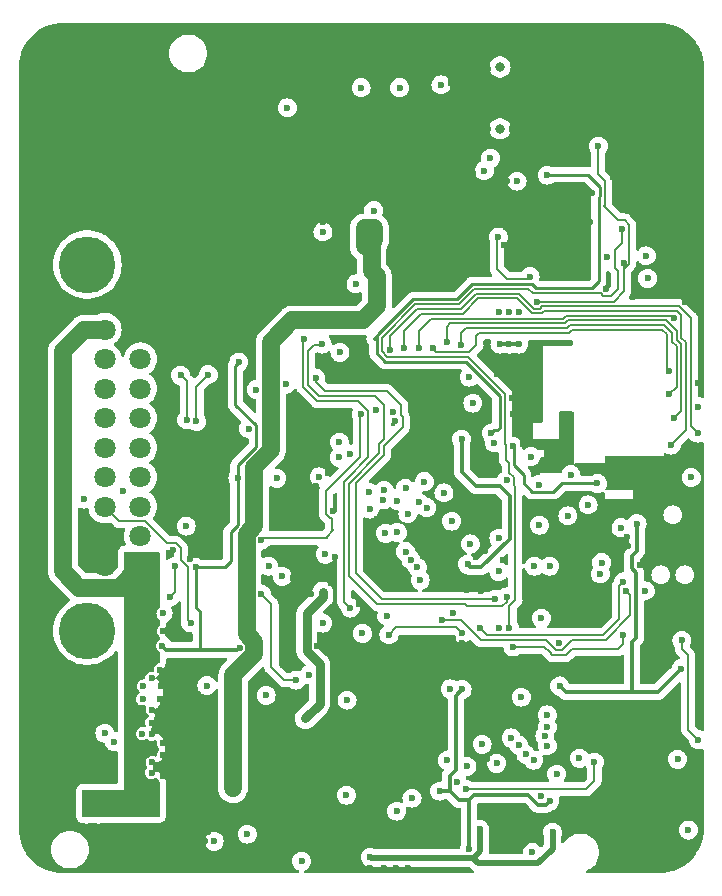
<source format=gbr>
G04 #@! TF.GenerationSoftware,KiCad,Pcbnew,7.0.10*
G04 #@! TF.CreationDate,2024-01-23T23:38:06+03:00*
G04 #@! TF.ProjectId,BIM_PCB,42494d5f-5043-4422-9e6b-696361645f70,rev?*
G04 #@! TF.SameCoordinates,Original*
G04 #@! TF.FileFunction,Copper,L3,Inr*
G04 #@! TF.FilePolarity,Positive*
%FSLAX46Y46*%
G04 Gerber Fmt 4.6, Leading zero omitted, Abs format (unit mm)*
G04 Created by KiCad (PCBNEW 7.0.10) date 2024-01-23 23:38:06*
%MOMM*%
%LPD*%
G01*
G04 APERTURE LIST*
G04 #@! TA.AperFunction,ComponentPad*
%ADD10C,1.800000*%
G04 #@! TD*
G04 #@! TA.AperFunction,ComponentPad*
%ADD11C,4.800000*%
G04 #@! TD*
G04 #@! TA.AperFunction,ViaPad*
%ADD12C,0.600000*%
G04 #@! TD*
G04 #@! TA.AperFunction,ViaPad*
%ADD13C,0.800000*%
G04 #@! TD*
G04 #@! TA.AperFunction,Conductor*
%ADD14C,0.350000*%
G04 #@! TD*
G04 #@! TA.AperFunction,Conductor*
%ADD15C,0.200000*%
G04 #@! TD*
G04 #@! TA.AperFunction,Conductor*
%ADD16C,0.500000*%
G04 #@! TD*
G04 #@! TA.AperFunction,Conductor*
%ADD17C,0.750000*%
G04 #@! TD*
G04 #@! TA.AperFunction,Conductor*
%ADD18C,0.254000*%
G04 #@! TD*
G04 #@! TA.AperFunction,Conductor*
%ADD19C,1.500000*%
G04 #@! TD*
G04 APERTURE END LIST*
D10*
X46560000Y-103970000D03*
X46560000Y-101470000D03*
X46560000Y-98970000D03*
X46560000Y-96470000D03*
X46560000Y-93970000D03*
X46560000Y-91470000D03*
X46560000Y-88970000D03*
X46560000Y-86470000D03*
X46560000Y-83970000D03*
X43560000Y-103970000D03*
X43560000Y-101470000D03*
X43560000Y-98970000D03*
X43560000Y-96470000D03*
X43560000Y-93970000D03*
X43560000Y-91470000D03*
X43560000Y-88970000D03*
X43560000Y-86470000D03*
X43560000Y-83970000D03*
D11*
X42060000Y-78470000D03*
X42060000Y-109470000D03*
D12*
X78000000Y-89800000D03*
X87300000Y-66700000D03*
X57100000Y-74200000D03*
X93000000Y-63100000D03*
X57080000Y-69860000D03*
X79800000Y-101900000D03*
X68800000Y-71000000D03*
X40500000Y-68800000D03*
X64195000Y-60805000D03*
X48400000Y-70400000D03*
X53200000Y-64900000D03*
X38500000Y-66400000D03*
X87109975Y-64040000D03*
X54000000Y-59600000D03*
X45600000Y-71200000D03*
X88000000Y-68900000D03*
X46200000Y-79400000D03*
X50000000Y-64200000D03*
X46750000Y-62600000D03*
X58100000Y-121100000D03*
X85100000Y-61500000D03*
X68800000Y-71800000D03*
X51600000Y-64200000D03*
X62200000Y-124600000D03*
X91900000Y-60800000D03*
X38300000Y-121500000D03*
X84990000Y-65840000D03*
X90120000Y-60840000D03*
X79640000Y-66940000D03*
X77370000Y-76800000D03*
X41500000Y-69600000D03*
X82900000Y-62400000D03*
X82700000Y-94700000D03*
X49200000Y-64200000D03*
X43750000Y-60200000D03*
X69100000Y-121400000D03*
X79130000Y-61230000D03*
X51600000Y-64900000D03*
X59500000Y-62200000D03*
X70400000Y-120500000D03*
X47600000Y-63400000D03*
X64500000Y-119400000D03*
X72750000Y-72750000D03*
X50000000Y-72000000D03*
X92900000Y-68630000D03*
X45250000Y-62600000D03*
X62000000Y-72800500D03*
X48400000Y-68800000D03*
X81300000Y-58800000D03*
X61200000Y-72100000D03*
X51750000Y-118500000D03*
X46750000Y-60200000D03*
X62750000Y-118750000D03*
X44500000Y-64200000D03*
X38400000Y-76100000D03*
X48500000Y-119000000D03*
X92060000Y-77650000D03*
X48400000Y-73000000D03*
X63400000Y-129600000D03*
X59500000Y-58400000D03*
X53200000Y-66400000D03*
X60400000Y-72100000D03*
X39250000Y-63400000D03*
X38400000Y-79800000D03*
X91960000Y-70250000D03*
X40000000Y-66400000D03*
X41500000Y-72000000D03*
X74000000Y-63300000D03*
X41500000Y-68800000D03*
X67200000Y-71800000D03*
X62000000Y-73500500D03*
X86500000Y-67500000D03*
X49200000Y-69600000D03*
X54549502Y-71399500D03*
X83600000Y-65600000D03*
X58600000Y-112400000D03*
X88823911Y-103923911D03*
X59100000Y-124900000D03*
X59470000Y-68120000D03*
X38337048Y-74599329D03*
X62750000Y-117000000D03*
X57600000Y-59600000D03*
X87800000Y-59700000D03*
X58300000Y-67600000D03*
X61200000Y-71399500D03*
X46000000Y-64200000D03*
X44500000Y-63400000D03*
X55700000Y-62200000D03*
X37100000Y-87700000D03*
X89610000Y-70250000D03*
X74700000Y-70700000D03*
X43000000Y-68000000D03*
X53800000Y-72800000D03*
X38500000Y-64200000D03*
X78100000Y-91100000D03*
X65100000Y-129600000D03*
X82600000Y-102000000D03*
X55300000Y-74200000D03*
X39250000Y-68000000D03*
X80980000Y-63220000D03*
X75000000Y-63300000D03*
X82250000Y-106250000D03*
X57600000Y-68400000D03*
X50800000Y-75600000D03*
X89450000Y-60220000D03*
X46500000Y-74600000D03*
X91800000Y-129200000D03*
X73810000Y-74850000D03*
X90350000Y-71080000D03*
X72800000Y-70700000D03*
X55283911Y-79893911D03*
X56300000Y-63400000D03*
X44500000Y-71200000D03*
X75400000Y-106100000D03*
X40000000Y-67200000D03*
X60400000Y-74900000D03*
X61400000Y-129600000D03*
X53200000Y-68000000D03*
X88790000Y-61130000D03*
X60500000Y-63900000D03*
X47600000Y-64900000D03*
X75900000Y-58500000D03*
X60975728Y-106400500D03*
X87800000Y-59000000D03*
X39250000Y-64200000D03*
X49800000Y-76400000D03*
X78950034Y-93700034D03*
X64300000Y-125600000D03*
X82470000Y-63750000D03*
X88000000Y-67500000D03*
X62750000Y-120250000D03*
X89560000Y-62640000D03*
X88090000Y-65240000D03*
X49200000Y-72000000D03*
X57900000Y-123900000D03*
X48400000Y-64900000D03*
X41500000Y-66400000D03*
X37100000Y-89300000D03*
X37100000Y-72799329D03*
X50800000Y-65600000D03*
X78700000Y-61900000D03*
X78910000Y-67690000D03*
X46000000Y-62600000D03*
X43750000Y-66400000D03*
X48500000Y-109500000D03*
X50500000Y-120500000D03*
X48250000Y-115250000D03*
X57600000Y-117000000D03*
X38300000Y-89000000D03*
X88250000Y-73000000D03*
X89610000Y-61930000D03*
X38500000Y-61800000D03*
X44500000Y-59400000D03*
X78060000Y-73720000D03*
X52800000Y-76300000D03*
X75740000Y-72570000D03*
X37750000Y-63400000D03*
X55500000Y-68400000D03*
X47500000Y-117250000D03*
X54500000Y-68600000D03*
X64300000Y-129600000D03*
X41500000Y-60200000D03*
X48400000Y-65600000D03*
X64200000Y-59400000D03*
X91900000Y-58700000D03*
X87300000Y-67500000D03*
X68700000Y-69500000D03*
X60400000Y-70200000D03*
X42250000Y-58600000D03*
X62000000Y-72100500D03*
X82800000Y-124600000D03*
X58000000Y-128200000D03*
X57890000Y-69020000D03*
X45250000Y-58600000D03*
X37750000Y-61800000D03*
X83750000Y-106250000D03*
X88800000Y-70300000D03*
X38337048Y-70399329D03*
X37000000Y-126250000D03*
X42250000Y-64200000D03*
X54000000Y-64800000D03*
X92760000Y-60790000D03*
X41500000Y-73800000D03*
X86500000Y-70300000D03*
X87760000Y-63170000D03*
X40500000Y-71200000D03*
X51800000Y-70400000D03*
X47400000Y-69600000D03*
X52750000Y-122250000D03*
X87460000Y-61800000D03*
X88100000Y-126000000D03*
X50500000Y-121500000D03*
X55500000Y-67600000D03*
X50800000Y-74100000D03*
X55600000Y-76400000D03*
X75000000Y-60300000D03*
X91600000Y-63100000D03*
X74750000Y-69750000D03*
X92280000Y-60150000D03*
X48250000Y-60200000D03*
X58800000Y-73500500D03*
X59570000Y-68790000D03*
X86680000Y-60240000D03*
X38337048Y-69599329D03*
X61000000Y-93600000D03*
X40750000Y-67200000D03*
X40500000Y-72800000D03*
X41500000Y-71200000D03*
X48250000Y-61800000D03*
X54000000Y-65600000D03*
X88000000Y-62400000D03*
X68750000Y-74750000D03*
X44400000Y-81200000D03*
X66600000Y-100000000D03*
X46500000Y-72800000D03*
X67800000Y-66700000D03*
X59500000Y-61000000D03*
X57600000Y-66800000D03*
X70200000Y-59900000D03*
X58800000Y-70200000D03*
X42500000Y-71200000D03*
X45600000Y-74600000D03*
X46500000Y-71200000D03*
X75900000Y-59500000D03*
X90390000Y-59420000D03*
X38400000Y-77900000D03*
X52400000Y-75600000D03*
X55700000Y-61000000D03*
X50000000Y-65600000D03*
X61400000Y-59600000D03*
X70600000Y-73800000D03*
X47400000Y-74600000D03*
X83700000Y-61500000D03*
X84220000Y-69040000D03*
X48000000Y-80200000D03*
X57550000Y-77480000D03*
X79700000Y-61700000D03*
X50000000Y-71200000D03*
X86700000Y-72000000D03*
X71750000Y-68750000D03*
X58100000Y-122000000D03*
X80410000Y-66980000D03*
X84260000Y-65920000D03*
X56200000Y-74900000D03*
X54549502Y-72800000D03*
X60400000Y-74200000D03*
X93780000Y-69360000D03*
X60270000Y-68120000D03*
X38300000Y-85500000D03*
X55500000Y-66000000D03*
X84220000Y-66650000D03*
X46300000Y-76400000D03*
X51200000Y-116800000D03*
X79900000Y-125200000D03*
X45600000Y-73800000D03*
X39250000Y-67200000D03*
X88140000Y-61490000D03*
X62750000Y-119500000D03*
X87800000Y-58300000D03*
X58020000Y-69890000D03*
X59600000Y-72800000D03*
X86570000Y-71040000D03*
X41500000Y-64200000D03*
X78030000Y-76440000D03*
X42250000Y-62600000D03*
X55410000Y-69190000D03*
X88200000Y-70960000D03*
X51600000Y-67200000D03*
X38200000Y-109800000D03*
X49800000Y-84600000D03*
X48000000Y-76500000D03*
X64300000Y-126800000D03*
X72526724Y-93328902D03*
X89590000Y-69590000D03*
X89000000Y-65240000D03*
X54800000Y-67200000D03*
X44500000Y-73800000D03*
X91180000Y-68640000D03*
X85050000Y-63050000D03*
X38500000Y-67200000D03*
X50800000Y-74900000D03*
X41500000Y-61000000D03*
X87300000Y-70300000D03*
X81640000Y-62570000D03*
X56504801Y-71606544D03*
X41500000Y-70400000D03*
X82600000Y-91800000D03*
X38400000Y-77000000D03*
X81250000Y-61720000D03*
X73750000Y-68750000D03*
X80300000Y-62800000D03*
X61200000Y-74200000D03*
X46500000Y-72000000D03*
X38500000Y-62600000D03*
X46500000Y-69600000D03*
X53800000Y-74900000D03*
X53100000Y-73500000D03*
X57170000Y-69190000D03*
X91500000Y-109000000D03*
X58800000Y-72800500D03*
X52400000Y-65600000D03*
X52310000Y-78690000D03*
X77000000Y-58500000D03*
X40750000Y-59400000D03*
X83900000Y-123900000D03*
X46500000Y-70400000D03*
X40500000Y-73800000D03*
X49400000Y-78000000D03*
X46000000Y-65600000D03*
X56410000Y-77520000D03*
X51800000Y-71200000D03*
X50785899Y-103438077D03*
X44500000Y-61000000D03*
X43500000Y-74600000D03*
X86500000Y-96250000D03*
X69750000Y-74750000D03*
X54590000Y-83360000D03*
X78900000Y-66940000D03*
X85790000Y-63270000D03*
X65700000Y-71000000D03*
X75200000Y-100700000D03*
X50810000Y-78190000D03*
X48000000Y-129500000D03*
X39250000Y-62600000D03*
X46800000Y-68000000D03*
X46800000Y-64200000D03*
X93790000Y-63100000D03*
X75675000Y-86000000D03*
X88800000Y-68200000D03*
X41500000Y-61800000D03*
X92990000Y-66200000D03*
X63400000Y-126800000D03*
X75900000Y-63300000D03*
X71750000Y-69750000D03*
X53800000Y-73500000D03*
X66200000Y-111100000D03*
X46500000Y-68800000D03*
X46750000Y-58600000D03*
X46000000Y-60200000D03*
X38500000Y-61000000D03*
X59000000Y-115250000D03*
X91590000Y-66200000D03*
X83600000Y-107300000D03*
X43000000Y-60200000D03*
X49200000Y-74600000D03*
X79800000Y-58700000D03*
X93740000Y-66250000D03*
X92654073Y-81661427D03*
X86690000Y-59220000D03*
X87300000Y-65900000D03*
X61870000Y-68790000D03*
X49200000Y-66400000D03*
X65054985Y-107225540D03*
X41500000Y-63400000D03*
X88000000Y-68200000D03*
X90200000Y-129400000D03*
X86990000Y-62505002D03*
X45600000Y-72800000D03*
X75900000Y-60300000D03*
X88800000Y-69600000D03*
X83500000Y-108500000D03*
X38500000Y-108000000D03*
X72750000Y-67000000D03*
X39500000Y-75300000D03*
X88600000Y-59700000D03*
X70750000Y-68750000D03*
X90900000Y-63100000D03*
X88750000Y-61890000D03*
X63000000Y-103200000D03*
X50800000Y-73400000D03*
X53200000Y-63400000D03*
X82300000Y-62000000D03*
X78000000Y-117100000D03*
X53200000Y-67200000D03*
X80486000Y-123499500D03*
X44500000Y-64900000D03*
X88420000Y-63340000D03*
X49200000Y-68000000D03*
X44500000Y-72800000D03*
X45250000Y-63400000D03*
X47400000Y-70400000D03*
X43500000Y-72800000D03*
X48500000Y-118000000D03*
X57580000Y-72190000D03*
X59000000Y-66800000D03*
X91870000Y-70930000D03*
X89560000Y-68230000D03*
X43000000Y-59400000D03*
X85640000Y-66220000D03*
X82900000Y-63100000D03*
X40500000Y-70400000D03*
X39250000Y-64900000D03*
X75050000Y-61920000D03*
X37100000Y-79800000D03*
X37100000Y-76100000D03*
X81500000Y-102750000D03*
X50000000Y-69600000D03*
X44500000Y-68800000D03*
X80500000Y-58800000D03*
X57100000Y-72800000D03*
X87390000Y-70960000D03*
X52250000Y-126500000D03*
X47600000Y-65600000D03*
X37100000Y-90600000D03*
X72832831Y-63116715D03*
X50800000Y-70400000D03*
X65400000Y-116500000D03*
X72750000Y-68750000D03*
X88300000Y-81200000D03*
X48251949Y-112757795D03*
X48400000Y-64200000D03*
X65700000Y-72500000D03*
X50000000Y-68000000D03*
X63400000Y-125600000D03*
X39400000Y-73800000D03*
X69750000Y-72250000D03*
X80390000Y-67750000D03*
X53200000Y-65600000D03*
X90300000Y-69370000D03*
X43500000Y-72000000D03*
X63400000Y-127800000D03*
X83600000Y-64400000D03*
X88000000Y-95250000D03*
X68150500Y-91750000D03*
X49500000Y-119500000D03*
X38527500Y-113525000D03*
X74800000Y-74830000D03*
X41500000Y-74600000D03*
X41500000Y-59400000D03*
X52750000Y-118500000D03*
X45250000Y-60200000D03*
X51733911Y-80263911D03*
X39250000Y-65600000D03*
X39250000Y-61800000D03*
X84610000Y-74840000D03*
X55500000Y-66800000D03*
X68800000Y-72500000D03*
X46000000Y-63400000D03*
X66400000Y-70200000D03*
X40750000Y-61800000D03*
X59600000Y-74200000D03*
X75100000Y-71660000D03*
X64900000Y-72500000D03*
X39400000Y-71200000D03*
X56200000Y-73500000D03*
X81900000Y-59200000D03*
X42500000Y-68800000D03*
X46750000Y-61000000D03*
X40600000Y-75300000D03*
X73750000Y-69750000D03*
X50500000Y-128250000D03*
X40300000Y-123700000D03*
X44500000Y-67200000D03*
X77250000Y-103500000D03*
X80230000Y-63550000D03*
X45250000Y-68000000D03*
X83680000Y-60770000D03*
X42500000Y-70400000D03*
X51600000Y-75600000D03*
X43750000Y-129250000D03*
X51860000Y-83460000D03*
X56900000Y-66000000D03*
X37100000Y-77000000D03*
X47600000Y-64200000D03*
X75940000Y-61120000D03*
X48400000Y-74800000D03*
X71400000Y-66800000D03*
X45250000Y-64900000D03*
X47500000Y-61000000D03*
X88640000Y-63980000D03*
X38500000Y-65600000D03*
X59600000Y-77080000D03*
X86300000Y-58300000D03*
X49300000Y-102650000D03*
X48500000Y-120000000D03*
X57600000Y-63200000D03*
X38337048Y-68799329D03*
X37750000Y-64900000D03*
X48000000Y-81500000D03*
X50500000Y-129250000D03*
X62400000Y-63900000D03*
X68000000Y-71000000D03*
X50000000Y-75300000D03*
X48250000Y-61000000D03*
X54000000Y-66400000D03*
X89590000Y-67530000D03*
X57200000Y-64700000D03*
X48400000Y-66400000D03*
X40750000Y-66400000D03*
X93340000Y-80220000D03*
X61200000Y-94800000D03*
X40500000Y-74600000D03*
X40000000Y-61800000D03*
X52400000Y-68000000D03*
X57100000Y-74900000D03*
X58000000Y-129600000D03*
X48400000Y-71200000D03*
X61200000Y-124600000D03*
X40000000Y-59400000D03*
X43000000Y-67200000D03*
X82000000Y-98650000D03*
X47600000Y-68000000D03*
X46600000Y-75300000D03*
X42500000Y-72800000D03*
X82570000Y-60920000D03*
X54800000Y-68000000D03*
X63400000Y-128800000D03*
X52000000Y-128250000D03*
X57200000Y-64000000D03*
X37000000Y-121750000D03*
X73800000Y-70700000D03*
X51600000Y-65600000D03*
X48400000Y-73800000D03*
X50000000Y-63400000D03*
X59600000Y-73500000D03*
X61200000Y-72800000D03*
X40750000Y-65600000D03*
X67100000Y-121700000D03*
X38120000Y-92560000D03*
X85600000Y-58300000D03*
X89000000Y-125400000D03*
X50300000Y-82320000D03*
X40750000Y-68000000D03*
X47500000Y-121500000D03*
X39500000Y-76100000D03*
X86500000Y-68900000D03*
X52400000Y-66400000D03*
X40000000Y-58600000D03*
X37100000Y-69599329D03*
X88000000Y-69600000D03*
X59600000Y-72100000D03*
X52400000Y-64900000D03*
X69800000Y-120900000D03*
X58750000Y-117000000D03*
X46200000Y-81800000D03*
X61070000Y-68120000D03*
X79000000Y-92500000D03*
X89850000Y-65240000D03*
X55900000Y-65400000D03*
X58000000Y-127374500D03*
X43500000Y-71200000D03*
X56300000Y-64800000D03*
X38500000Y-68000000D03*
X81200000Y-60800000D03*
X81750000Y-95500000D03*
X70750000Y-74750000D03*
X49200000Y-75300000D03*
X64600000Y-117000000D03*
X92700000Y-59400000D03*
X67930000Y-76440000D03*
X42500000Y-72000000D03*
X74750000Y-68750000D03*
X58300000Y-66000000D03*
X44500000Y-61800000D03*
X58000000Y-74200000D03*
X37750000Y-60200000D03*
X57100000Y-73500000D03*
X90190000Y-66200000D03*
X47400000Y-73800000D03*
X71600000Y-72700000D03*
X52750000Y-123000000D03*
X90030000Y-63890000D03*
X45250000Y-61000000D03*
X81140000Y-67730000D03*
X46800000Y-66400000D03*
X75750000Y-102750000D03*
X44500000Y-74600000D03*
X50500000Y-118500000D03*
X72750000Y-69750000D03*
X84200000Y-58500000D03*
X37100000Y-74599329D03*
X46800000Y-64900000D03*
X82750000Y-64400000D03*
X83400000Y-60000000D03*
X52750000Y-119500000D03*
X71000000Y-59900000D03*
X59600000Y-74900000D03*
X46725000Y-118200000D03*
X79400000Y-62300000D03*
X58800000Y-72100500D03*
X64100000Y-66000000D03*
X61200000Y-73500000D03*
X76775000Y-87775000D03*
X60500000Y-115250000D03*
X48550000Y-116900000D03*
X51250000Y-126750000D03*
X83390000Y-63720000D03*
X81660000Y-63680000D03*
X51750000Y-119500000D03*
X55380000Y-70010000D03*
X37100000Y-83500000D03*
X90990000Y-80320000D03*
X40000000Y-64900000D03*
X43000000Y-61800000D03*
X37100000Y-70399329D03*
X49890000Y-95440000D03*
X58800000Y-71400000D03*
X81960000Y-64400000D03*
X91190000Y-70250000D03*
X85980000Y-60240000D03*
X91190000Y-69360000D03*
X82700000Y-59300000D03*
X64900000Y-71000000D03*
X50000000Y-70400000D03*
X85790000Y-62505002D03*
X37100000Y-86400000D03*
X52800000Y-117400000D03*
X67200000Y-129600000D03*
X60400000Y-72800000D03*
X79800000Y-59500000D03*
X89400000Y-58300000D03*
X84400000Y-62400000D03*
X46800000Y-63400000D03*
X58033878Y-71610779D03*
X50800000Y-63400000D03*
X55600000Y-64100000D03*
X84270000Y-68250000D03*
X46750000Y-115250000D03*
X43000000Y-64200000D03*
X55860000Y-78320000D03*
X92040000Y-68630000D03*
X88800000Y-68900000D03*
X78930000Y-58620000D03*
X49200000Y-68800000D03*
X86050000Y-77850000D03*
X43000000Y-58600000D03*
X64800000Y-69500000D03*
X59600000Y-70200000D03*
X89330000Y-64000000D03*
X61400000Y-63200000D03*
X42250000Y-61000000D03*
X92340000Y-71820000D03*
X37100000Y-73799329D03*
X58100000Y-76580000D03*
X88000000Y-70300000D03*
X46000000Y-61800000D03*
X50800000Y-66400000D03*
X50000000Y-73800000D03*
X55600000Y-63400000D03*
X61900000Y-69507841D03*
X81900000Y-58500000D03*
X60400000Y-71399500D03*
X43750000Y-62600000D03*
X78000000Y-116000000D03*
X68200000Y-79400000D03*
X72750000Y-73750000D03*
X88790000Y-60430000D03*
X58300000Y-66800000D03*
X45000000Y-76400000D03*
X43750000Y-67200000D03*
X88150000Y-65930000D03*
X56600000Y-119200000D03*
X57600000Y-66000000D03*
X54000000Y-62200000D03*
X58100000Y-123200000D03*
X58800000Y-69507841D03*
X54100000Y-76300000D03*
X93200000Y-60000000D03*
X86500000Y-68200000D03*
X47550000Y-116150000D03*
X79122842Y-63498097D03*
X51750000Y-120500000D03*
X38400000Y-116800000D03*
X65600000Y-69500000D03*
X51400000Y-81800000D03*
X92290000Y-66200000D03*
X86750000Y-95500000D03*
X50800000Y-64900000D03*
X49500000Y-121500000D03*
X46500000Y-73800000D03*
X85050000Y-63690000D03*
X44500000Y-60200000D03*
X90350000Y-60150000D03*
X54000000Y-67200000D03*
X66300000Y-69500000D03*
X77940000Y-58470000D03*
X47400000Y-75300000D03*
X37750000Y-61000000D03*
X56300000Y-64100000D03*
X84975735Y-67265735D03*
X54360000Y-77820000D03*
X62900000Y-62900000D03*
X46800000Y-65600000D03*
X66100000Y-121700000D03*
X56680000Y-72260000D03*
X42250000Y-63400000D03*
X87000000Y-58300000D03*
X37750000Y-66400000D03*
X38200000Y-91000000D03*
X54000000Y-63400000D03*
X56900000Y-66800000D03*
X80300000Y-62000000D03*
X46000000Y-68000000D03*
X87300000Y-68200000D03*
X50000000Y-68800000D03*
X79200000Y-60100000D03*
X71750000Y-74750000D03*
X38450000Y-83050000D03*
X88000000Y-96250000D03*
X88800000Y-129300000D03*
X45600000Y-70400000D03*
X61170000Y-68790000D03*
X42250000Y-59400000D03*
X43750000Y-65600000D03*
X89500000Y-95750000D03*
X47500000Y-59400000D03*
X43500000Y-70400000D03*
X68800000Y-66700000D03*
X63300000Y-65100000D03*
X55600000Y-64800000D03*
X59000000Y-67600000D03*
X38300000Y-87700000D03*
X47400000Y-68800000D03*
X92910000Y-69350000D03*
X75000000Y-103250000D03*
X37100000Y-71999329D03*
X73750000Y-67000000D03*
X70800000Y-58400000D03*
X56200000Y-72800000D03*
X76250000Y-100500000D03*
X53680000Y-80320000D03*
X71500000Y-100600000D03*
X69750000Y-71250000D03*
X46750000Y-61800000D03*
X88600000Y-59000000D03*
X58880000Y-68760000D03*
X56200000Y-74200000D03*
X67100000Y-69500000D03*
X78110000Y-67700000D03*
X91260000Y-60020000D03*
X38400000Y-78900000D03*
X55500000Y-85750000D03*
X37750000Y-65600000D03*
X67200000Y-72500000D03*
X53800000Y-74200000D03*
X43500000Y-68800000D03*
X77620000Y-71365000D03*
X65700000Y-70200000D03*
X40000000Y-63400000D03*
X39400000Y-70400000D03*
X50800000Y-68000000D03*
X87290000Y-65240000D03*
X61200000Y-74900000D03*
X39400000Y-74600000D03*
X90300000Y-80860000D03*
X56200000Y-67600000D03*
X44500000Y-66400000D03*
X47500000Y-118250000D03*
X81500000Y-94700000D03*
X79000000Y-91100000D03*
X53244155Y-96550002D03*
X58000000Y-74900000D03*
X68200000Y-129600000D03*
X59500000Y-59600000D03*
X43750000Y-58600000D03*
X75900000Y-76870000D03*
X89580000Y-68900000D03*
X87000000Y-126800000D03*
X43000000Y-66400000D03*
X93750000Y-88500000D03*
X57600000Y-58400000D03*
X56600000Y-117000000D03*
X60150000Y-76280000D03*
X86500000Y-69600000D03*
X46200000Y-80700000D03*
X82250000Y-107250000D03*
X43000000Y-63400000D03*
X39250000Y-61000000D03*
X62400000Y-129600000D03*
X40000000Y-62600000D03*
X48250000Y-62600000D03*
X56800000Y-65300000D03*
X81500000Y-125100000D03*
X49200000Y-64900000D03*
X40500000Y-69600000D03*
X40750000Y-64200000D03*
X53800000Y-69000000D03*
X50000000Y-67200000D03*
X61400000Y-58400000D03*
X55300000Y-72800000D03*
X43000000Y-62600000D03*
X62900000Y-61700000D03*
X77850000Y-75630000D03*
X45250000Y-64200000D03*
X37750000Y-67200000D03*
X45250000Y-61800000D03*
X88800000Y-62600000D03*
X52000000Y-127250000D03*
X54800000Y-63400000D03*
X39400000Y-72000000D03*
X82200000Y-63100000D03*
X52400000Y-63400000D03*
X74400000Y-100400000D03*
X88940000Y-70950000D03*
X47400000Y-71200000D03*
X40750000Y-58600000D03*
X54000000Y-64100000D03*
X80600000Y-60300000D03*
X60370000Y-68790000D03*
X89220000Y-80940000D03*
X54549502Y-73500000D03*
X71600000Y-73800000D03*
X51750000Y-121500000D03*
X37100000Y-82100000D03*
X75950000Y-85000000D03*
X38500000Y-64900000D03*
X53100000Y-74500000D03*
X79900000Y-61000000D03*
X72750000Y-74750000D03*
X39000000Y-124500000D03*
X37000000Y-65600000D03*
X58000000Y-72800000D03*
X66400000Y-71000000D03*
X82260000Y-66220000D03*
X88000000Y-66700000D03*
X47550000Y-120625000D03*
X79900000Y-60300000D03*
X92050000Y-69350000D03*
X90890000Y-66200000D03*
X57600000Y-62200000D03*
X39250000Y-60200000D03*
X53810000Y-78720000D03*
X48400000Y-72000000D03*
X53800000Y-72100000D03*
X57232236Y-71530039D03*
X37000000Y-124250000D03*
X49200000Y-71200000D03*
X49500000Y-118500000D03*
X49200000Y-63400000D03*
X87300000Y-68900000D03*
X38700000Y-119800000D03*
X42250000Y-64900000D03*
X82700000Y-58500000D03*
X93500000Y-60800000D03*
X57600000Y-119400000D03*
X83700000Y-62400000D03*
X66400000Y-71800000D03*
X88800000Y-67500000D03*
X83750000Y-102750000D03*
X50800000Y-64200000D03*
X63400000Y-124600000D03*
X59250000Y-129500000D03*
X61400000Y-61000000D03*
X64300000Y-124600000D03*
X48500000Y-121750000D03*
X58300000Y-68400000D03*
X40000000Y-64200000D03*
X48400000Y-67200000D03*
X37100000Y-81100000D03*
X80940000Y-62420000D03*
X39400000Y-68800000D03*
X49200000Y-67200000D03*
X48400000Y-68000000D03*
X48250000Y-59400000D03*
X82250000Y-108500000D03*
X53100000Y-75300000D03*
X52750000Y-121500000D03*
X46000000Y-64900000D03*
X43000000Y-64900000D03*
X37100000Y-84800000D03*
X82900000Y-61600000D03*
X68000000Y-70200000D03*
X39400000Y-69600000D03*
X68000000Y-71800000D03*
X67900000Y-69500000D03*
X55300000Y-74900000D03*
X39250000Y-66400000D03*
X93000000Y-106750000D03*
X62750000Y-118000000D03*
X61500000Y-110800000D03*
X74080000Y-58470000D03*
X89310000Y-59360000D03*
X83400000Y-59300000D03*
X37000000Y-64200000D03*
X52330000Y-84580000D03*
X86000000Y-80500000D03*
X51000000Y-123000000D03*
X42500000Y-69600000D03*
X37500000Y-125250000D03*
X48000000Y-79100000D03*
X58600000Y-63900000D03*
X37100000Y-77900000D03*
X47500000Y-113500000D03*
X54000000Y-58400000D03*
X59100000Y-124100000D03*
X64500000Y-118000000D03*
X78000000Y-67000000D03*
X91060000Y-59200000D03*
X67200000Y-71000000D03*
X37100000Y-78900000D03*
X54800000Y-65600000D03*
X68800000Y-70200000D03*
X54600000Y-69500000D03*
X89020000Y-65950000D03*
X65750000Y-112250000D03*
X81820000Y-61330000D03*
X52400000Y-73400000D03*
X90675000Y-117775000D03*
X44500000Y-68000000D03*
X45600000Y-72000000D03*
X51600000Y-63400000D03*
X62000000Y-74200500D03*
X57700000Y-65200000D03*
X55300000Y-73500000D03*
X50550000Y-117400000D03*
X43750000Y-61800000D03*
X38337048Y-71199329D03*
X51600000Y-66400000D03*
X69200000Y-129600000D03*
X61400000Y-97200000D03*
X56200000Y-66000000D03*
X59023911Y-78653911D03*
X68000000Y-72500000D03*
X40750000Y-63400000D03*
X49200000Y-70400000D03*
X38300000Y-84200000D03*
X92000000Y-80280000D03*
X38337048Y-71999329D03*
X49500000Y-122250000D03*
X62000000Y-74900500D03*
X49200000Y-80600000D03*
X52400000Y-74900000D03*
X51600000Y-74100000D03*
X46800000Y-67200000D03*
X59600000Y-71399500D03*
X58000000Y-73500000D03*
X56900000Y-68400000D03*
X38500000Y-60200000D03*
X90200000Y-63100000D03*
X75950000Y-61920000D03*
X66100000Y-67500000D03*
X75000000Y-58500000D03*
X90200000Y-58300000D03*
X46000000Y-61000000D03*
X83700000Y-63100000D03*
X46000000Y-59400000D03*
X55700000Y-59600000D03*
X41500000Y-65600000D03*
X91900000Y-59500000D03*
X48500000Y-83400000D03*
X81810000Y-65600000D03*
X38500000Y-63400000D03*
X54310000Y-81540000D03*
X73800000Y-110500000D03*
X56900000Y-76450000D03*
X47400000Y-72000000D03*
X40750000Y-61000000D03*
X43500000Y-73800000D03*
X65200000Y-120300000D03*
X84270000Y-67400000D03*
X37750000Y-68000000D03*
X84800000Y-72400000D03*
X43500000Y-75300000D03*
X59600000Y-69507841D03*
X42250000Y-60200000D03*
X54549502Y-74900000D03*
X62000000Y-71400000D03*
X52750000Y-120500000D03*
X37100000Y-68799329D03*
X53700000Y-69800498D03*
X48400000Y-69600000D03*
X50800000Y-67200000D03*
X81140000Y-66990000D03*
X85790000Y-63985117D03*
X45250000Y-65600000D03*
X49200000Y-73800000D03*
X45600000Y-69600000D03*
X37100000Y-71199329D03*
X42250000Y-65600000D03*
X93360000Y-71670000D03*
X51600000Y-73400000D03*
X84400000Y-63800000D03*
X93500000Y-107750000D03*
X83400000Y-58500000D03*
X36970000Y-92550000D03*
X48300000Y-114150000D03*
X79000000Y-89800000D03*
X91000000Y-58400000D03*
X37000000Y-122750000D03*
X69600000Y-91800000D03*
X44500000Y-69600000D03*
X40000000Y-65600000D03*
X43750000Y-68000000D03*
X74800000Y-122000000D03*
X58800000Y-74900500D03*
X93100000Y-127800000D03*
X52400000Y-64200000D03*
X78800000Y-62800000D03*
X48400000Y-63400000D03*
X46750000Y-129500000D03*
X75900000Y-120300000D03*
X62750000Y-121000000D03*
X57600000Y-118200000D03*
X62875000Y-99340000D03*
X44500000Y-72000000D03*
X58100000Y-125100000D03*
X45250000Y-66400000D03*
X61200000Y-70200000D03*
X54100000Y-75600000D03*
X52400000Y-67200000D03*
X51100000Y-76400000D03*
X54549502Y-74200000D03*
X54000000Y-68000000D03*
X64300000Y-128800000D03*
X38420000Y-81370000D03*
X64900000Y-70200000D03*
X47500000Y-61800000D03*
X56280000Y-69880000D03*
X51600000Y-68000000D03*
X51600000Y-74900000D03*
X93750000Y-75000000D03*
X37000000Y-64900000D03*
X43750000Y-64900000D03*
X54549502Y-72100000D03*
X57000000Y-123800000D03*
X43000000Y-65600000D03*
X46300000Y-77700000D03*
X70800000Y-59200000D03*
X42250000Y-61800000D03*
X60400000Y-73500000D03*
X64300000Y-127800000D03*
X82680000Y-65600000D03*
X81800000Y-100500000D03*
X40750000Y-60200000D03*
X39250000Y-59400000D03*
X40000000Y-68000000D03*
X50500000Y-122250000D03*
X46750000Y-59400000D03*
X49200000Y-73000000D03*
X89690000Y-70980000D03*
X46000000Y-66400000D03*
X90290000Y-68650000D03*
X42500000Y-74600000D03*
X87800000Y-102300000D03*
X50000000Y-73000000D03*
X50000000Y-66400000D03*
X46000000Y-58600000D03*
X41500000Y-58600000D03*
X66400000Y-72500000D03*
X37000000Y-66400000D03*
X39400000Y-72800000D03*
X80600000Y-61300000D03*
X70600000Y-63100000D03*
X49500000Y-120500000D03*
X43500000Y-69600000D03*
X92300000Y-63100000D03*
X79600000Y-63000000D03*
X41500000Y-68000000D03*
X45250000Y-59400000D03*
X47500000Y-62600000D03*
X40500000Y-72000000D03*
X43750000Y-59400000D03*
X41500000Y-64900000D03*
X59500000Y-105000000D03*
X90960000Y-60850000D03*
X44500000Y-65600000D03*
X67200000Y-112300000D03*
X58800000Y-74200500D03*
X44500000Y-58600000D03*
X48250000Y-128250000D03*
X75040000Y-61120000D03*
X56320000Y-69130000D03*
X42250000Y-68000000D03*
X66000000Y-129600000D03*
X73058647Y-110096967D03*
X80000000Y-86250000D03*
X50500000Y-114099500D03*
X47500000Y-58600000D03*
X91320000Y-71680000D03*
X65700000Y-71800000D03*
X56200000Y-66800000D03*
X40750000Y-64900000D03*
X61900000Y-70200000D03*
X43750000Y-61000000D03*
X90290000Y-70250000D03*
X68100000Y-121700000D03*
X42250000Y-67200000D03*
X89870000Y-58950000D03*
X61200000Y-69507841D03*
X48000000Y-77800000D03*
X51900000Y-129100000D03*
X89100000Y-63200000D03*
X56900000Y-67600000D03*
X47600000Y-66400000D03*
X38500000Y-59400000D03*
X87750000Y-101500000D03*
X45250000Y-67200000D03*
X50000000Y-123000000D03*
X47600000Y-67200000D03*
X37750000Y-62600000D03*
X50500000Y-119500000D03*
X91500000Y-106750000D03*
X42500000Y-73800000D03*
X38337048Y-72799329D03*
X67200000Y-70200000D03*
X37750000Y-64200000D03*
X51750000Y-122250000D03*
X87300000Y-69600000D03*
X54000000Y-61000000D03*
X76000000Y-67000000D03*
X46800000Y-114150000D03*
X83170000Y-66200000D03*
X45600000Y-68800000D03*
X74750000Y-67000000D03*
X41500000Y-67200000D03*
X54537721Y-70192159D03*
X75100000Y-59400000D03*
X43000000Y-61000000D03*
X62400000Y-96100000D03*
X54800000Y-64800000D03*
X83750000Y-101500000D03*
X55700000Y-58400000D03*
X54800000Y-66400000D03*
X80500000Y-59500000D03*
X55400000Y-75600000D03*
X47500000Y-60200000D03*
X39000000Y-111200000D03*
X82700000Y-93300000D03*
X40000000Y-61000000D03*
X43750000Y-63400000D03*
X53450000Y-89430000D03*
X59500000Y-63200000D03*
X41500000Y-72800000D03*
X37000000Y-63400000D03*
X87600000Y-129200000D03*
X57600000Y-67600000D03*
X85070000Y-62260000D03*
X41500000Y-62600000D03*
X56970000Y-79860000D03*
X87920000Y-64000000D03*
X70700000Y-119700000D03*
X44500000Y-62600000D03*
X84900000Y-58500000D03*
X46000000Y-67200000D03*
X89500000Y-66700000D03*
X49250000Y-128500000D03*
X50800000Y-71200000D03*
X38400000Y-75300000D03*
X53200000Y-64200000D03*
X84400000Y-61500000D03*
X37100000Y-75300000D03*
X52400000Y-74100000D03*
X61400000Y-62200000D03*
X44500000Y-70400000D03*
X42250000Y-66400000D03*
X56200000Y-68400000D03*
X81900000Y-60300000D03*
X52000000Y-123000000D03*
X58940000Y-80030000D03*
X73780000Y-73860000D03*
X69200000Y-79400000D03*
X43750000Y-64200000D03*
X56600000Y-118200000D03*
X78080000Y-61530000D03*
X85990000Y-59220000D03*
X48250000Y-58600000D03*
X84400000Y-63100000D03*
X65200000Y-66900000D03*
X84100000Y-121600000D03*
X50260000Y-79090000D03*
X89470000Y-61090000D03*
X64900000Y-71800000D03*
X57600000Y-61000000D03*
X51800000Y-117400000D03*
X47400000Y-72800000D03*
X91080000Y-70920000D03*
X40750000Y-62600000D03*
X50000000Y-74600000D03*
X49200000Y-65600000D03*
X47250000Y-128500000D03*
X40000000Y-60200000D03*
X56660000Y-82490000D03*
X72510000Y-58450000D03*
X85000000Y-66520000D03*
X52860000Y-77890000D03*
X62674500Y-105400000D03*
X44500000Y-75300000D03*
X49550000Y-117400000D03*
X38337048Y-73799329D03*
X54800000Y-64100000D03*
X88600000Y-58300000D03*
X45700000Y-75300000D03*
X93770000Y-68610000D03*
X82700000Y-60000000D03*
X81300000Y-59700000D03*
X48500000Y-121000000D03*
X50000000Y-64900000D03*
X88800000Y-66700000D03*
X79570000Y-67700000D03*
X86990000Y-63300000D03*
X60400000Y-69507841D03*
X74200000Y-106000000D03*
X66700000Y-59700000D03*
X92950000Y-126350000D03*
X92336604Y-112678354D03*
X82050000Y-114150000D03*
X74400000Y-127964762D03*
X88600000Y-100400000D03*
X73800000Y-114449500D03*
X60850000Y-113200500D03*
X71900000Y-123050500D03*
X81200000Y-123900000D03*
X93200000Y-96500000D03*
X41770000Y-98320000D03*
X75300000Y-109250000D03*
X87453455Y-105339461D03*
X78600000Y-85200000D03*
X80100000Y-81600000D03*
X76930000Y-82450000D03*
X85330000Y-68440000D03*
X78570000Y-82450000D03*
X87500000Y-78350000D03*
X77000000Y-85200000D03*
X77780000Y-82450000D03*
X77800000Y-85200000D03*
X62200000Y-103000000D03*
X75300000Y-126300000D03*
X66000000Y-128650000D03*
X63402163Y-94797257D03*
X67928151Y-90982039D03*
X64000000Y-123400000D03*
X52800000Y-127300000D03*
X84464705Y-98816178D03*
X60500000Y-116900000D03*
X80300000Y-97100000D03*
X81450000Y-126550000D03*
X62000000Y-106200000D03*
X77554748Y-96718614D03*
X64325000Y-94505000D03*
X74400000Y-88000000D03*
X93750000Y-90500000D03*
X48400000Y-110750000D03*
X54893285Y-86725500D03*
X54800000Y-96550002D03*
X54958570Y-110910589D03*
X51250000Y-104100000D03*
X65535000Y-75400000D03*
X66335000Y-75400000D03*
X73750000Y-93250000D03*
X54400000Y-122800000D03*
X74251782Y-103850500D03*
X64200000Y-83200000D03*
X54400000Y-121200000D03*
X54400000Y-122000000D03*
X60200000Y-129000000D03*
X55600000Y-126700000D03*
X54400000Y-120200000D03*
X49951944Y-87848056D03*
X50475000Y-91625000D03*
X55729530Y-92356987D03*
X51300000Y-91750000D03*
X52300000Y-87800000D03*
X72550500Y-120453388D03*
X57200000Y-114949500D03*
X73050000Y-107950000D03*
X76900000Y-109250500D03*
X76704753Y-120695248D03*
X79750000Y-128250000D03*
X78800000Y-115100000D03*
X92031264Y-120360421D03*
X78100000Y-110849500D03*
X87400000Y-109800000D03*
X92400000Y-110300000D03*
X93800000Y-118700000D03*
X72000000Y-63250000D03*
X61400500Y-88073911D03*
X80800000Y-118400000D03*
X76600000Y-106800000D03*
X77600000Y-106600000D03*
X81000000Y-117600000D03*
X64810000Y-80110000D03*
X61947286Y-85197287D03*
X73400000Y-122300000D03*
X68250000Y-124750000D03*
X83725839Y-120273661D03*
X81200000Y-104000000D03*
X76190000Y-69460000D03*
X57400000Y-104000000D03*
X75676437Y-70528039D03*
X59000000Y-65199997D03*
X78440000Y-71410000D03*
X65250000Y-63500000D03*
X79540686Y-79483000D03*
X68500000Y-63500000D03*
X76870000Y-76140000D03*
X58554342Y-104874678D03*
X43550000Y-118150000D03*
X44355000Y-118855000D03*
X42000000Y-123300000D03*
X42000000Y-124100000D03*
X43000000Y-125000000D03*
X44200000Y-123300000D03*
X43000000Y-123300000D03*
X42000000Y-125000000D03*
X45000000Y-123300000D03*
X43000000Y-124100000D03*
X72800000Y-114400000D03*
X59750000Y-113650500D03*
X56800000Y-106400500D03*
X72910500Y-100200000D03*
X61682122Y-96451928D03*
X58100000Y-96574502D03*
X72254954Y-97805717D03*
X74100000Y-122900000D03*
X58855948Y-88596620D03*
X56350000Y-89053884D03*
X85000000Y-120600000D03*
X49475846Y-104024154D03*
X49100000Y-106600000D03*
X69550000Y-123650000D03*
X73800000Y-109700000D03*
X67600000Y-109800000D03*
X81804632Y-121618626D03*
X52187466Y-114113004D03*
X63408983Y-93511827D03*
X66500000Y-90750000D03*
X77953413Y-118550500D03*
X70800000Y-99050000D03*
X70236692Y-105200000D03*
X70100000Y-98600000D03*
X78600000Y-119150000D03*
X70000000Y-104100000D03*
X89300000Y-106100000D03*
X85500000Y-104650500D03*
X76897702Y-101647702D03*
X69000500Y-97400000D03*
X79199500Y-119950500D03*
X69459604Y-103457743D03*
X79839166Y-120430116D03*
X69000000Y-102766390D03*
X69199500Y-99550000D03*
X79611651Y-94735476D03*
X85250000Y-97000000D03*
X78100000Y-93850500D03*
X65265911Y-91150000D03*
X56800500Y-101793341D03*
X67099500Y-98401089D03*
X50425000Y-100612500D03*
X74500000Y-102127000D03*
X83000000Y-96250000D03*
X67200000Y-97600000D03*
X67300000Y-101220500D03*
X62000000Y-108826500D03*
X70599500Y-96850000D03*
X65900500Y-97750000D03*
X65973911Y-99173911D03*
X80513000Y-108417207D03*
X80335988Y-100529673D03*
X82750000Y-99750000D03*
X87250000Y-100750000D03*
X81000000Y-116600000D03*
X79913500Y-104000000D03*
X48470000Y-108010000D03*
X72093003Y-108576500D03*
X87700000Y-106100000D03*
X67400000Y-108200000D03*
X45040000Y-97680000D03*
X65350000Y-109700000D03*
X50800000Y-108800000D03*
X82000000Y-110500000D03*
X85600000Y-103700000D03*
X91500000Y-93750000D03*
X68875000Y-85575000D03*
X93750000Y-92750000D03*
X67700000Y-85675000D03*
X91740014Y-91500145D03*
X72476360Y-85000000D03*
X91339951Y-89450000D03*
X73700000Y-85250000D03*
X91350000Y-87500000D03*
X71300000Y-85550000D03*
X70125000Y-85575000D03*
X91739951Y-83010049D03*
X74200000Y-120950000D03*
X64050000Y-115349500D03*
X60410000Y-84750000D03*
X64324502Y-107550500D03*
X76500000Y-93550000D03*
X74700000Y-90200000D03*
X68300000Y-98450000D03*
X62011436Y-75700421D03*
X68300000Y-101150000D03*
X75487499Y-119089677D03*
X77800000Y-109250000D03*
X87325000Y-75500000D03*
X63450000Y-85898500D03*
X66300000Y-73900000D03*
X76250000Y-92750000D03*
X81010000Y-70900000D03*
X76899500Y-104450000D03*
X81000000Y-119200000D03*
X89387500Y-77740000D03*
X89500000Y-79644500D03*
D13*
X77000000Y-66975000D03*
X77000000Y-61750000D03*
D14*
X92336604Y-112678354D02*
X91807479Y-113207479D01*
X73250000Y-121250000D02*
X73250000Y-114999500D01*
X88148911Y-104203506D02*
X88500000Y-104554595D01*
X88600000Y-100400000D02*
X88600000Y-102700000D01*
X74825000Y-123375000D02*
X74400000Y-123800000D01*
X90364958Y-114650000D02*
X88200000Y-114650000D01*
X88148911Y-103151089D02*
X88148911Y-104203506D01*
X72725000Y-123025000D02*
X72725000Y-121775000D01*
X82550000Y-114650000D02*
X82050000Y-114150000D01*
X73250000Y-114999500D02*
X73800000Y-114449500D01*
X74400000Y-123800000D02*
X74400000Y-127964762D01*
X81200000Y-123900000D02*
X80900000Y-124200000D01*
X73500000Y-123800000D02*
X74400000Y-123800000D01*
X72750500Y-123050500D02*
X73500000Y-123800000D01*
X80900000Y-124200000D02*
X80231905Y-124200000D01*
X80231905Y-124200000D02*
X79406905Y-123375000D01*
X79406905Y-123375000D02*
X74825000Y-123375000D01*
X71900000Y-123050500D02*
X72750500Y-123050500D01*
X72725000Y-121775000D02*
X73250000Y-121250000D01*
X72750500Y-123050500D02*
X72725000Y-123025000D01*
X88600000Y-102700000D02*
X88148911Y-103151089D01*
X88200000Y-110400000D02*
X88200000Y-114650000D01*
X88500000Y-104554595D02*
X88500000Y-110100000D01*
X88500000Y-110100000D02*
X88200000Y-110400000D01*
X91807479Y-113207479D02*
X90364958Y-114650000D01*
X88200000Y-114650000D02*
X82550000Y-114650000D01*
D15*
X87100000Y-108500000D02*
X85750000Y-109850000D01*
X87453455Y-105339461D02*
X87100000Y-105692916D01*
X75900000Y-109850000D02*
X75300000Y-109250000D01*
X85750000Y-109850000D02*
X75900000Y-109850000D01*
X87100000Y-105692916D02*
X87100000Y-108500000D01*
X87925000Y-78405000D02*
X87925000Y-75115000D01*
X87030000Y-74740000D02*
X85800000Y-73510000D01*
D14*
X77000000Y-85200000D02*
X78600000Y-85200000D01*
D15*
X85270000Y-68500000D02*
X85330000Y-68440000D01*
X87550000Y-74740000D02*
X87030000Y-74740000D01*
X80100000Y-81600000D02*
X86650000Y-81600000D01*
X87500000Y-78830000D02*
X87500000Y-78350000D01*
X86650000Y-81600000D02*
X87500000Y-80750000D01*
X85800000Y-73510000D02*
X85854000Y-73456000D01*
X85854000Y-71384000D02*
X85270000Y-70800000D01*
X85270000Y-70800000D02*
X85270000Y-68500000D01*
X87500000Y-78830000D02*
X87925000Y-78405000D01*
X85854000Y-73456000D02*
X85854000Y-71384000D01*
X87925000Y-75115000D02*
X87550000Y-74740000D01*
X87500000Y-80750000D02*
X87500000Y-78830000D01*
D16*
X66064762Y-128714762D02*
X66000000Y-128650000D01*
D17*
X60625000Y-111162437D02*
X60625000Y-108012937D01*
D16*
X81450000Y-126550000D02*
X81450000Y-127950000D01*
X74850000Y-128600000D02*
X74735238Y-128714762D01*
D17*
X61725000Y-112262437D02*
X60625000Y-111162437D01*
D16*
X80250000Y-129150000D02*
X75170476Y-129150000D01*
D17*
X60500000Y-116900000D02*
X61725000Y-115675000D01*
D16*
X75300000Y-126300000D02*
X75300000Y-128150000D01*
D17*
X60625000Y-108012937D02*
X62000000Y-106637937D01*
D16*
X75300000Y-128150000D02*
X74850000Y-128600000D01*
D17*
X61725000Y-115675000D02*
X61725000Y-112262437D01*
D16*
X75170476Y-129150000D02*
X74735238Y-128714762D01*
X74735238Y-128714762D02*
X66064762Y-128714762D01*
X81450000Y-127950000D02*
X80250000Y-129150000D01*
D17*
X62000000Y-106637937D02*
X62000000Y-106200000D01*
D18*
X56356530Y-93920362D02*
X54800000Y-95476892D01*
X54200000Y-103600000D02*
X54200000Y-101100000D01*
X54800000Y-95476892D02*
X54800000Y-97600000D01*
X51600000Y-107850000D02*
X51600000Y-111100000D01*
X51250000Y-104100000D02*
X53700000Y-104100000D01*
D14*
X54958570Y-110910589D02*
X54769159Y-111100000D01*
X54769159Y-111100000D02*
X51600000Y-111100000D01*
D18*
X54800000Y-96550002D02*
X54800000Y-97600000D01*
X54600000Y-87018785D02*
X54600000Y-90340745D01*
X56356530Y-92097275D02*
X56356530Y-93920362D01*
X54600000Y-90340745D02*
X56356530Y-92097275D01*
X53700000Y-104100000D02*
X54200000Y-103600000D01*
X54800000Y-100500000D02*
X54800000Y-97600000D01*
D14*
X51600000Y-111100000D02*
X48750000Y-111100000D01*
D18*
X54200000Y-101100000D02*
X54800000Y-100500000D01*
X51250000Y-104100000D02*
X51250000Y-107500000D01*
X51250000Y-107500000D02*
X51600000Y-107850000D01*
D14*
X48750000Y-111100000D02*
X48400000Y-110750000D01*
D18*
X54893285Y-86725500D02*
X54600000Y-87018785D01*
D19*
X54400000Y-120200000D02*
X54400000Y-121200000D01*
X65535000Y-75400000D02*
X66335000Y-75400000D01*
X66335000Y-76400000D02*
X66035000Y-76700000D01*
X55550500Y-109734752D02*
X55550500Y-101275574D01*
X66600000Y-79470000D02*
X66130000Y-79000000D01*
X56208570Y-110392822D02*
X55550500Y-109734752D01*
X54400000Y-121200000D02*
X54400000Y-122000000D01*
D14*
X75000000Y-97250000D02*
X77000000Y-97250000D01*
D19*
X66335000Y-76400000D02*
X66335000Y-75400000D01*
X56208570Y-111428356D02*
X56208570Y-110392822D01*
D14*
X77825000Y-98075000D02*
X77825000Y-101675000D01*
D19*
X66600000Y-82000000D02*
X66600000Y-79470000D01*
D14*
X73750000Y-96000000D02*
X75000000Y-97250000D01*
X77825000Y-101675000D02*
X75425000Y-104075000D01*
D19*
X65535000Y-76900000D02*
X66035000Y-76900000D01*
X65535000Y-76900000D02*
X65535000Y-75400000D01*
D14*
X75425000Y-104075000D02*
X74476282Y-104075000D01*
D19*
X56208570Y-100617504D02*
X56208570Y-95591430D01*
X55550500Y-101275574D02*
X56208570Y-100617504D01*
X54400000Y-113236926D02*
X56208570Y-111428356D01*
X66130000Y-75995000D02*
X65535000Y-75400000D01*
X54400000Y-122000000D02*
X54400000Y-122800000D01*
X66035000Y-76700000D02*
X66035000Y-76900000D01*
X57600000Y-94200000D02*
X57600000Y-85000000D01*
X65400000Y-83200000D02*
X66600000Y-82000000D01*
D14*
X77000000Y-97250000D02*
X77825000Y-98075000D01*
D19*
X64200000Y-83200000D02*
X65400000Y-83200000D01*
X59400000Y-83200000D02*
X64200000Y-83200000D01*
X56208570Y-95591430D02*
X57600000Y-94200000D01*
D14*
X73750000Y-93250000D02*
X73750000Y-96000000D01*
D19*
X54400000Y-120200000D02*
X54400000Y-113236926D01*
X57600000Y-85000000D02*
X59400000Y-83200000D01*
D14*
X74476282Y-104075000D02*
X74251782Y-103850500D01*
D19*
X66130000Y-79000000D02*
X66130000Y-75995000D01*
D15*
X49951944Y-87848056D02*
X50475000Y-88371112D01*
X50475000Y-88371112D02*
X50475000Y-91625000D01*
X51300000Y-91750000D02*
X51300000Y-88800000D01*
X51300000Y-88800000D02*
X52300000Y-87800000D01*
X81200000Y-111300000D02*
X81400000Y-111500000D01*
X87400000Y-110600000D02*
X87400000Y-109800000D01*
X78100000Y-110849500D02*
X80749500Y-110849500D01*
X81400000Y-111500000D02*
X82600000Y-111500000D01*
X87000000Y-111000000D02*
X87400000Y-110600000D01*
X92400000Y-111000000D02*
X92936604Y-111536604D01*
X92400000Y-110300000D02*
X92400000Y-111000000D01*
X92936604Y-111536604D02*
X92936604Y-117836604D01*
X80749500Y-110849500D02*
X81200000Y-111300000D01*
X83100000Y-111000000D02*
X87000000Y-111000000D01*
X92936604Y-117836604D02*
X93800000Y-118700000D01*
X82600000Y-111500000D02*
X83100000Y-111000000D01*
X68600000Y-91200000D02*
X68750500Y-91350500D01*
X64800000Y-104600000D02*
X67000000Y-106800000D01*
X67000000Y-106800000D02*
X76600000Y-106800000D01*
X68750500Y-91350500D02*
X68750500Y-92249500D01*
X68600000Y-90350000D02*
X68600000Y-91200000D01*
X67200000Y-94600000D02*
X64800000Y-97000000D01*
X67200000Y-93800000D02*
X67200000Y-94600000D01*
X61400500Y-88400500D02*
X62200000Y-89200000D01*
X68750500Y-92249500D02*
X67200000Y-93800000D01*
X67450000Y-89200000D02*
X68600000Y-90350000D01*
X61400500Y-88073911D02*
X61400500Y-88400500D01*
X62200000Y-89200000D02*
X67450000Y-89200000D01*
X64800000Y-97000000D02*
X64800000Y-104600000D01*
X66400000Y-89600000D02*
X61671752Y-89600000D01*
X66772157Y-94462157D02*
X66772157Y-93662157D01*
X66772157Y-93662157D02*
X67200000Y-93234315D01*
X60750000Y-85750000D02*
X61250000Y-85250000D01*
X77600000Y-107000000D02*
X77200000Y-107400000D01*
X61894573Y-85250000D02*
X61947286Y-85197287D01*
X74200000Y-107400000D02*
X74000000Y-107200000D01*
X74000000Y-107200000D02*
X66600000Y-107200000D01*
X60750000Y-88678248D02*
X60750000Y-85750000D01*
X64200000Y-104800000D02*
X64200000Y-97034314D01*
X77600000Y-106600000D02*
X77600000Y-107000000D01*
X66600000Y-107200000D02*
X64200000Y-104800000D01*
X67200000Y-93234315D02*
X67200000Y-90400000D01*
X77200000Y-107400000D02*
X74200000Y-107400000D01*
X61671752Y-89600000D02*
X60750000Y-88678248D01*
X64200000Y-97034314D02*
X66772157Y-94462157D01*
X61250000Y-85250000D02*
X61894573Y-85250000D01*
X67200000Y-90400000D02*
X66400000Y-89600000D01*
X79340686Y-79683000D02*
X77583000Y-79683000D01*
X76770000Y-76240000D02*
X76870000Y-76140000D01*
X76770000Y-78870000D02*
X76770000Y-76240000D01*
X77583000Y-79683000D02*
X76770000Y-78870000D01*
X79540686Y-79483000D02*
X79340686Y-79683000D01*
D19*
X41370000Y-105820000D02*
X45030000Y-105820000D01*
X39990000Y-85780000D02*
X39990000Y-104440000D01*
X43560000Y-83970000D02*
X41800000Y-83970000D01*
X45130000Y-105720000D02*
X45130000Y-105400000D01*
X45130000Y-105400000D02*
X46560000Y-103970000D01*
X45030000Y-105820000D02*
X45130000Y-105720000D01*
X41800000Y-83970000D02*
X39990000Y-85780000D01*
X39990000Y-104440000D02*
X41370000Y-105820000D01*
D15*
X57650000Y-107250500D02*
X57650000Y-112550000D01*
X57650000Y-112550000D02*
X58750500Y-113650500D01*
X58750500Y-113650500D02*
X59750000Y-113650500D01*
X56800000Y-106400500D02*
X57650000Y-107250500D01*
X49475846Y-106224154D02*
X49100000Y-106600000D01*
X84300000Y-122900000D02*
X85000000Y-122200000D01*
X85000000Y-122200000D02*
X85000000Y-120600000D01*
X74100000Y-122900000D02*
X84300000Y-122900000D01*
X49475846Y-104024154D02*
X49475846Y-106224154D01*
X73300000Y-109200000D02*
X72400000Y-109200000D01*
X68200000Y-109200000D02*
X67600000Y-109800000D01*
X73800000Y-109700000D02*
X73300000Y-109200000D01*
X72400000Y-109200000D02*
X68200000Y-109200000D01*
D18*
X79727000Y-97727000D02*
X79000000Y-97000000D01*
X79000000Y-97000000D02*
X79000000Y-96250000D01*
X78227000Y-93977500D02*
X78100000Y-93850500D01*
X85250000Y-97000000D02*
X82250000Y-97000000D01*
X79000000Y-96250000D02*
X78227000Y-95477000D01*
X82250000Y-97000000D02*
X81523000Y-97727000D01*
X78227000Y-95477000D02*
X78227000Y-93977500D01*
X81523000Y-97727000D02*
X79727000Y-97727000D01*
D15*
X62275000Y-99588529D02*
X62626471Y-99940000D01*
X65150000Y-91265911D02*
X65150000Y-94790000D01*
X62330000Y-101650000D02*
X56943841Y-101650000D01*
X62865000Y-100965000D02*
X62330000Y-101500000D01*
X65265911Y-91150000D02*
X65150000Y-91265911D01*
X65150000Y-94790000D02*
X62275000Y-97665000D01*
X62790000Y-99940000D02*
X62790000Y-100890000D01*
X62275000Y-97665000D02*
X62275000Y-99588529D01*
X62790000Y-100890000D02*
X62865000Y-100965000D01*
X62330000Y-101500000D02*
X62330000Y-101650000D01*
X56943841Y-101650000D02*
X56800500Y-101793341D01*
X62626471Y-99940000D02*
X62790000Y-99940000D01*
X88025000Y-108175000D02*
X88025000Y-106425000D01*
X80901470Y-110250000D02*
X81751471Y-111100000D01*
X73700000Y-108600000D02*
X75350000Y-110250000D01*
X81751471Y-111100000D02*
X82248529Y-111100000D01*
X82248529Y-111100000D02*
X83098529Y-110250000D01*
X72093003Y-108576500D02*
X72116503Y-108600000D01*
X88025000Y-106425000D02*
X87700000Y-106100000D01*
X85950000Y-110250000D02*
X88025000Y-108175000D01*
X75350000Y-110250000D02*
X80901470Y-110250000D01*
X72116503Y-108600000D02*
X73700000Y-108600000D01*
X83098529Y-110250000D02*
X85950000Y-110250000D01*
X44760000Y-100170000D02*
X46957057Y-100170000D01*
X50600000Y-108600000D02*
X50800000Y-108800000D01*
X46957057Y-100170000D02*
X48837056Y-102050000D01*
X50000000Y-102501471D02*
X50000000Y-103500000D01*
X50600000Y-104100000D02*
X50600000Y-108600000D01*
X50000000Y-103500000D02*
X50600000Y-104100000D01*
X43560000Y-98970000D02*
X44760000Y-100170000D01*
X49548529Y-102050000D02*
X50000000Y-102501471D01*
X48837056Y-102050000D02*
X49548529Y-102050000D01*
X92750000Y-92500000D02*
X91500000Y-93750000D01*
X68875000Y-84125000D02*
X70350000Y-82650000D01*
X78422785Y-81337000D02*
X79685786Y-82600000D01*
X80514215Y-82600000D02*
X80714215Y-82400000D01*
X73835241Y-82650000D02*
X75148242Y-81337000D01*
X79685786Y-82600000D02*
X80514215Y-82600000D01*
X92350000Y-82771569D02*
X92350000Y-84665686D01*
X70350000Y-82650000D02*
X73835241Y-82650000D01*
X80714215Y-82400000D02*
X91978431Y-82400000D01*
X92750000Y-85065686D02*
X92750000Y-92500000D01*
X68875000Y-85575000D02*
X68875000Y-84125000D01*
X91978431Y-82400000D02*
X92350000Y-82771569D01*
X75148242Y-81337000D02*
X78422785Y-81337000D01*
X92350000Y-84665686D02*
X92750000Y-85065686D01*
X70000000Y-82250000D02*
X73669555Y-82250000D01*
X80348529Y-82200000D02*
X80548529Y-82000000D01*
X67700000Y-85675000D02*
X67700000Y-84550000D01*
X93150000Y-92150000D02*
X93750000Y-92750000D01*
X93150000Y-83005883D02*
X93150000Y-92150000D01*
X67700000Y-84550000D02*
X70000000Y-82250000D01*
X74982556Y-80937000D02*
X78588471Y-80937000D01*
X78588471Y-80937000D02*
X79851471Y-82200000D01*
X79851471Y-82200000D02*
X80348529Y-82200000D01*
X80548529Y-82000000D02*
X92144117Y-82000000D01*
X73669555Y-82250000D02*
X74982556Y-80937000D01*
X92144117Y-82000000D02*
X93150000Y-83005883D01*
X72476360Y-83773640D02*
X72800000Y-83450000D01*
X72800000Y-83450000D02*
X82497055Y-83450000D01*
X92350000Y-90890159D02*
X91740014Y-91500145D01*
X82497055Y-83450000D02*
X82747056Y-83200000D01*
X72476360Y-85000000D02*
X72476360Y-83773640D01*
X91950000Y-84831372D02*
X92350000Y-85231372D01*
X92350000Y-85231372D02*
X92350000Y-90890159D01*
X91950000Y-84068628D02*
X91950000Y-84831372D01*
X91081372Y-83200000D02*
X91950000Y-84068628D01*
X82747056Y-83200000D02*
X91081372Y-83200000D01*
X91550000Y-84997057D02*
X91550000Y-84234315D01*
X90915685Y-83600000D02*
X90750000Y-83600000D01*
X74150000Y-83850000D02*
X82662740Y-83850000D01*
X91550000Y-84234315D02*
X90915685Y-83600000D01*
X73700000Y-85250000D02*
X73700000Y-84300000D01*
X91950000Y-85397058D02*
X91550000Y-84997057D01*
X82912740Y-83600000D02*
X90750000Y-83600000D01*
X91950000Y-88839951D02*
X91950000Y-85397058D01*
X90750000Y-83600000D02*
X90915686Y-83600000D01*
X73700000Y-84300000D02*
X74150000Y-83850000D01*
X91339951Y-89450000D02*
X91950000Y-88839951D01*
X82662740Y-83850000D02*
X82912740Y-83600000D01*
X91139951Y-84389951D02*
X91139951Y-87289951D01*
X75000000Y-84500000D02*
X75250000Y-84250000D01*
X75250000Y-84250000D02*
X82828425Y-84250000D01*
X71600000Y-85850000D02*
X74400000Y-85850000D01*
X83078426Y-84000000D02*
X90749999Y-84000000D01*
X91139951Y-87289951D02*
X91350000Y-87500000D01*
X90749999Y-84000000D02*
X91139951Y-84389951D01*
X82828425Y-84250000D02*
X83078426Y-84000000D01*
X75000000Y-85250000D02*
X75000000Y-84500000D01*
X74400000Y-85850000D02*
X75000000Y-85250000D01*
X71300000Y-85550000D02*
X71600000Y-85850000D01*
X70125000Y-84125000D02*
X70125000Y-85575000D01*
X82331370Y-83050000D02*
X71200000Y-83050000D01*
X71200000Y-83050000D02*
X70125000Y-84125000D01*
X82581371Y-82800000D02*
X82331370Y-83050000D01*
X91529902Y-82800000D02*
X82581371Y-82800000D01*
X91739951Y-83010049D02*
X91529902Y-82800000D01*
X60350000Y-88843933D02*
X60350000Y-87360000D01*
X61506066Y-90000000D02*
X60350000Y-88843933D01*
X63800000Y-107025998D02*
X63800000Y-104280000D01*
X64980000Y-90000000D02*
X62430000Y-90000000D01*
X63800000Y-102930000D02*
X63800000Y-96868628D01*
X62430000Y-90000000D02*
X61506066Y-90000000D01*
X65865911Y-94802718D02*
X65865911Y-90885911D01*
X65865911Y-90885911D02*
X64980000Y-90000000D01*
X63800000Y-104280000D02*
X63800000Y-102930000D01*
X64324502Y-107550500D02*
X63800000Y-107025998D01*
X60350000Y-87360000D02*
X60350000Y-84810000D01*
X63800000Y-96868628D02*
X64034315Y-96634314D01*
X60350000Y-84810000D02*
X60410000Y-84750000D01*
X64034315Y-96634314D02*
X65865911Y-94802718D01*
X78154748Y-96470085D02*
X78154748Y-97154748D01*
X67451471Y-86275000D02*
X74275000Y-86275000D01*
X87000000Y-79000000D02*
X87000000Y-80500000D01*
X74816870Y-80537000D02*
X73503869Y-81850000D01*
X86750000Y-78750000D02*
X87000000Y-79000000D01*
X73503869Y-81850000D02*
X69834314Y-81850000D01*
X78300000Y-97300000D02*
X78300000Y-106865686D01*
X67000000Y-85823529D02*
X67451471Y-86275000D01*
X74275000Y-86275000D02*
X77400000Y-89400000D01*
X77500000Y-95000130D02*
X77800000Y-95300130D01*
X78154748Y-97154748D02*
X78300000Y-97300000D01*
X77800000Y-96115337D02*
X78154748Y-96470085D01*
X67000000Y-84684314D02*
X67000000Y-85823529D01*
X87000000Y-80500000D02*
X86400000Y-81100000D01*
X77800000Y-95300130D02*
X77800000Y-96115337D01*
X79790000Y-80920000D02*
X79407000Y-80537000D01*
X85751471Y-81100000D02*
X85571471Y-80920000D01*
X77500000Y-93750000D02*
X77500000Y-95000130D01*
X87325000Y-75500000D02*
X87325000Y-76675000D01*
X77400000Y-89400000D02*
X77400000Y-93650000D01*
X78300000Y-106865686D02*
X77800000Y-107365686D01*
X69834314Y-81850000D02*
X67000000Y-84684314D01*
X77800000Y-107365686D02*
X77800000Y-109250000D01*
X86750000Y-77250000D02*
X86750000Y-78750000D01*
X77400000Y-93650000D02*
X77500000Y-93750000D01*
X87325000Y-76675000D02*
X86750000Y-77250000D01*
X86400000Y-81100000D02*
X85751471Y-81100000D01*
X85571471Y-80920000D02*
X79790000Y-80920000D01*
X79407000Y-80537000D02*
X74816870Y-80537000D01*
D18*
X85373000Y-79897000D02*
X84777000Y-80493000D01*
X74640000Y-80110000D02*
X73327000Y-81423000D01*
X81010000Y-70900000D02*
X81040000Y-70870000D01*
X79670000Y-80110000D02*
X74640000Y-80110000D01*
X85427000Y-72659712D02*
X85373000Y-72713712D01*
X85373000Y-72713712D02*
X85373000Y-79897000D01*
X76973000Y-90250000D02*
X76973000Y-92277000D01*
X76973000Y-92277000D02*
X76750000Y-92500000D01*
X76750000Y-92500000D02*
X76500000Y-92500000D01*
X84777000Y-80493000D02*
X80053000Y-80493000D01*
X74098130Y-86702000D02*
X74198065Y-86801935D01*
X76500000Y-92500000D02*
X76250000Y-92750000D01*
X67274601Y-86702000D02*
X74098130Y-86702000D01*
X80053000Y-80493000D02*
X79670000Y-80110000D01*
X66573000Y-84861184D02*
X66573000Y-86000399D01*
X76973000Y-89576870D02*
X76973000Y-90250000D01*
X66573000Y-86000399D02*
X67274601Y-86702000D01*
X85427000Y-71887000D02*
X85427000Y-72659712D01*
X66790222Y-84290222D02*
X66573000Y-84507445D01*
X66573000Y-84507445D02*
X66573000Y-84861184D01*
X81040000Y-70870000D02*
X84410000Y-70870000D01*
X74198065Y-86801935D02*
X76973000Y-89576870D01*
X84410000Y-70870000D02*
X85427000Y-71887000D01*
X69657444Y-81423000D02*
X66790222Y-84290222D01*
X73327000Y-81423000D02*
X69657444Y-81423000D01*
X66790222Y-84290222D02*
X66323000Y-84757445D01*
G04 #@! TA.AperFunction,Conductor*
G36*
X90503032Y-58000648D02*
G01*
X90861433Y-58018256D01*
X90873541Y-58019448D01*
X91225475Y-58071653D01*
X91237389Y-58074023D01*
X91582520Y-58160473D01*
X91594147Y-58164000D01*
X91929151Y-58283867D01*
X91940363Y-58288511D01*
X92262012Y-58440639D01*
X92272720Y-58446363D01*
X92577881Y-58629270D01*
X92587999Y-58636030D01*
X92873769Y-58847971D01*
X92883175Y-58855691D01*
X93146790Y-59094618D01*
X93155381Y-59103209D01*
X93215494Y-59169533D01*
X93394308Y-59366824D01*
X93402028Y-59376230D01*
X93613969Y-59662000D01*
X93620729Y-59672118D01*
X93675149Y-59762912D01*
X93740018Y-59871140D01*
X93803629Y-59977267D01*
X93809366Y-59987999D01*
X93961485Y-60309629D01*
X93966136Y-60320858D01*
X94066015Y-60600000D01*
X94085994Y-60655837D01*
X94089526Y-60667481D01*
X94175973Y-61012597D01*
X94178347Y-61024532D01*
X94230550Y-61376457D01*
X94231743Y-61388567D01*
X94249351Y-61746966D01*
X94249500Y-61753051D01*
X94249500Y-89651928D01*
X94229815Y-89718967D01*
X94177011Y-89764722D01*
X94107853Y-89774666D01*
X94084546Y-89768970D01*
X93929249Y-89714630D01*
X93860616Y-89706897D01*
X93796202Y-89679830D01*
X93756647Y-89622235D01*
X93750500Y-89583677D01*
X93750500Y-83053370D01*
X93751561Y-83037184D01*
X93753234Y-83024478D01*
X93755682Y-83005883D01*
X93746492Y-82936081D01*
X93739904Y-82886037D01*
X93735044Y-82849121D01*
X93687455Y-82734230D01*
X93674538Y-82703046D01*
X93674535Y-82703040D01*
X93635715Y-82652450D01*
X93635713Y-82652448D01*
X93578282Y-82577601D01*
X93553228Y-82558376D01*
X93541034Y-82547682D01*
X92602316Y-81608964D01*
X92591621Y-81596769D01*
X92572400Y-81571719D01*
X92572399Y-81571718D01*
X92446958Y-81475464D01*
X92338801Y-81430664D01*
X92300879Y-81414956D01*
X92300877Y-81414955D01*
X92183478Y-81399500D01*
X92144117Y-81394318D01*
X92112814Y-81398439D01*
X92096630Y-81399500D01*
X88005277Y-81399500D01*
X87938238Y-81379815D01*
X87892483Y-81327011D01*
X87882539Y-81257853D01*
X87911564Y-81194297D01*
X87923722Y-81182841D01*
X87928282Y-81178282D01*
X87959345Y-81137800D01*
X88024536Y-81052841D01*
X88085044Y-80906762D01*
X88085950Y-80899883D01*
X88086544Y-80895369D01*
X88105683Y-80750001D01*
X88105683Y-80749999D01*
X88101561Y-80718690D01*
X88100500Y-80702504D01*
X88100500Y-79644503D01*
X88694435Y-79644503D01*
X88714630Y-79823749D01*
X88714631Y-79823754D01*
X88774211Y-79994023D01*
X88824128Y-80073465D01*
X88870184Y-80146762D01*
X88997738Y-80274316D01*
X89041983Y-80302117D01*
X89139001Y-80363078D01*
X89150478Y-80370289D01*
X89316238Y-80428291D01*
X89320745Y-80429868D01*
X89320750Y-80429869D01*
X89499996Y-80450065D01*
X89500000Y-80450065D01*
X89500004Y-80450065D01*
X89679249Y-80429869D01*
X89679252Y-80429868D01*
X89679255Y-80429868D01*
X89849522Y-80370289D01*
X90002262Y-80274316D01*
X90129816Y-80146762D01*
X90225789Y-79994022D01*
X90285368Y-79823755D01*
X90285369Y-79823749D01*
X90305565Y-79644503D01*
X90305565Y-79644496D01*
X90285369Y-79465250D01*
X90285368Y-79465245D01*
X90257013Y-79384211D01*
X90225789Y-79294978D01*
X90129816Y-79142238D01*
X90002262Y-79014684D01*
X89948239Y-78980739D01*
X89849523Y-78918711D01*
X89679254Y-78859131D01*
X89679249Y-78859130D01*
X89500004Y-78838935D01*
X89499996Y-78838935D01*
X89320750Y-78859130D01*
X89320745Y-78859131D01*
X89150476Y-78918711D01*
X88997737Y-79014684D01*
X88870184Y-79142237D01*
X88774211Y-79294976D01*
X88714631Y-79465245D01*
X88714630Y-79465250D01*
X88694435Y-79644496D01*
X88694435Y-79644503D01*
X88100500Y-79644503D01*
X88100500Y-79130096D01*
X88120185Y-79063057D01*
X88136815Y-79042419D01*
X88316044Y-78863189D01*
X88328222Y-78852510D01*
X88353282Y-78833282D01*
X88449536Y-78707841D01*
X88510044Y-78561762D01*
X88525500Y-78444361D01*
X88530682Y-78405000D01*
X88526561Y-78373697D01*
X88525500Y-78357512D01*
X88525500Y-78303156D01*
X88545185Y-78236117D01*
X88597989Y-78190362D01*
X88667147Y-78180418D01*
X88730703Y-78209443D01*
X88754492Y-78237183D01*
X88757684Y-78242262D01*
X88885238Y-78369816D01*
X88891415Y-78373697D01*
X89003875Y-78444361D01*
X89037978Y-78465789D01*
X89084378Y-78482025D01*
X89208245Y-78525368D01*
X89208250Y-78525369D01*
X89387496Y-78545565D01*
X89387500Y-78545565D01*
X89387504Y-78545565D01*
X89566749Y-78525369D01*
X89566752Y-78525368D01*
X89566755Y-78525368D01*
X89737022Y-78465789D01*
X89889762Y-78369816D01*
X90017316Y-78242262D01*
X90113289Y-78089522D01*
X90172868Y-77919255D01*
X90172869Y-77919249D01*
X90193065Y-77740003D01*
X90193065Y-77739996D01*
X90172869Y-77560750D01*
X90172868Y-77560745D01*
X90166998Y-77543969D01*
X90113289Y-77390478D01*
X90017316Y-77237738D01*
X89889762Y-77110184D01*
X89782547Y-77042816D01*
X89737023Y-77014211D01*
X89566754Y-76954631D01*
X89566749Y-76954630D01*
X89387504Y-76934435D01*
X89387496Y-76934435D01*
X89208250Y-76954630D01*
X89208245Y-76954631D01*
X89037976Y-77014211D01*
X88885237Y-77110184D01*
X88757684Y-77237737D01*
X88757682Y-77237740D01*
X88754493Y-77242816D01*
X88702158Y-77289107D01*
X88633104Y-77299754D01*
X88569256Y-77271378D01*
X88530885Y-77212988D01*
X88525500Y-77176843D01*
X88525500Y-75162487D01*
X88526561Y-75146301D01*
X88530682Y-75114999D01*
X88530682Y-75114998D01*
X88510122Y-74958830D01*
X88510044Y-74958238D01*
X88479790Y-74885198D01*
X88449538Y-74812163D01*
X88449536Y-74812159D01*
X88430465Y-74787305D01*
X88430463Y-74787303D01*
X88412212Y-74763517D01*
X88353282Y-74686718D01*
X88353281Y-74686717D01*
X88328228Y-74667493D01*
X88316034Y-74656799D01*
X88008199Y-74348964D01*
X87997503Y-74336767D01*
X87978286Y-74311722D01*
X87978283Y-74311720D01*
X87978282Y-74311718D01*
X87852841Y-74215464D01*
X87851957Y-74215098D01*
X87706762Y-74154956D01*
X87706760Y-74154955D01*
X87665319Y-74149500D01*
X87550001Y-74134318D01*
X87550000Y-74134318D01*
X87518697Y-74138439D01*
X87502513Y-74139500D01*
X87330097Y-74139500D01*
X87263058Y-74119815D01*
X87242416Y-74103181D01*
X86490819Y-73351584D01*
X86457334Y-73290261D01*
X86454500Y-73263903D01*
X86454500Y-71431487D01*
X86455561Y-71415301D01*
X86459682Y-71384000D01*
X86450388Y-71313408D01*
X86439044Y-71227239D01*
X86439042Y-71227234D01*
X86378538Y-71081163D01*
X86378534Y-71081156D01*
X86377076Y-71079256D01*
X86377074Y-71079254D01*
X86282281Y-70955717D01*
X86257228Y-70936493D01*
X86245034Y-70925799D01*
X85906819Y-70587584D01*
X85873334Y-70526261D01*
X85870500Y-70499903D01*
X85870500Y-69082940D01*
X85890185Y-69015901D01*
X85906819Y-68995259D01*
X85959816Y-68942262D01*
X86055789Y-68789522D01*
X86115368Y-68619255D01*
X86135565Y-68440000D01*
X86115368Y-68260745D01*
X86055789Y-68090478D01*
X85959816Y-67937738D01*
X85832262Y-67810184D01*
X85751039Y-67759148D01*
X85679523Y-67714211D01*
X85509254Y-67654631D01*
X85509249Y-67654630D01*
X85330004Y-67634435D01*
X85329996Y-67634435D01*
X85150750Y-67654630D01*
X85150745Y-67654631D01*
X84980476Y-67714211D01*
X84827737Y-67810184D01*
X84700184Y-67937737D01*
X84604211Y-68090476D01*
X84544631Y-68260745D01*
X84544630Y-68260750D01*
X84524435Y-68439996D01*
X84524435Y-68440003D01*
X84544630Y-68619249D01*
X84544631Y-68619254D01*
X84604211Y-68789524D01*
X84650493Y-68863179D01*
X84669500Y-68929152D01*
X84669500Y-70128914D01*
X84649815Y-70195953D01*
X84597011Y-70241708D01*
X84527853Y-70251652D01*
X84514664Y-70249019D01*
X84489274Y-70242500D01*
X84489272Y-70242500D01*
X84469142Y-70242500D01*
X84449743Y-70240973D01*
X84429868Y-70237825D01*
X84429867Y-70237825D01*
X84386230Y-70241950D01*
X84374561Y-70242500D01*
X81503927Y-70242500D01*
X81437955Y-70223493D01*
X81359526Y-70174212D01*
X81189254Y-70114631D01*
X81189249Y-70114630D01*
X81010004Y-70094435D01*
X81009996Y-70094435D01*
X80830750Y-70114630D01*
X80830745Y-70114631D01*
X80660476Y-70174211D01*
X80507737Y-70270184D01*
X80380184Y-70397737D01*
X80284211Y-70550476D01*
X80224631Y-70720745D01*
X80224630Y-70720750D01*
X80204435Y-70899996D01*
X80204435Y-70900003D01*
X80224630Y-71079249D01*
X80224631Y-71079254D01*
X80284211Y-71249523D01*
X80324353Y-71313408D01*
X80380184Y-71402262D01*
X80507738Y-71529816D01*
X80660478Y-71625789D01*
X80830745Y-71685368D01*
X80830750Y-71685369D01*
X81009996Y-71705565D01*
X81010000Y-71705565D01*
X81010004Y-71705565D01*
X81189249Y-71685369D01*
X81189252Y-71685368D01*
X81189255Y-71685368D01*
X81359522Y-71625789D01*
X81512262Y-71529816D01*
X81512266Y-71529811D01*
X81517705Y-71525475D01*
X81519475Y-71527694D01*
X81569582Y-71500334D01*
X81595940Y-71497500D01*
X84098719Y-71497500D01*
X84165758Y-71517185D01*
X84186400Y-71533819D01*
X84763181Y-72110600D01*
X84796666Y-72171923D01*
X84799500Y-72198281D01*
X84799500Y-72422534D01*
X84786513Y-72473120D01*
X84787798Y-72473629D01*
X84784927Y-72480877D01*
X84779919Y-72500382D01*
X84773619Y-72518781D01*
X84765627Y-72537250D01*
X84765624Y-72537258D01*
X84758769Y-72580543D01*
X84756401Y-72591979D01*
X84745500Y-72634435D01*
X84745500Y-72654570D01*
X84743973Y-72673969D01*
X84740825Y-72693843D01*
X84744950Y-72737479D01*
X84745500Y-72749149D01*
X84745500Y-79585719D01*
X84725815Y-79652758D01*
X84709181Y-79673400D01*
X84553400Y-79829181D01*
X84492077Y-79862666D01*
X84465719Y-79865500D01*
X80429697Y-79865500D01*
X80362658Y-79845815D01*
X80316903Y-79793011D01*
X80306959Y-79723853D01*
X80312655Y-79700546D01*
X80315873Y-79691350D01*
X80326054Y-79662255D01*
X80328054Y-79644503D01*
X80346251Y-79483003D01*
X80346251Y-79482996D01*
X80326055Y-79303750D01*
X80326054Y-79303745D01*
X80298216Y-79224188D01*
X80266475Y-79133478D01*
X80170502Y-78980738D01*
X80042948Y-78853184D01*
X80011271Y-78833280D01*
X79890209Y-78757211D01*
X79719940Y-78697631D01*
X79719935Y-78697630D01*
X79540690Y-78677435D01*
X79540682Y-78677435D01*
X79361436Y-78697630D01*
X79361431Y-78697631D01*
X79191162Y-78757211D01*
X79038423Y-78853184D01*
X78910868Y-78980739D01*
X78883389Y-79024473D01*
X78831055Y-79070763D01*
X78778396Y-79082500D01*
X77883097Y-79082500D01*
X77816058Y-79062815D01*
X77795416Y-79046181D01*
X77406819Y-78657584D01*
X77373334Y-78596261D01*
X77370500Y-78569903D01*
X77370500Y-76822940D01*
X77390185Y-76755901D01*
X77406819Y-76735259D01*
X77435295Y-76706783D01*
X77499816Y-76642262D01*
X77595789Y-76489522D01*
X77655368Y-76319255D01*
X77655369Y-76319249D01*
X77675565Y-76140003D01*
X77675565Y-76139996D01*
X77655369Y-75960750D01*
X77655368Y-75960745D01*
X77627000Y-75879675D01*
X77595789Y-75790478D01*
X77499816Y-75637738D01*
X77372262Y-75510184D01*
X77286554Y-75456330D01*
X77219523Y-75414211D01*
X77049254Y-75354631D01*
X77049249Y-75354630D01*
X76870004Y-75334435D01*
X76869996Y-75334435D01*
X76690750Y-75354630D01*
X76690745Y-75354631D01*
X76520476Y-75414211D01*
X76367737Y-75510184D01*
X76240184Y-75637737D01*
X76144211Y-75790476D01*
X76084631Y-75960745D01*
X76084630Y-75960750D01*
X76064435Y-76139996D01*
X76064435Y-76140003D01*
X76084630Y-76319249D01*
X76084631Y-76319254D01*
X76144212Y-76489525D01*
X76150492Y-76499519D01*
X76169500Y-76565493D01*
X76169500Y-78822512D01*
X76168439Y-78838697D01*
X76164318Y-78869998D01*
X76164318Y-78870000D01*
X76169500Y-78909360D01*
X76169500Y-78909361D01*
X76184955Y-79026760D01*
X76184956Y-79026762D01*
X76236352Y-79150844D01*
X76245464Y-79172841D01*
X76330004Y-79283016D01*
X76355197Y-79348182D01*
X76341159Y-79416627D01*
X76292345Y-79466617D01*
X76231627Y-79482500D01*
X74722965Y-79482500D01*
X74707314Y-79480772D01*
X74707288Y-79481054D01*
X74699525Y-79480319D01*
X74632095Y-79482439D01*
X74628200Y-79482500D01*
X74600519Y-79482500D01*
X74596501Y-79483007D01*
X74584874Y-79483922D01*
X74541058Y-79485299D01*
X74541054Y-79485300D01*
X74521722Y-79490916D01*
X74502682Y-79494859D01*
X74482712Y-79497382D01*
X74482708Y-79497383D01*
X74441953Y-79513519D01*
X74430905Y-79517301D01*
X74388812Y-79529530D01*
X74388805Y-79529533D01*
X74371480Y-79539779D01*
X74354010Y-79548337D01*
X74335298Y-79555745D01*
X74299826Y-79581516D01*
X74290066Y-79587927D01*
X74252346Y-79610234D01*
X74238106Y-79624474D01*
X74223320Y-79637102D01*
X74207033Y-79648936D01*
X74179090Y-79682712D01*
X74171229Y-79691350D01*
X73103400Y-80759181D01*
X73042077Y-80792666D01*
X73015719Y-80795500D01*
X69740411Y-80795500D01*
X69724763Y-80793772D01*
X69724737Y-80794054D01*
X69716969Y-80793319D01*
X69649539Y-80795439D01*
X69645644Y-80795500D01*
X69617963Y-80795500D01*
X69613945Y-80796007D01*
X69602318Y-80796922D01*
X69558502Y-80798299D01*
X69558498Y-80798300D01*
X69539166Y-80803916D01*
X69520126Y-80807859D01*
X69500156Y-80810382D01*
X69500152Y-80810383D01*
X69459397Y-80826519D01*
X69448349Y-80830301D01*
X69406256Y-80842530D01*
X69406249Y-80842533D01*
X69388924Y-80852779D01*
X69371454Y-80861337D01*
X69352742Y-80868745D01*
X69317270Y-80894516D01*
X69307510Y-80900927D01*
X69269790Y-80923234D01*
X69255550Y-80937474D01*
X69240764Y-80950102D01*
X69224477Y-80961936D01*
X69196534Y-80995712D01*
X69188673Y-81004350D01*
X68063466Y-82129557D01*
X68002143Y-82163042D01*
X67932451Y-82158058D01*
X67876518Y-82116186D01*
X67852101Y-82050722D01*
X67851817Y-82044682D01*
X67850531Y-81987377D01*
X67850500Y-81984596D01*
X67850500Y-79547175D01*
X67851280Y-79533290D01*
X67851703Y-79529533D01*
X67855237Y-79498172D01*
X67854931Y-79493638D01*
X67850781Y-79432075D01*
X67850500Y-79423734D01*
X67850500Y-79413850D01*
X67850500Y-79413845D01*
X67846843Y-79373215D01*
X67846626Y-79370452D01*
X67843390Y-79322451D01*
X67840096Y-79273587D01*
X67839027Y-79269347D01*
X67835768Y-79250158D01*
X67835640Y-79248735D01*
X67835377Y-79245812D01*
X67809532Y-79152168D01*
X67808840Y-79149548D01*
X67785096Y-79055316D01*
X67783290Y-79051340D01*
X67776654Y-79033039D01*
X67776158Y-79031241D01*
X67775493Y-79028830D01*
X67733340Y-78941299D01*
X67732189Y-78938839D01*
X67692007Y-78850374D01*
X67689517Y-78846780D01*
X67679725Y-78829964D01*
X67677829Y-78826027D01*
X67620739Y-78747450D01*
X67619128Y-78745179D01*
X67563820Y-78665345D01*
X67560727Y-78662252D01*
X67548086Y-78647451D01*
X67545522Y-78643921D01*
X67475319Y-78576800D01*
X67473330Y-78574855D01*
X67416819Y-78518344D01*
X67383334Y-78457021D01*
X67380500Y-78430663D01*
X67380500Y-77124073D01*
X67396651Y-77062881D01*
X67415024Y-77030501D01*
X67416375Y-77028181D01*
X67435672Y-76995884D01*
X67466215Y-76944764D01*
X67467747Y-76940679D01*
X67476003Y-76923033D01*
X67478153Y-76919245D01*
X67510253Y-76827507D01*
X67511161Y-76825002D01*
X67545307Y-76734024D01*
X67546085Y-76729737D01*
X67551056Y-76710902D01*
X67552498Y-76706783D01*
X67567708Y-76610746D01*
X67568144Y-76608181D01*
X67585500Y-76512547D01*
X67585500Y-76508169D01*
X67587027Y-76488770D01*
X67587499Y-76485790D01*
X67587710Y-76484460D01*
X67585530Y-76387377D01*
X67585500Y-76384596D01*
X67585500Y-75430838D01*
X67585625Y-75425274D01*
X67589290Y-75343670D01*
X67586185Y-75320747D01*
X67578321Y-75262701D01*
X67577699Y-75257173D01*
X67575385Y-75231462D01*
X67570377Y-75175812D01*
X67565086Y-75156643D01*
X67561742Y-75140306D01*
X67561265Y-75136783D01*
X67559075Y-75120613D01*
X67533825Y-75042904D01*
X67532226Y-75037577D01*
X67510493Y-74958830D01*
X67510492Y-74958827D01*
X67501870Y-74940923D01*
X67495658Y-74925437D01*
X67492284Y-74915052D01*
X67489517Y-74906536D01*
X67450794Y-74834577D01*
X67448267Y-74829617D01*
X67445232Y-74823315D01*
X67412829Y-74756027D01*
X67401139Y-74739938D01*
X67392272Y-74725826D01*
X67382852Y-74708319D01*
X67331912Y-74644442D01*
X67328541Y-74640014D01*
X67280526Y-74573927D01*
X67280519Y-74573918D01*
X67266153Y-74560183D01*
X67254900Y-74547872D01*
X67242508Y-74532334D01*
X67180988Y-74478584D01*
X67176882Y-74474832D01*
X67155593Y-74454478D01*
X67117825Y-74418368D01*
X67117819Y-74418364D01*
X67117818Y-74418363D01*
X67101236Y-74407417D01*
X67087968Y-74397314D01*
X67073003Y-74384240D01*
X67072390Y-74383795D01*
X67072176Y-74383518D01*
X67068804Y-74380572D01*
X67069388Y-74379902D01*
X67029726Y-74328463D01*
X67023750Y-74258850D01*
X67028238Y-74242524D01*
X67085366Y-74079262D01*
X67085369Y-74079249D01*
X67105565Y-73900003D01*
X67105565Y-73899996D01*
X67085369Y-73720750D01*
X67085368Y-73720745D01*
X67025788Y-73550476D01*
X66929815Y-73397737D01*
X66802262Y-73270184D01*
X66649523Y-73174211D01*
X66479254Y-73114631D01*
X66479249Y-73114630D01*
X66300004Y-73094435D01*
X66299996Y-73094435D01*
X66120750Y-73114630D01*
X66120745Y-73114631D01*
X65950476Y-73174211D01*
X65797737Y-73270184D01*
X65670184Y-73397737D01*
X65574211Y-73550476D01*
X65514631Y-73720745D01*
X65514630Y-73720750D01*
X65494435Y-73899996D01*
X65494435Y-73900004D01*
X65507372Y-74014829D01*
X65495317Y-74083651D01*
X65447968Y-74135030D01*
X65398042Y-74151932D01*
X65394424Y-74152339D01*
X65359780Y-74159432D01*
X65346033Y-74161451D01*
X65310819Y-74164622D01*
X65310814Y-74164622D01*
X65310812Y-74164623D01*
X65310809Y-74164623D01*
X65310802Y-74164625D01*
X65291648Y-74169911D01*
X65275319Y-74173255D01*
X65263232Y-74174892D01*
X65255610Y-74175925D01*
X65221981Y-74186852D01*
X65208540Y-74190399D01*
X65173913Y-74197489D01*
X65173899Y-74197493D01*
X65141082Y-74210656D01*
X65127915Y-74215098D01*
X65093840Y-74224503D01*
X65093821Y-74224510D01*
X65075914Y-74233133D01*
X65060443Y-74239339D01*
X65041539Y-74245482D01*
X65041523Y-74245488D01*
X65010397Y-74262238D01*
X64997808Y-74268128D01*
X64964993Y-74281292D01*
X64964987Y-74281294D01*
X64935055Y-74300102D01*
X64922889Y-74306826D01*
X64891028Y-74322170D01*
X64891020Y-74322174D01*
X64874948Y-74333852D01*
X64860826Y-74342726D01*
X64843325Y-74352143D01*
X64843320Y-74352147D01*
X64815675Y-74374193D01*
X64804338Y-74382236D01*
X64774400Y-74401047D01*
X64774396Y-74401050D01*
X64748297Y-74424906D01*
X64737527Y-74433694D01*
X64708926Y-74454474D01*
X64708921Y-74454478D01*
X64695179Y-74468850D01*
X64682882Y-74480090D01*
X64667335Y-74492490D01*
X64667331Y-74492494D01*
X64644066Y-74519121D01*
X64634354Y-74529054D01*
X64608252Y-74552914D01*
X64586827Y-74581051D01*
X64577803Y-74591616D01*
X64553369Y-74617173D01*
X64542413Y-74633770D01*
X64532313Y-74647034D01*
X64519235Y-74662003D01*
X64501096Y-74692361D01*
X64493311Y-74703872D01*
X64471893Y-74732002D01*
X64455835Y-74763517D01*
X64448840Y-74775527D01*
X64429368Y-74805025D01*
X64429361Y-74805039D01*
X64421549Y-74823315D01*
X64413981Y-74838167D01*
X64403789Y-74855226D01*
X64403784Y-74855237D01*
X64391360Y-74888339D01*
X64385755Y-74901055D01*
X64369701Y-74932564D01*
X64359529Y-74966435D01*
X64354792Y-74979498D01*
X64340900Y-75012001D01*
X64340897Y-75012012D01*
X64336472Y-75031397D01*
X64331677Y-75047363D01*
X64324694Y-75065971D01*
X64324693Y-75065973D01*
X64318380Y-75100758D01*
X64315135Y-75114271D01*
X64304965Y-75148140D01*
X64304962Y-75148155D01*
X64301004Y-75183289D01*
X64298676Y-75196990D01*
X64298410Y-75198159D01*
X64290809Y-75231462D01*
X64290808Y-75231468D01*
X64289917Y-75251320D01*
X64288049Y-75267896D01*
X64284500Y-75287451D01*
X64284500Y-75322814D01*
X64283720Y-75336699D01*
X64279762Y-75371823D01*
X64279761Y-75371834D01*
X64282139Y-75407105D01*
X64282295Y-75421002D01*
X64280709Y-75456323D01*
X64280710Y-75456329D01*
X64283378Y-75476027D01*
X64284500Y-75492670D01*
X64284500Y-76869160D01*
X64284375Y-76874724D01*
X64280710Y-76956326D01*
X64280710Y-76956327D01*
X64291676Y-77037288D01*
X64292299Y-77042816D01*
X64299622Y-77124188D01*
X64304911Y-77143352D01*
X64308255Y-77159682D01*
X64309789Y-77171006D01*
X64310925Y-77179390D01*
X64310926Y-77179393D01*
X64336175Y-77257100D01*
X64337775Y-77262429D01*
X64359505Y-77341166D01*
X64359508Y-77341173D01*
X64368128Y-77359073D01*
X64374339Y-77374554D01*
X64380484Y-77393466D01*
X64419200Y-77465412D01*
X64421726Y-77470371D01*
X64457168Y-77543969D01*
X64457174Y-77543978D01*
X64468851Y-77560050D01*
X64477728Y-77574177D01*
X64487143Y-77591673D01*
X64487146Y-77591678D01*
X64487148Y-77591681D01*
X64520639Y-77633678D01*
X64538079Y-77655547D01*
X64541449Y-77659973D01*
X64589476Y-77726076D01*
X64589480Y-77726081D01*
X64603847Y-77739817D01*
X64615098Y-77752125D01*
X64627492Y-77767666D01*
X64627494Y-77767667D01*
X64627495Y-77767669D01*
X64689010Y-77821414D01*
X64693116Y-77825167D01*
X64752169Y-77881627D01*
X64752171Y-77881628D01*
X64752175Y-77881632D01*
X64768773Y-77892588D01*
X64782030Y-77902683D01*
X64797004Y-77915765D01*
X64819098Y-77928965D01*
X64866552Y-77980245D01*
X64879500Y-78035413D01*
X64879500Y-78922814D01*
X64878720Y-78936698D01*
X64874762Y-78971822D01*
X64874761Y-78971830D01*
X64879219Y-79037931D01*
X64879500Y-79046273D01*
X64879500Y-79056156D01*
X64883153Y-79096749D01*
X64883371Y-79099521D01*
X64888554Y-79176398D01*
X64873424Y-79244610D01*
X64823817Y-79293813D01*
X64778718Y-79307959D01*
X64630750Y-79324630D01*
X64630745Y-79324631D01*
X64460476Y-79384211D01*
X64307737Y-79480184D01*
X64180184Y-79607737D01*
X64084211Y-79760476D01*
X64024631Y-79930745D01*
X64024630Y-79930750D01*
X64004435Y-80109996D01*
X64004435Y-80110003D01*
X64024630Y-80289249D01*
X64024631Y-80289254D01*
X64084211Y-80459523D01*
X64162000Y-80583323D01*
X64180184Y-80612262D01*
X64307738Y-80739816D01*
X64391848Y-80792666D01*
X64460474Y-80835787D01*
X64460478Y-80835789D01*
X64509033Y-80852779D01*
X64630745Y-80895368D01*
X64630750Y-80895369D01*
X64809996Y-80915565D01*
X64810000Y-80915565D01*
X64810004Y-80915565D01*
X64989249Y-80895369D01*
X64989252Y-80895368D01*
X64989255Y-80895368D01*
X65159522Y-80835789D01*
X65159523Y-80835787D01*
X65159526Y-80835787D01*
X65159529Y-80835786D01*
X65165795Y-80832769D01*
X65166323Y-80833866D01*
X65226757Y-80816785D01*
X65293593Y-80837148D01*
X65338811Y-80890413D01*
X65349500Y-80940779D01*
X65349500Y-81430664D01*
X65329815Y-81497703D01*
X65313181Y-81518345D01*
X64918345Y-81913181D01*
X64857022Y-81946666D01*
X64830664Y-81949500D01*
X59477176Y-81949500D01*
X59463293Y-81948720D01*
X59453559Y-81947623D01*
X59428175Y-81944763D01*
X59428168Y-81944762D01*
X59365352Y-81948998D01*
X59362076Y-81949219D01*
X59353736Y-81949500D01*
X59343837Y-81949500D01*
X59303238Y-81953153D01*
X59300470Y-81953371D01*
X59203589Y-81959903D01*
X59199348Y-81960972D01*
X59180175Y-81964230D01*
X59175812Y-81964622D01*
X59175810Y-81964623D01*
X59082152Y-81990470D01*
X59079465Y-81991179D01*
X58985313Y-82014904D01*
X58985312Y-82014904D01*
X58981319Y-82016718D01*
X58963059Y-82023338D01*
X58958850Y-82024500D01*
X58958822Y-82024510D01*
X58871323Y-82066646D01*
X58868807Y-82067824D01*
X58780369Y-82107995D01*
X58780366Y-82107997D01*
X58776772Y-82110487D01*
X58759978Y-82120267D01*
X58756033Y-82122167D01*
X58756023Y-82122172D01*
X58677433Y-82179270D01*
X58675168Y-82180877D01*
X58595344Y-82236181D01*
X58592239Y-82239286D01*
X58577465Y-82251903D01*
X58573928Y-82254473D01*
X58573921Y-82254478D01*
X58506804Y-82324677D01*
X58504859Y-82326665D01*
X56770344Y-84061180D01*
X56759980Y-84070443D01*
X56732337Y-84092489D01*
X56732334Y-84092492D01*
X56688736Y-84142392D01*
X56683048Y-84148476D01*
X56676064Y-84155460D01*
X56676051Y-84155475D01*
X56649928Y-84186764D01*
X56648125Y-84188875D01*
X56584234Y-84262004D01*
X56584230Y-84262010D01*
X56581981Y-84265774D01*
X56570746Y-84281608D01*
X56567932Y-84284979D01*
X56519978Y-84369490D01*
X56518604Y-84371849D01*
X56510691Y-84385096D01*
X56468781Y-84455242D01*
X56467247Y-84459332D01*
X56459008Y-84476945D01*
X56456850Y-84480747D01*
X56456847Y-84480754D01*
X56424762Y-84572445D01*
X56423815Y-84575055D01*
X56395510Y-84650478D01*
X56389692Y-84665979D01*
X56389689Y-84665988D01*
X56388909Y-84670288D01*
X56383952Y-84689069D01*
X56382503Y-84693209D01*
X56382502Y-84693215D01*
X56367304Y-84789165D01*
X56366838Y-84791906D01*
X56349500Y-84887447D01*
X56349500Y-84891827D01*
X56347973Y-84911229D01*
X56347289Y-84915540D01*
X56349469Y-85012639D01*
X56349500Y-85015421D01*
X56349500Y-88137561D01*
X56329815Y-88204600D01*
X56277011Y-88250355D01*
X56239384Y-88260781D01*
X56170750Y-88268514D01*
X56000478Y-88328094D01*
X55847737Y-88424068D01*
X55720184Y-88551621D01*
X55624211Y-88704360D01*
X55564631Y-88874629D01*
X55564630Y-88874634D01*
X55544435Y-89053880D01*
X55544435Y-89053884D01*
X55564630Y-89233133D01*
X55564631Y-89233138D01*
X55624211Y-89403407D01*
X55693458Y-89513612D01*
X55720184Y-89556146D01*
X55847738Y-89683700D01*
X55884656Y-89706897D01*
X55976683Y-89764722D01*
X56000478Y-89779673D01*
X56170745Y-89839252D01*
X56239384Y-89846985D01*
X56303796Y-89874050D01*
X56343352Y-89931644D01*
X56349500Y-89970205D01*
X56349500Y-90903464D01*
X56329815Y-90970503D01*
X56277011Y-91016258D01*
X56207853Y-91026202D01*
X56144297Y-90997177D01*
X56137819Y-90991145D01*
X55263819Y-90117145D01*
X55230334Y-90055822D01*
X55227500Y-90029464D01*
X55227500Y-87529439D01*
X55247185Y-87462400D01*
X55285526Y-87424446D01*
X55395547Y-87355316D01*
X55523101Y-87227762D01*
X55619074Y-87075022D01*
X55678653Y-86904755D01*
X55679521Y-86897052D01*
X55698850Y-86725503D01*
X55698850Y-86725496D01*
X55678654Y-86546250D01*
X55678653Y-86546245D01*
X55651681Y-86469163D01*
X55619074Y-86375978D01*
X55523101Y-86223238D01*
X55395547Y-86095684D01*
X55367004Y-86077749D01*
X55242808Y-85999711D01*
X55072539Y-85940131D01*
X55072534Y-85940130D01*
X54893289Y-85919935D01*
X54893281Y-85919935D01*
X54714035Y-85940130D01*
X54714030Y-85940131D01*
X54543761Y-85999711D01*
X54391022Y-86095684D01*
X54263469Y-86223237D01*
X54167495Y-86375978D01*
X54107915Y-86546250D01*
X54101435Y-86603764D01*
X54086877Y-86649618D01*
X54078608Y-86664659D01*
X54067929Y-86680916D01*
X54055596Y-86696816D01*
X54055588Y-86696830D01*
X54038184Y-86737047D01*
X54033047Y-86747534D01*
X54011928Y-86785950D01*
X54006918Y-86805458D01*
X54000620Y-86823852D01*
X53992626Y-86842326D01*
X53992624Y-86842331D01*
X53985769Y-86885616D01*
X53983401Y-86897052D01*
X53972500Y-86939508D01*
X53972500Y-86959643D01*
X53970973Y-86979040D01*
X53967825Y-86998918D01*
X53969311Y-87014632D01*
X53971950Y-87042552D01*
X53972500Y-87054222D01*
X53972500Y-90257777D01*
X53970772Y-90273426D01*
X53971054Y-90273453D01*
X53970319Y-90281220D01*
X53972439Y-90348662D01*
X53972500Y-90352556D01*
X53972500Y-90380221D01*
X53973006Y-90384230D01*
X53973921Y-90395861D01*
X53975298Y-90439687D01*
X53980916Y-90459020D01*
X53984862Y-90478074D01*
X53987383Y-90498032D01*
X53987386Y-90498044D01*
X54003519Y-90538793D01*
X54007302Y-90549843D01*
X54019530Y-90591932D01*
X54019530Y-90591933D01*
X54029777Y-90609260D01*
X54038335Y-90626730D01*
X54045745Y-90645446D01*
X54071511Y-90680909D01*
X54077925Y-90690674D01*
X54100234Y-90728397D01*
X54100240Y-90728405D01*
X54114469Y-90742633D01*
X54127106Y-90757429D01*
X54138937Y-90773712D01*
X54172717Y-90801657D01*
X54181346Y-90809510D01*
X55078738Y-91706902D01*
X55112223Y-91768225D01*
X55107239Y-91837917D01*
X55096051Y-91860555D01*
X55003741Y-92007463D01*
X54944161Y-92177732D01*
X54944160Y-92177737D01*
X54923965Y-92356983D01*
X54923965Y-92356990D01*
X54944160Y-92536236D01*
X54944161Y-92536241D01*
X55003741Y-92706510D01*
X55053712Y-92786038D01*
X55099714Y-92859249D01*
X55227268Y-92986803D01*
X55315986Y-93042548D01*
X55377776Y-93081374D01*
X55380008Y-93082776D01*
X55550275Y-93142355D01*
X55618914Y-93150088D01*
X55683326Y-93177153D01*
X55722882Y-93234747D01*
X55729030Y-93273308D01*
X55729030Y-93609080D01*
X55709345Y-93676119D01*
X55692711Y-93696761D01*
X54414953Y-94974518D01*
X54402669Y-94984361D01*
X54402849Y-94984579D01*
X54396837Y-94989552D01*
X54350646Y-95038739D01*
X54347941Y-95041530D01*
X54328379Y-95061092D01*
X54328375Y-95061097D01*
X54325895Y-95064295D01*
X54318317Y-95073166D01*
X54288308Y-95105122D01*
X54288305Y-95105126D01*
X54278606Y-95122769D01*
X54267928Y-95139025D01*
X54255594Y-95154926D01*
X54255589Y-95154934D01*
X54238185Y-95195154D01*
X54233046Y-95205644D01*
X54211927Y-95244059D01*
X54206920Y-95263560D01*
X54200621Y-95281956D01*
X54193893Y-95297504D01*
X54192625Y-95300436D01*
X54192624Y-95300438D01*
X54185769Y-95343723D01*
X54183401Y-95355159D01*
X54172500Y-95397615D01*
X54172500Y-95417750D01*
X54170973Y-95437149D01*
X54167825Y-95457023D01*
X54171950Y-95500659D01*
X54172500Y-95512329D01*
X54172500Y-96008330D01*
X54153494Y-96074302D01*
X54074211Y-96200478D01*
X54014631Y-96370747D01*
X54014630Y-96370752D01*
X53994435Y-96549998D01*
X53994435Y-96550005D01*
X54014630Y-96729251D01*
X54014631Y-96729256D01*
X54074211Y-96899526D01*
X54127513Y-96984354D01*
X54150130Y-97020349D01*
X54153493Y-97025700D01*
X54172500Y-97091673D01*
X54172500Y-100188718D01*
X54152815Y-100255757D01*
X54136181Y-100276399D01*
X53814953Y-100597626D01*
X53802669Y-100607469D01*
X53802849Y-100607687D01*
X53796837Y-100612660D01*
X53750646Y-100661847D01*
X53747941Y-100664638D01*
X53728379Y-100684200D01*
X53728375Y-100684205D01*
X53725895Y-100687403D01*
X53718317Y-100696274D01*
X53688308Y-100728230D01*
X53688305Y-100728234D01*
X53678606Y-100745877D01*
X53667928Y-100762133D01*
X53655594Y-100778034D01*
X53655589Y-100778042D01*
X53638185Y-100818262D01*
X53633046Y-100828752D01*
X53611927Y-100867167D01*
X53606920Y-100886668D01*
X53600621Y-100905064D01*
X53600172Y-100906104D01*
X53592625Y-100923544D01*
X53592624Y-100923546D01*
X53585769Y-100966831D01*
X53583401Y-100978267D01*
X53572500Y-101020723D01*
X53572500Y-101040858D01*
X53570973Y-101060257D01*
X53567825Y-101080131D01*
X53571950Y-101123767D01*
X53572500Y-101135437D01*
X53572500Y-103288719D01*
X53552815Y-103355758D01*
X53536181Y-103376400D01*
X53476400Y-103436181D01*
X53415077Y-103469666D01*
X53388719Y-103472500D01*
X51791672Y-103472500D01*
X51725700Y-103453494D01*
X51599523Y-103374211D01*
X51429254Y-103314631D01*
X51429249Y-103314630D01*
X51250004Y-103294435D01*
X51249996Y-103294435D01*
X51070750Y-103314630D01*
X51070737Y-103314633D01*
X50900482Y-103374208D01*
X50900476Y-103374212D01*
X50875485Y-103389914D01*
X50808250Y-103408913D01*
X50741415Y-103388544D01*
X50721835Y-103372600D01*
X50636819Y-103287584D01*
X50603334Y-103226261D01*
X50600500Y-103199903D01*
X50600500Y-102548958D01*
X50601561Y-102532772D01*
X50605682Y-102501470D01*
X50605682Y-102501469D01*
X50585044Y-102344710D01*
X50585042Y-102344705D01*
X50575210Y-102320969D01*
X50524536Y-102198630D01*
X50520568Y-102193459D01*
X50428282Y-102073189D01*
X50428281Y-102073188D01*
X50403228Y-102053964D01*
X50391034Y-102043270D01*
X50006728Y-101658964D01*
X49996032Y-101646767D01*
X49976815Y-101621722D01*
X49976812Y-101621720D01*
X49976811Y-101621718D01*
X49851370Y-101525464D01*
X49705291Y-101464956D01*
X49705289Y-101464955D01*
X49587890Y-101449500D01*
X49548529Y-101444318D01*
X49517226Y-101448439D01*
X49501042Y-101449500D01*
X49137153Y-101449500D01*
X49070114Y-101429815D01*
X49049472Y-101413181D01*
X48248795Y-100612503D01*
X49619435Y-100612503D01*
X49639630Y-100791749D01*
X49639631Y-100791754D01*
X49699211Y-100962023D01*
X49760936Y-101060257D01*
X49795184Y-101114762D01*
X49922738Y-101242316D01*
X49943660Y-101255462D01*
X50038480Y-101315042D01*
X50075478Y-101338289D01*
X50226000Y-101390959D01*
X50245745Y-101397868D01*
X50245750Y-101397869D01*
X50424996Y-101418065D01*
X50425000Y-101418065D01*
X50425004Y-101418065D01*
X50604249Y-101397869D01*
X50604252Y-101397868D01*
X50604255Y-101397868D01*
X50774522Y-101338289D01*
X50927262Y-101242316D01*
X51054816Y-101114762D01*
X51150789Y-100962022D01*
X51210368Y-100791755D01*
X51210369Y-100791749D01*
X51230565Y-100612503D01*
X51230565Y-100612496D01*
X51210369Y-100433250D01*
X51210368Y-100433245D01*
X51190781Y-100377268D01*
X51150789Y-100262978D01*
X51141212Y-100247737D01*
X51054815Y-100110237D01*
X50927262Y-99982684D01*
X50774523Y-99886711D01*
X50604254Y-99827131D01*
X50604249Y-99827130D01*
X50425004Y-99806935D01*
X50424996Y-99806935D01*
X50245750Y-99827130D01*
X50245745Y-99827131D01*
X50075476Y-99886711D01*
X49922737Y-99982684D01*
X49795184Y-100110237D01*
X49699211Y-100262976D01*
X49639631Y-100433245D01*
X49639630Y-100433250D01*
X49619435Y-100612496D01*
X49619435Y-100612503D01*
X48248795Y-100612503D01*
X47657467Y-100021175D01*
X47623982Y-99959852D01*
X47628966Y-99890160D01*
X47653919Y-99849512D01*
X47668979Y-99833153D01*
X47795924Y-99638849D01*
X47889157Y-99426300D01*
X47946134Y-99201305D01*
X47946135Y-99201297D01*
X47965300Y-98970006D01*
X47965300Y-98969993D01*
X47946135Y-98738702D01*
X47946133Y-98738691D01*
X47889157Y-98513699D01*
X47795924Y-98301151D01*
X47668983Y-98106852D01*
X47668980Y-98106849D01*
X47668979Y-98106847D01*
X47511784Y-97936087D01*
X47359876Y-97817852D01*
X47319064Y-97761143D01*
X47315389Y-97691370D01*
X47350020Y-97630687D01*
X47359876Y-97622147D01*
X47511784Y-97503913D01*
X47668979Y-97333153D01*
X47795924Y-97138849D01*
X47889157Y-96926300D01*
X47946134Y-96701305D01*
X47947961Y-96679255D01*
X47965300Y-96470006D01*
X47965300Y-96469993D01*
X47946135Y-96238702D01*
X47946133Y-96238691D01*
X47889157Y-96013699D01*
X47795924Y-95801151D01*
X47668983Y-95606852D01*
X47668980Y-95606849D01*
X47668979Y-95606847D01*
X47511784Y-95436087D01*
X47359876Y-95317852D01*
X47319064Y-95261143D01*
X47315389Y-95191370D01*
X47350020Y-95130687D01*
X47359876Y-95122147D01*
X47511784Y-95003913D01*
X47668979Y-94833153D01*
X47670656Y-94830587D01*
X47714159Y-94764000D01*
X47795924Y-94638849D01*
X47889157Y-94426300D01*
X47946134Y-94201305D01*
X47947288Y-94187379D01*
X47965300Y-93970006D01*
X47965300Y-93969993D01*
X47946135Y-93738702D01*
X47946133Y-93738691D01*
X47889157Y-93513699D01*
X47795924Y-93301151D01*
X47668983Y-93106852D01*
X47668980Y-93106849D01*
X47668979Y-93106847D01*
X47511784Y-92936087D01*
X47359876Y-92817852D01*
X47319064Y-92761143D01*
X47315389Y-92691370D01*
X47350020Y-92630687D01*
X47359876Y-92622147D01*
X47511784Y-92503913D01*
X47668979Y-92333153D01*
X47795924Y-92138849D01*
X47889157Y-91926300D01*
X47946134Y-91701305D01*
X47949044Y-91666185D01*
X47965300Y-91470006D01*
X47965300Y-91469993D01*
X47946135Y-91238702D01*
X47946133Y-91238691D01*
X47889157Y-91013699D01*
X47795924Y-90801151D01*
X47668983Y-90606852D01*
X47668980Y-90606849D01*
X47668979Y-90606847D01*
X47511784Y-90436087D01*
X47359876Y-90317852D01*
X47319064Y-90261143D01*
X47315389Y-90191370D01*
X47350020Y-90130687D01*
X47359876Y-90122147D01*
X47511784Y-90003913D01*
X47668979Y-89833153D01*
X47795924Y-89638849D01*
X47889157Y-89426300D01*
X47946134Y-89201305D01*
X47949044Y-89166185D01*
X47965300Y-88970006D01*
X47965300Y-88969993D01*
X47946135Y-88738702D01*
X47946133Y-88738691D01*
X47889157Y-88513699D01*
X47795924Y-88301151D01*
X47668983Y-88106852D01*
X47668980Y-88106849D01*
X47668979Y-88106847D01*
X47511784Y-87936087D01*
X47398686Y-87848059D01*
X49146379Y-87848059D01*
X49166574Y-88027305D01*
X49166575Y-88027310D01*
X49226155Y-88197579D01*
X49299934Y-88314997D01*
X49322128Y-88350318D01*
X49449682Y-88477872D01*
X49602422Y-88573845D01*
X49772689Y-88633424D01*
X49772692Y-88633424D01*
X49778083Y-88634655D01*
X49839064Y-88668759D01*
X49871927Y-88730418D01*
X49874500Y-88755548D01*
X49874500Y-91042587D01*
X49854815Y-91109626D01*
X49847450Y-91119896D01*
X49845186Y-91122734D01*
X49749211Y-91275476D01*
X49689631Y-91445745D01*
X49689630Y-91445750D01*
X49669435Y-91624996D01*
X49669435Y-91625003D01*
X49689630Y-91804249D01*
X49689631Y-91804254D01*
X49749211Y-91974523D01*
X49827754Y-92099522D01*
X49845184Y-92127262D01*
X49972738Y-92254816D01*
X50125478Y-92350789D01*
X50263146Y-92398961D01*
X50295745Y-92410368D01*
X50295750Y-92410369D01*
X50474996Y-92430565D01*
X50475000Y-92430565D01*
X50475004Y-92430565D01*
X50654249Y-92410369D01*
X50654250Y-92410368D01*
X50654255Y-92410368D01*
X50721281Y-92386913D01*
X50791058Y-92383351D01*
X50828207Y-92398961D01*
X50932721Y-92464632D01*
X50950478Y-92475789D01*
X51051691Y-92511205D01*
X51120745Y-92535368D01*
X51120750Y-92535369D01*
X51299996Y-92555565D01*
X51300000Y-92555565D01*
X51300004Y-92555565D01*
X51479249Y-92535369D01*
X51479252Y-92535368D01*
X51479255Y-92535368D01*
X51649522Y-92475789D01*
X51802262Y-92379816D01*
X51929816Y-92252262D01*
X52025789Y-92099522D01*
X52085368Y-91929255D01*
X52085701Y-91926300D01*
X52105565Y-91750003D01*
X52105565Y-91749996D01*
X52085369Y-91570750D01*
X52085368Y-91570745D01*
X52041630Y-91445750D01*
X52025789Y-91400478D01*
X52014053Y-91381801D01*
X51981041Y-91329262D01*
X51929816Y-91247738D01*
X51929814Y-91247736D01*
X51929813Y-91247734D01*
X51927550Y-91244896D01*
X51926659Y-91242715D01*
X51926111Y-91241842D01*
X51926264Y-91241745D01*
X51901144Y-91180209D01*
X51900500Y-91167587D01*
X51900500Y-89100096D01*
X51920185Y-89033057D01*
X51936815Y-89012419D01*
X52318535Y-88630698D01*
X52379856Y-88597215D01*
X52392311Y-88595163D01*
X52479255Y-88585368D01*
X52649522Y-88525789D01*
X52802262Y-88429816D01*
X52929816Y-88302262D01*
X53025789Y-88149522D01*
X53085368Y-87979255D01*
X53089472Y-87942830D01*
X53105565Y-87800003D01*
X53105565Y-87799996D01*
X53085369Y-87620750D01*
X53085368Y-87620745D01*
X53025789Y-87450478D01*
X53021778Y-87444095D01*
X52961474Y-87348122D01*
X52929816Y-87297738D01*
X52802262Y-87170184D01*
X52726003Y-87122267D01*
X52649523Y-87074211D01*
X52479254Y-87014631D01*
X52479249Y-87014630D01*
X52300004Y-86994435D01*
X52299996Y-86994435D01*
X52120750Y-87014630D01*
X52120745Y-87014631D01*
X51950476Y-87074211D01*
X51797737Y-87170184D01*
X51670184Y-87297737D01*
X51574210Y-87450478D01*
X51514630Y-87620750D01*
X51504837Y-87707668D01*
X51477770Y-87772082D01*
X51469298Y-87781465D01*
X51178952Y-88071811D01*
X51117629Y-88105296D01*
X51089522Y-88103285D01*
X51089522Y-88105850D01*
X51089521Y-88105850D01*
X51077977Y-88102460D01*
X51047937Y-88100312D01*
X51032970Y-88089244D01*
X51022482Y-88086165D01*
X50996576Y-88062332D01*
X50992885Y-88059603D01*
X50991148Y-88057339D01*
X50991145Y-88057336D01*
X50968106Y-88027310D01*
X50903282Y-87942830D01*
X50903281Y-87942829D01*
X50878228Y-87923605D01*
X50866034Y-87912911D01*
X50782644Y-87829521D01*
X50749159Y-87768198D01*
X50747107Y-87755742D01*
X50737312Y-87668801D01*
X50677733Y-87498534D01*
X50581760Y-87345794D01*
X50454206Y-87218240D01*
X50301467Y-87122267D01*
X50131198Y-87062687D01*
X50131193Y-87062686D01*
X49951948Y-87042491D01*
X49951940Y-87042491D01*
X49772694Y-87062686D01*
X49772689Y-87062687D01*
X49602420Y-87122267D01*
X49449681Y-87218240D01*
X49322128Y-87345793D01*
X49226155Y-87498532D01*
X49166575Y-87668801D01*
X49166574Y-87668806D01*
X49146379Y-87848052D01*
X49146379Y-87848059D01*
X47398686Y-87848059D01*
X47359876Y-87817852D01*
X47319064Y-87761143D01*
X47315389Y-87691370D01*
X47350020Y-87630687D01*
X47359876Y-87622147D01*
X47511784Y-87503913D01*
X47668979Y-87333153D01*
X47795924Y-87138849D01*
X47889157Y-86926300D01*
X47946134Y-86701305D01*
X47946505Y-86696830D01*
X47965300Y-86470006D01*
X47965300Y-86469993D01*
X47946135Y-86238702D01*
X47946133Y-86238691D01*
X47889157Y-86013699D01*
X47795924Y-85801151D01*
X47668983Y-85606852D01*
X47668980Y-85606849D01*
X47668979Y-85606847D01*
X47511784Y-85436087D01*
X47511779Y-85436083D01*
X47511777Y-85436081D01*
X47328634Y-85293535D01*
X47328628Y-85293531D01*
X47124504Y-85183064D01*
X47124495Y-85183061D01*
X46904984Y-85107702D01*
X46733282Y-85079050D01*
X46676049Y-85069500D01*
X46443951Y-85069500D01*
X46398164Y-85077140D01*
X46215015Y-85107702D01*
X45995504Y-85183061D01*
X45995495Y-85183064D01*
X45791371Y-85293531D01*
X45791365Y-85293535D01*
X45608222Y-85436081D01*
X45608219Y-85436084D01*
X45608216Y-85436086D01*
X45608216Y-85436087D01*
X45574036Y-85473217D01*
X45451016Y-85606852D01*
X45324075Y-85801151D01*
X45230843Y-86013698D01*
X45180206Y-86213659D01*
X45144666Y-86273814D01*
X45082245Y-86305206D01*
X45012762Y-86297868D01*
X44958277Y-86254129D01*
X44939794Y-86213659D01*
X44935942Y-86198447D01*
X44889157Y-86013700D01*
X44795924Y-85801151D01*
X44790363Y-85792639D01*
X44668983Y-85606852D01*
X44668980Y-85606849D01*
X44668979Y-85606847D01*
X44511784Y-85436087D01*
X44359876Y-85317852D01*
X44319064Y-85261143D01*
X44315389Y-85191370D01*
X44350020Y-85130687D01*
X44359871Y-85122150D01*
X44511784Y-85003913D01*
X44668979Y-84833153D01*
X44795924Y-84638849D01*
X44889157Y-84426300D01*
X44946134Y-84201305D01*
X44947339Y-84186764D01*
X44965300Y-83970006D01*
X44965300Y-83969993D01*
X44946135Y-83738702D01*
X44946133Y-83738691D01*
X44889157Y-83513699D01*
X44795924Y-83301151D01*
X44668983Y-83106852D01*
X44668980Y-83106849D01*
X44668979Y-83106847D01*
X44511784Y-82936087D01*
X44511779Y-82936083D01*
X44511777Y-82936081D01*
X44328634Y-82793535D01*
X44328628Y-82793531D01*
X44124504Y-82683064D01*
X44124495Y-82683061D01*
X43904984Y-82607702D01*
X43733282Y-82579050D01*
X43676049Y-82569500D01*
X43443951Y-82569500D01*
X43398164Y-82577140D01*
X43215015Y-82607702D01*
X42995501Y-82683062D01*
X42995486Y-82683069D01*
X42955786Y-82704554D01*
X42896768Y-82719500D01*
X41877186Y-82719500D01*
X41863303Y-82718720D01*
X41853693Y-82717637D01*
X41828176Y-82714762D01*
X41828169Y-82714761D01*
X41765307Y-82719000D01*
X41762062Y-82719219D01*
X41753722Y-82719500D01*
X41743837Y-82719500D01*
X41703284Y-82723149D01*
X41700516Y-82723367D01*
X41603588Y-82729902D01*
X41603581Y-82729903D01*
X41599327Y-82730975D01*
X41580174Y-82734230D01*
X41575811Y-82734623D01*
X41575802Y-82734624D01*
X41482213Y-82760454D01*
X41479524Y-82761164D01*
X41385318Y-82784903D01*
X41381322Y-82786718D01*
X41363059Y-82793339D01*
X41358838Y-82794504D01*
X41358821Y-82794510D01*
X41271289Y-82836662D01*
X41268772Y-82837840D01*
X41180374Y-82877992D01*
X41176772Y-82880488D01*
X41159980Y-82890267D01*
X41156029Y-82892170D01*
X41156020Y-82892175D01*
X41077411Y-82949287D01*
X41075185Y-82950866D01*
X41034314Y-82979182D01*
X40995345Y-83006180D01*
X40992239Y-83009286D01*
X40977465Y-83021903D01*
X40973928Y-83024473D01*
X40973921Y-83024478D01*
X40906804Y-83094677D01*
X40904859Y-83096665D01*
X39160344Y-84841180D01*
X39149980Y-84850443D01*
X39122337Y-84872489D01*
X39122334Y-84872492D01*
X39078736Y-84922392D01*
X39073048Y-84928476D01*
X39066064Y-84935460D01*
X39066051Y-84935475D01*
X39039928Y-84966764D01*
X39038125Y-84968875D01*
X38974234Y-85042004D01*
X38974230Y-85042010D01*
X38971981Y-85045774D01*
X38960746Y-85061608D01*
X38957932Y-85064979D01*
X38909978Y-85149490D01*
X38908604Y-85151849D01*
X38884993Y-85191370D01*
X38858781Y-85235242D01*
X38857247Y-85239332D01*
X38849008Y-85256945D01*
X38846850Y-85260747D01*
X38846847Y-85260754D01*
X38814762Y-85352445D01*
X38813815Y-85355055D01*
X38783406Y-85436084D01*
X38779692Y-85445979D01*
X38779689Y-85445988D01*
X38778909Y-85450288D01*
X38773952Y-85469069D01*
X38772503Y-85473209D01*
X38772502Y-85473215D01*
X38757304Y-85569165D01*
X38756838Y-85571906D01*
X38739500Y-85667447D01*
X38739500Y-85671827D01*
X38737973Y-85691229D01*
X38737289Y-85695540D01*
X38739469Y-85792639D01*
X38739500Y-85795421D01*
X38739500Y-104362814D01*
X38738720Y-104376698D01*
X38734762Y-104411822D01*
X38734761Y-104411830D01*
X38739219Y-104477931D01*
X38739500Y-104486273D01*
X38739500Y-104496156D01*
X38743153Y-104536749D01*
X38743371Y-104539521D01*
X38749903Y-104636407D01*
X38749903Y-104636412D01*
X38750972Y-104640652D01*
X38754230Y-104659824D01*
X38754623Y-104664190D01*
X38780465Y-104757824D01*
X38781158Y-104760447D01*
X38791005Y-104799523D01*
X38804903Y-104854681D01*
X38806715Y-104858670D01*
X38813340Y-104876944D01*
X38814504Y-104881162D01*
X38814507Y-104881170D01*
X38856657Y-104968698D01*
X38857830Y-104971205D01*
X38870919Y-105000022D01*
X38897993Y-105059626D01*
X38897994Y-105059629D01*
X38900483Y-105063221D01*
X38910269Y-105080026D01*
X38912166Y-105083965D01*
X38912171Y-105083973D01*
X38969311Y-105162620D01*
X38970835Y-105164768D01*
X38995246Y-105200003D01*
X39026181Y-105244656D01*
X39029273Y-105247748D01*
X39041907Y-105262539D01*
X39044478Y-105266078D01*
X39044482Y-105266082D01*
X39114699Y-105333217D01*
X39116688Y-105335162D01*
X40431182Y-106649656D01*
X40440448Y-106660024D01*
X40462492Y-106687666D01*
X40512395Y-106731266D01*
X40518491Y-106736965D01*
X40525471Y-106743945D01*
X40556770Y-106770076D01*
X40558860Y-106771861D01*
X40575636Y-106786518D01*
X40613170Y-106845450D01*
X40612884Y-106915319D01*
X40574870Y-106973942D01*
X40562190Y-106983498D01*
X40325011Y-107139493D01*
X40325003Y-107139499D01*
X40066191Y-107356669D01*
X40066181Y-107356679D01*
X39834323Y-107602432D01*
X39834318Y-107602438D01*
X39632560Y-107873446D01*
X39463627Y-108166047D01*
X39463621Y-108166060D01*
X39329801Y-108476289D01*
X39232899Y-108799968D01*
X39232896Y-108799982D01*
X39174230Y-109132690D01*
X39174229Y-109132701D01*
X39154584Y-109469996D01*
X39154584Y-109470003D01*
X39174229Y-109807298D01*
X39174230Y-109807309D01*
X39232896Y-110140017D01*
X39232899Y-110140031D01*
X39232900Y-110140035D01*
X39252469Y-110205399D01*
X39329801Y-110463710D01*
X39463621Y-110773939D01*
X39463627Y-110773952D01*
X39632560Y-111066553D01*
X39834318Y-111337561D01*
X39834323Y-111337567D01*
X39874208Y-111379842D01*
X40066183Y-111583323D01*
X40066189Y-111583328D01*
X40066191Y-111583330D01*
X40325001Y-111800499D01*
X40375396Y-111833644D01*
X40607292Y-111986164D01*
X40909224Y-112137800D01*
X41226717Y-112253358D01*
X41555480Y-112331276D01*
X41891065Y-112370500D01*
X41891072Y-112370500D01*
X42228928Y-112370500D01*
X42228935Y-112370500D01*
X42564520Y-112331276D01*
X42893283Y-112253358D01*
X43210776Y-112137800D01*
X43512708Y-111986164D01*
X43794994Y-111800502D01*
X43796245Y-111799453D01*
X43918599Y-111696785D01*
X44053817Y-111583323D01*
X44285678Y-111337565D01*
X44396037Y-111189328D01*
X44451859Y-111147309D01*
X44521538Y-111142141D01*
X44582949Y-111175463D01*
X44616596Y-111236698D01*
X44619500Y-111263376D01*
X44619500Y-117940480D01*
X44599815Y-118007519D01*
X44547011Y-118053274D01*
X44481615Y-118063700D01*
X44440650Y-118059084D01*
X44376237Y-118032017D01*
X44337493Y-117976818D01*
X44315732Y-117914630D01*
X44275789Y-117800478D01*
X44179816Y-117647738D01*
X44052262Y-117520184D01*
X44035209Y-117509469D01*
X43899523Y-117424211D01*
X43729254Y-117364631D01*
X43729249Y-117364630D01*
X43550004Y-117344435D01*
X43549996Y-117344435D01*
X43370750Y-117364630D01*
X43370745Y-117364631D01*
X43200476Y-117424211D01*
X43047737Y-117520184D01*
X42920184Y-117647737D01*
X42824211Y-117800476D01*
X42764631Y-117970745D01*
X42764630Y-117970750D01*
X42744435Y-118149996D01*
X42744435Y-118150003D01*
X42764630Y-118329249D01*
X42764631Y-118329254D01*
X42824211Y-118499523D01*
X42879437Y-118587414D01*
X42920184Y-118652262D01*
X43047738Y-118779816D01*
X43138080Y-118836582D01*
X43160192Y-118850476D01*
X43200478Y-118875789D01*
X43370745Y-118935368D01*
X43370750Y-118935369D01*
X43425162Y-118941499D01*
X43464348Y-118945914D01*
X43528761Y-118972980D01*
X43567507Y-119028180D01*
X43569631Y-119034252D01*
X43569632Y-119034255D01*
X43594993Y-119106732D01*
X43629210Y-119204521D01*
X43710069Y-119333206D01*
X43725184Y-119357262D01*
X43852738Y-119484816D01*
X43931499Y-119534305D01*
X43996347Y-119575052D01*
X44005478Y-119580789D01*
X44162176Y-119635620D01*
X44175745Y-119640368D01*
X44175750Y-119640369D01*
X44354996Y-119660565D01*
X44355000Y-119660565D01*
X44355003Y-119660565D01*
X44481616Y-119646299D01*
X44550438Y-119658353D01*
X44601818Y-119705702D01*
X44619500Y-119769519D01*
X44619500Y-122295500D01*
X44599815Y-122362539D01*
X44547011Y-122408294D01*
X44495500Y-122419500D01*
X41734000Y-122419500D01*
X41733991Y-122419500D01*
X41733990Y-122419501D01*
X41626549Y-122431052D01*
X41626537Y-122431054D01*
X41575027Y-122442260D01*
X41472502Y-122476383D01*
X41472496Y-122476386D01*
X41351462Y-122554171D01*
X41351451Y-122554179D01*
X41298659Y-122599923D01*
X41204433Y-122708664D01*
X41204430Y-122708668D01*
X41144664Y-122839534D01*
X41124976Y-122906582D01*
X41104500Y-123049001D01*
X41104500Y-125127283D01*
X41116059Y-125234767D01*
X41116061Y-125234779D01*
X41127270Y-125286288D01*
X41127273Y-125286298D01*
X41127274Y-125286301D01*
X41161431Y-125388884D01*
X41239240Y-125509910D01*
X41239242Y-125509913D01*
X41259838Y-125533673D01*
X41285004Y-125562706D01*
X41393758Y-125656909D01*
X41524646Y-125716656D01*
X41591689Y-125736329D01*
X41730547Y-125756269D01*
X41753873Y-125761969D01*
X41820737Y-125785366D01*
X41820743Y-125785367D01*
X41820745Y-125785368D01*
X41820746Y-125785368D01*
X41820750Y-125785369D01*
X41999996Y-125805565D01*
X42000000Y-125805565D01*
X42000004Y-125805565D01*
X42179246Y-125785369D01*
X42179248Y-125785369D01*
X42179248Y-125785368D01*
X42179255Y-125785368D01*
X42241338Y-125763644D01*
X42282264Y-125756687D01*
X42717482Y-125756612D01*
X42758451Y-125763570D01*
X42820745Y-125785368D01*
X42820749Y-125785368D01*
X42820751Y-125785369D01*
X42820748Y-125785369D01*
X42999996Y-125805565D01*
X43000000Y-125805565D01*
X43000004Y-125805565D01*
X43179249Y-125785369D01*
X43179250Y-125785368D01*
X43179255Y-125785368D01*
X43241822Y-125763474D01*
X43282750Y-125756516D01*
X48086107Y-125755697D01*
X48180765Y-125745507D01*
X48193511Y-125744136D01*
X48193514Y-125744135D01*
X48193519Y-125744135D01*
X48245009Y-125732929D01*
X48347504Y-125698810D01*
X48468543Y-125621022D01*
X48521347Y-125575267D01*
X48615567Y-125466533D01*
X48675338Y-125335656D01*
X48695023Y-125268617D01*
X48695024Y-125268613D01*
X48715500Y-125126197D01*
X48715500Y-124750003D01*
X67444435Y-124750003D01*
X67464630Y-124929249D01*
X67464631Y-124929254D01*
X67524211Y-125099523D01*
X67540972Y-125126197D01*
X67620184Y-125252262D01*
X67747738Y-125379816D01*
X67838080Y-125436582D01*
X67885745Y-125466532D01*
X67900478Y-125475789D01*
X67997999Y-125509913D01*
X68070745Y-125535368D01*
X68070750Y-125535369D01*
X68249996Y-125555565D01*
X68250000Y-125555565D01*
X68250004Y-125555565D01*
X68429249Y-125535369D01*
X68429252Y-125535368D01*
X68429255Y-125535368D01*
X68599522Y-125475789D01*
X68752262Y-125379816D01*
X68879816Y-125252262D01*
X68975789Y-125099522D01*
X69035368Y-124929255D01*
X69041006Y-124879218D01*
X69055565Y-124750003D01*
X69055565Y-124749996D01*
X69035369Y-124570750D01*
X69035367Y-124570740D01*
X69018433Y-124522348D01*
X69014870Y-124452569D01*
X69049598Y-124391942D01*
X69111591Y-124359714D01*
X69181167Y-124366118D01*
X69195862Y-124373567D01*
X69200470Y-124375786D01*
X69200477Y-124375788D01*
X69200478Y-124375789D01*
X69276854Y-124402514D01*
X69370745Y-124435368D01*
X69370750Y-124435369D01*
X69549996Y-124455565D01*
X69550000Y-124455565D01*
X69550004Y-124455565D01*
X69729249Y-124435369D01*
X69729252Y-124435368D01*
X69729255Y-124435368D01*
X69899522Y-124375789D01*
X70052262Y-124279816D01*
X70179816Y-124152262D01*
X70275789Y-123999522D01*
X70335368Y-123829255D01*
X70344784Y-123745685D01*
X70355565Y-123650003D01*
X70355565Y-123649996D01*
X70335369Y-123470750D01*
X70335368Y-123470745D01*
X70291286Y-123344767D01*
X70275789Y-123300478D01*
X70273467Y-123296783D01*
X70231347Y-123229749D01*
X70179816Y-123147738D01*
X70052262Y-123020184D01*
X69899523Y-122924211D01*
X69729254Y-122864631D01*
X69729249Y-122864630D01*
X69550004Y-122844435D01*
X69549996Y-122844435D01*
X69370750Y-122864630D01*
X69370745Y-122864631D01*
X69200476Y-122924211D01*
X69047737Y-123020184D01*
X68920184Y-123147737D01*
X68824211Y-123300476D01*
X68764631Y-123470745D01*
X68764630Y-123470750D01*
X68744435Y-123649996D01*
X68744435Y-123650003D01*
X68764630Y-123829249D01*
X68764633Y-123829262D01*
X68781566Y-123877652D01*
X68785128Y-123947431D01*
X68750400Y-124008058D01*
X68688406Y-124040286D01*
X68618831Y-124033881D01*
X68604124Y-124026426D01*
X68599529Y-124024213D01*
X68429254Y-123964631D01*
X68429249Y-123964630D01*
X68250004Y-123944435D01*
X68249996Y-123944435D01*
X68070750Y-123964630D01*
X68070745Y-123964631D01*
X67900476Y-124024211D01*
X67747737Y-124120184D01*
X67620184Y-124247737D01*
X67524211Y-124400476D01*
X67464631Y-124570745D01*
X67464630Y-124570750D01*
X67444435Y-124749996D01*
X67444435Y-124750003D01*
X48715500Y-124750003D01*
X48715500Y-122282514D01*
X48707993Y-122195722D01*
X48701878Y-122160638D01*
X48700685Y-122153789D01*
X48700684Y-122153784D01*
X48700682Y-122153773D01*
X48678383Y-122069552D01*
X48610934Y-121942461D01*
X48610931Y-121942457D01*
X48610929Y-121942453D01*
X48569738Y-121886044D01*
X48569736Y-121886042D01*
X48569732Y-121886036D01*
X48560048Y-121876119D01*
X48472582Y-121786546D01*
X48451424Y-121757388D01*
X48442338Y-121740018D01*
X48442336Y-121740015D01*
X48393989Y-121677011D01*
X48354745Y-121625869D01*
X48304754Y-121577056D01*
X48188559Y-121492214D01*
X48188557Y-121492213D01*
X48188558Y-121492213D01*
X48053159Y-121443541D01*
X48002374Y-121433125D01*
X47984716Y-121429504D01*
X47841094Y-121420949D01*
X47841093Y-121420949D01*
X47725531Y-121447532D01*
X47655785Y-121443377D01*
X47599357Y-121402174D01*
X47574163Y-121337005D01*
X47581042Y-121284743D01*
X47615241Y-121189609D01*
X47629279Y-121121164D01*
X47629279Y-121121163D01*
X47629280Y-121121134D01*
X47629434Y-121119629D01*
X47629498Y-121117486D01*
X47632926Y-121059931D01*
X47637834Y-120977537D01*
X47605578Y-120837319D01*
X47589664Y-120796158D01*
X47583852Y-120726532D01*
X47616605Y-120664814D01*
X47677525Y-120630602D01*
X47724770Y-120630110D01*
X47724832Y-120629515D01*
X47730079Y-120630055D01*
X47730600Y-120630050D01*
X47731167Y-120630168D01*
X47875047Y-120630167D01*
X47944205Y-120620223D01*
X48082254Y-120579688D01*
X48203293Y-120501900D01*
X48256097Y-120456145D01*
X48350317Y-120347411D01*
X48410088Y-120216534D01*
X48429773Y-120149495D01*
X48429774Y-120149491D01*
X48434078Y-120119548D01*
X48440815Y-120104794D01*
X48445925Y-120065982D01*
X48452302Y-120017540D01*
X48480567Y-119953644D01*
X48483335Y-119950497D01*
X48483415Y-119950391D01*
X48483421Y-119950387D01*
X48571010Y-119836239D01*
X48605222Y-119775319D01*
X48605222Y-119775318D01*
X48605222Y-119775316D01*
X48606199Y-119773578D01*
X48607742Y-119768797D01*
X48657103Y-119641117D01*
X48669074Y-119497736D01*
X48664919Y-119427990D01*
X48636010Y-119287045D01*
X48579369Y-119180315D01*
X48568568Y-119159962D01*
X48568566Y-119159960D01*
X48568563Y-119159953D01*
X48529702Y-119106732D01*
X48528453Y-119104902D01*
X48527355Y-119103516D01*
X48522060Y-119098094D01*
X48510829Y-119086593D01*
X48501174Y-119075450D01*
X48484218Y-119053352D01*
X48459025Y-118988183D01*
X48459655Y-118961686D01*
X48465201Y-118919567D01*
X48465580Y-118790554D01*
X48457752Y-118728267D01*
X48425461Y-118603360D01*
X48425460Y-118603356D01*
X48353510Y-118478778D01*
X48353502Y-118478765D01*
X48310305Y-118423851D01*
X48206163Y-118324579D01*
X48078268Y-118258666D01*
X48012239Y-118235823D01*
X48012236Y-118235822D01*
X48012235Y-118235822D01*
X48012229Y-118235820D01*
X47886045Y-118211518D01*
X47870962Y-118208613D01*
X47870961Y-118208613D01*
X47727743Y-118222304D01*
X47727722Y-118222308D01*
X47711004Y-118226366D01*
X47710966Y-118226364D01*
X47664711Y-118237603D01*
X47664683Y-118237610D01*
X47623190Y-118247681D01*
X47591726Y-118260713D01*
X47591726Y-118260714D01*
X47587051Y-118262650D01*
X47586275Y-118262972D01*
X47586265Y-118262976D01*
X47557929Y-118274710D01*
X47488459Y-118282172D01*
X47439166Y-118261580D01*
X47437934Y-118260714D01*
X47428667Y-118254198D01*
X47411307Y-118243043D01*
X47411303Y-118243040D01*
X47411288Y-118243031D01*
X47374981Y-118221782D01*
X47374976Y-118221780D01*
X47350779Y-118213083D01*
X47294350Y-118171884D01*
X47269152Y-118106716D01*
X47283186Y-118038271D01*
X47314917Y-117999839D01*
X47322950Y-117993366D01*
X47351387Y-117970451D01*
X47433447Y-117852266D01*
X47463543Y-117792142D01*
X47464407Y-117790505D01*
X47464726Y-117789781D01*
X47464728Y-117789778D01*
X47510164Y-117653261D01*
X47515299Y-117509472D01*
X47507830Y-117440002D01*
X47474112Y-117307895D01*
X47476606Y-117238073D01*
X47515883Y-117181143D01*
X47516980Y-117180248D01*
X47517005Y-117180229D01*
X47540317Y-117161213D01*
X47551460Y-117151557D01*
X47573577Y-117131209D01*
X47661167Y-117017062D01*
X47695380Y-116956142D01*
X47695383Y-116956136D01*
X47747264Y-116821935D01*
X47759235Y-116678554D01*
X47755080Y-116608808D01*
X47726175Y-116467874D01*
X47658731Y-116340780D01*
X47645598Y-116322794D01*
X47624449Y-116293828D01*
X47600814Y-116228077D01*
X47616479Y-116159986D01*
X47666470Y-116111173D01*
X47705485Y-116098187D01*
X47770111Y-116088111D01*
X47903039Y-116033051D01*
X47963128Y-115997399D01*
X48075156Y-115907123D01*
X48157216Y-115788938D01*
X48185054Y-115733326D01*
X48185563Y-115732450D01*
X48188452Y-115726537D01*
X48188492Y-115726459D01*
X48188494Y-115726456D01*
X48233932Y-115589939D01*
X48239069Y-115446150D01*
X48232311Y-115383284D01*
X48232222Y-115381624D01*
X48231600Y-115376674D01*
X48219488Y-115329219D01*
X48215698Y-115314369D01*
X48218191Y-115244546D01*
X48258039Y-115187153D01*
X48260362Y-115185327D01*
X48266197Y-115180849D01*
X48267005Y-115180229D01*
X48290317Y-115161213D01*
X48301460Y-115151557D01*
X48323577Y-115131209D01*
X48411167Y-115017062D01*
X48445380Y-114956142D01*
X48445383Y-114956136D01*
X48447949Y-114949500D01*
X48466210Y-114902262D01*
X48497264Y-114821935D01*
X48509235Y-114678554D01*
X48505080Y-114608808D01*
X48476175Y-114467874D01*
X48408731Y-114340780D01*
X48400315Y-114329254D01*
X48367530Y-114284352D01*
X48367520Y-114284339D01*
X48367520Y-114284338D01*
X48286293Y-114201156D01*
X48253540Y-114139439D01*
X48252072Y-114130708D01*
X48245681Y-114082159D01*
X48245678Y-114082149D01*
X48245678Y-114082142D01*
X48220198Y-113977118D01*
X48202364Y-113927510D01*
X48155144Y-113830306D01*
X48155143Y-113830305D01*
X48155141Y-113830301D01*
X48088956Y-113752059D01*
X48062223Y-113720455D01*
X48062221Y-113720453D01*
X48012728Y-113676525D01*
X48011159Y-113675046D01*
X48009965Y-113674073D01*
X47882456Y-113589969D01*
X47884047Y-113587556D01*
X47842739Y-113550895D01*
X47823851Y-113483626D01*
X47844329Y-113416825D01*
X47897672Y-113371700D01*
X47897671Y-113371700D01*
X47915187Y-113363952D01*
X48025039Y-113271031D01*
X48068989Y-113221512D01*
X48070450Y-113219962D01*
X48071410Y-113218786D01*
X48071419Y-113218776D01*
X48071421Y-113218774D01*
X48150643Y-113098669D01*
X48192819Y-112961109D01*
X48203585Y-112892073D01*
X48204560Y-112810096D01*
X48225040Y-112743297D01*
X48278384Y-112698173D01*
X48281036Y-112697037D01*
X48290876Y-112692961D01*
X48295243Y-112691250D01*
X48308939Y-112686188D01*
X48311273Y-112685353D01*
X48315209Y-112683992D01*
X48315212Y-112683989D01*
X48317833Y-112683083D01*
X48321443Y-112681568D01*
X48336497Y-112676004D01*
X48347504Y-112671936D01*
X48468543Y-112594148D01*
X48521347Y-112548393D01*
X48615567Y-112439659D01*
X48675338Y-112308782D01*
X48695023Y-112241743D01*
X48695024Y-112241739D01*
X48715500Y-112099323D01*
X48715500Y-111899500D01*
X48735185Y-111832461D01*
X48787989Y-111786706D01*
X48839500Y-111775500D01*
X51559143Y-111775500D01*
X53793590Y-111775500D01*
X53860629Y-111795185D01*
X53906384Y-111847989D01*
X53916328Y-111917147D01*
X53887303Y-111980703D01*
X53881289Y-111987161D01*
X53629862Y-112238589D01*
X53570344Y-112298107D01*
X53559980Y-112307369D01*
X53532337Y-112329415D01*
X53532334Y-112329418D01*
X53488736Y-112379318D01*
X53483048Y-112385402D01*
X53476064Y-112392386D01*
X53476051Y-112392401D01*
X53449928Y-112423690D01*
X53448125Y-112425801D01*
X53384234Y-112498930D01*
X53384230Y-112498936D01*
X53381981Y-112502700D01*
X53370746Y-112518534D01*
X53367932Y-112521905D01*
X53319978Y-112606416D01*
X53318604Y-112608775D01*
X53304518Y-112632354D01*
X53268781Y-112692168D01*
X53267247Y-112696258D01*
X53259008Y-112713871D01*
X53256850Y-112717673D01*
X53256847Y-112717680D01*
X53224762Y-112809371D01*
X53223815Y-112811981D01*
X53203869Y-112865131D01*
X53189692Y-112902905D01*
X53189689Y-112902914D01*
X53188909Y-112907214D01*
X53183952Y-112925995D01*
X53182503Y-112930135D01*
X53182502Y-112930141D01*
X53167304Y-113026091D01*
X53166838Y-113028832D01*
X53149500Y-113124373D01*
X53149500Y-113128753D01*
X53147973Y-113148155D01*
X53147289Y-113152466D01*
X53149469Y-113249565D01*
X53149500Y-113252347D01*
X53149500Y-113710769D01*
X53129815Y-113777808D01*
X53077011Y-113823563D01*
X53007853Y-113833507D01*
X52944297Y-113804482D01*
X52917294Y-113769167D01*
X52916960Y-113769378D01*
X52914677Y-113765745D01*
X52913781Y-113764573D01*
X52913256Y-113763484D01*
X52913255Y-113763482D01*
X52817282Y-113610742D01*
X52689728Y-113483188D01*
X52652543Y-113459823D01*
X52536989Y-113387215D01*
X52366720Y-113327635D01*
X52366715Y-113327634D01*
X52187470Y-113307439D01*
X52187462Y-113307439D01*
X52008216Y-113327634D01*
X52008211Y-113327635D01*
X51837942Y-113387215D01*
X51685203Y-113483188D01*
X51557650Y-113610741D01*
X51461677Y-113763480D01*
X51402097Y-113933749D01*
X51402096Y-113933754D01*
X51381901Y-114113000D01*
X51381901Y-114113007D01*
X51402096Y-114292253D01*
X51402097Y-114292258D01*
X51461677Y-114462527D01*
X51525519Y-114564130D01*
X51557650Y-114615266D01*
X51685204Y-114742820D01*
X51697392Y-114750478D01*
X51811114Y-114821935D01*
X51837944Y-114838793D01*
X52008211Y-114898372D01*
X52008216Y-114898373D01*
X52187462Y-114918569D01*
X52187466Y-114918569D01*
X52187470Y-114918569D01*
X52366715Y-114898373D01*
X52366718Y-114898372D01*
X52366721Y-114898372D01*
X52536988Y-114838793D01*
X52689728Y-114742820D01*
X52817282Y-114615266D01*
X52913255Y-114462526D01*
X52913256Y-114462522D01*
X52913778Y-114461440D01*
X52914303Y-114460858D01*
X52916960Y-114456630D01*
X52917700Y-114457095D01*
X52960599Y-114409579D01*
X53028025Y-114391264D01*
X53094650Y-114412309D01*
X53139320Y-114466034D01*
X53149500Y-114515238D01*
X53149500Y-120087453D01*
X53149500Y-121087453D01*
X53149500Y-121887453D01*
X53149500Y-122856155D01*
X53154038Y-122906580D01*
X53164622Y-123024186D01*
X53164623Y-123024192D01*
X53224503Y-123241160D01*
X53224508Y-123241173D01*
X53322167Y-123443966D01*
X53322171Y-123443974D01*
X53454473Y-123626072D01*
X53454474Y-123626074D01*
X53454477Y-123626077D01*
X53454478Y-123626078D01*
X53479502Y-123650003D01*
X53617176Y-123781633D01*
X53805033Y-123905636D01*
X54012004Y-123994100D01*
X54012007Y-123994101D01*
X54012012Y-123994103D01*
X54231463Y-124044191D01*
X54456330Y-124054290D01*
X54679387Y-124024075D01*
X54893464Y-123954517D01*
X55091681Y-123847852D01*
X55267666Y-123707508D01*
X55415765Y-123537996D01*
X55498211Y-123400003D01*
X63194435Y-123400003D01*
X63214630Y-123579249D01*
X63214631Y-123579254D01*
X63274211Y-123749523D01*
X63341156Y-123856065D01*
X63370184Y-123902262D01*
X63497738Y-124029816D01*
X63536687Y-124054289D01*
X63641557Y-124120184D01*
X63650478Y-124125789D01*
X63789686Y-124174500D01*
X63820745Y-124185368D01*
X63820750Y-124185369D01*
X63999996Y-124205565D01*
X64000000Y-124205565D01*
X64000004Y-124205565D01*
X64179249Y-124185369D01*
X64179252Y-124185368D01*
X64179255Y-124185368D01*
X64349522Y-124125789D01*
X64502262Y-124029816D01*
X64629816Y-123902262D01*
X64725789Y-123749522D01*
X64785368Y-123579255D01*
X64788353Y-123552762D01*
X64805565Y-123400003D01*
X64805565Y-123399996D01*
X64785369Y-123220750D01*
X64785368Y-123220745D01*
X64755023Y-123134023D01*
X64725789Y-123050478D01*
X64724860Y-123049000D01*
X64635373Y-122906582D01*
X64629816Y-122897738D01*
X64502262Y-122770184D01*
X64349523Y-122674211D01*
X64179254Y-122614631D01*
X64179249Y-122614630D01*
X64000004Y-122594435D01*
X63999996Y-122594435D01*
X63820750Y-122614630D01*
X63820745Y-122614631D01*
X63650476Y-122674211D01*
X63497737Y-122770184D01*
X63370184Y-122897737D01*
X63274211Y-123050476D01*
X63214631Y-123220745D01*
X63214630Y-123220750D01*
X63194435Y-123399996D01*
X63194435Y-123400003D01*
X55498211Y-123400003D01*
X55531215Y-123344764D01*
X55610307Y-123134024D01*
X55630966Y-123020184D01*
X55650500Y-122912549D01*
X55650500Y-114949503D01*
X56394435Y-114949503D01*
X56414630Y-115128749D01*
X56414631Y-115128754D01*
X56474211Y-115299023D01*
X56523007Y-115376681D01*
X56570184Y-115451762D01*
X56697738Y-115579316D01*
X56850478Y-115675289D01*
X57006304Y-115729815D01*
X57020745Y-115734868D01*
X57020750Y-115734869D01*
X57199996Y-115755065D01*
X57200000Y-115755065D01*
X57200004Y-115755065D01*
X57379249Y-115734869D01*
X57379252Y-115734868D01*
X57379255Y-115734868D01*
X57549522Y-115675289D01*
X57702262Y-115579316D01*
X57829816Y-115451762D01*
X57925789Y-115299022D01*
X57985368Y-115128755D01*
X57985369Y-115128749D01*
X58005565Y-114949503D01*
X58005565Y-114949496D01*
X57985369Y-114770250D01*
X57985368Y-114770245D01*
X57978451Y-114750478D01*
X57925789Y-114599978D01*
X57903265Y-114564132D01*
X57841626Y-114466034D01*
X57829816Y-114447238D01*
X57702262Y-114319684D01*
X57694219Y-114314630D01*
X57549523Y-114223711D01*
X57379254Y-114164131D01*
X57379249Y-114164130D01*
X57200004Y-114143935D01*
X57199996Y-114143935D01*
X57020750Y-114164130D01*
X57020745Y-114164131D01*
X56850476Y-114223711D01*
X56697737Y-114319684D01*
X56570184Y-114447237D01*
X56474211Y-114599976D01*
X56414631Y-114770245D01*
X56414630Y-114770250D01*
X56394435Y-114949496D01*
X56394435Y-114949503D01*
X55650500Y-114949503D01*
X55650500Y-113806261D01*
X55670185Y-113739222D01*
X55686814Y-113718585D01*
X56844542Y-112560856D01*
X56905863Y-112527373D01*
X56975555Y-112532357D01*
X57031488Y-112574229D01*
X57055160Y-112632354D01*
X57064955Y-112706760D01*
X57064956Y-112706762D01*
X57125464Y-112852841D01*
X57184780Y-112930143D01*
X57221719Y-112978283D01*
X57246769Y-112997504D01*
X57258964Y-113008199D01*
X58292299Y-114041534D01*
X58302993Y-114053728D01*
X58322218Y-114078782D01*
X58418631Y-114152762D01*
X58447659Y-114175036D01*
X58447662Y-114175037D01*
X58447663Y-114175038D01*
X58510718Y-114201156D01*
X58593738Y-114235544D01*
X58672119Y-114245863D01*
X58750499Y-114256182D01*
X58750500Y-114256182D01*
X58781802Y-114252060D01*
X58797987Y-114251000D01*
X59167588Y-114251000D01*
X59234627Y-114270685D01*
X59244903Y-114278055D01*
X59247736Y-114280314D01*
X59247738Y-114280316D01*
X59400478Y-114376289D01*
X59570745Y-114435868D01*
X59570750Y-114435869D01*
X59749996Y-114456065D01*
X59750000Y-114456065D01*
X59750004Y-114456065D01*
X59929249Y-114435869D01*
X59929252Y-114435868D01*
X59929255Y-114435868D01*
X60099522Y-114376289D01*
X60252262Y-114280316D01*
X60379816Y-114152762D01*
X60465609Y-114016223D01*
X60517941Y-113969934D01*
X60586995Y-113959285D01*
X60611547Y-113965153D01*
X60670745Y-113985868D01*
X60739384Y-113993601D01*
X60803796Y-114020666D01*
X60843352Y-114078260D01*
X60849500Y-114116821D01*
X60849500Y-115260994D01*
X60829815Y-115328033D01*
X60813181Y-115348675D01*
X59847370Y-116314485D01*
X59847356Y-116314501D01*
X59757969Y-116425703D01*
X59673360Y-116596304D01*
X59673359Y-116596305D01*
X59627400Y-116781108D01*
X59627400Y-116781111D01*
X59622659Y-116956136D01*
X59622243Y-116971474D01*
X59658129Y-117158494D01*
X59692439Y-117238253D01*
X59733380Y-117333428D01*
X59844478Y-117488095D01*
X59844479Y-117488096D01*
X59844480Y-117488097D01*
X59986221Y-117615261D01*
X59986224Y-117615262D01*
X59986226Y-117615264D01*
X60152000Y-117708987D01*
X60334043Y-117764884D01*
X60523848Y-117780339D01*
X60712537Y-117754631D01*
X60891288Y-117688961D01*
X61051744Y-117586400D01*
X62315360Y-116322782D01*
X62322740Y-116315979D01*
X62364357Y-116280631D01*
X62413841Y-116215533D01*
X62415863Y-116212949D01*
X62467030Y-116149297D01*
X62467109Y-116149138D01*
X62479489Y-116129177D01*
X62479602Y-116129029D01*
X62480185Y-116127770D01*
X62513905Y-116054883D01*
X62515331Y-116051903D01*
X62551641Y-115978693D01*
X62551685Y-115978514D01*
X62559484Y-115956363D01*
X62559562Y-115956197D01*
X62577127Y-115876397D01*
X62577894Y-115873125D01*
X62583207Y-115851762D01*
X62597600Y-115793889D01*
X62597604Y-115793715D01*
X62600461Y-115770391D01*
X62600500Y-115770216D01*
X62600500Y-115688536D01*
X62600545Y-115685178D01*
X62600813Y-115675288D01*
X62602757Y-115603527D01*
X62602720Y-115603334D01*
X62600500Y-115579975D01*
X62600500Y-115349503D01*
X63244435Y-115349503D01*
X63264630Y-115528749D01*
X63264631Y-115528754D01*
X63324211Y-115699023D01*
X63403863Y-115825788D01*
X63420184Y-115851762D01*
X63547738Y-115979316D01*
X63633250Y-116033047D01*
X63665576Y-116053359D01*
X63700478Y-116075289D01*
X63780455Y-116103274D01*
X63870745Y-116134868D01*
X63870750Y-116134869D01*
X64049996Y-116155065D01*
X64050000Y-116155065D01*
X64050004Y-116155065D01*
X64229249Y-116134869D01*
X64229252Y-116134868D01*
X64229255Y-116134868D01*
X64399522Y-116075289D01*
X64552262Y-115979316D01*
X64679816Y-115851762D01*
X64775789Y-115699022D01*
X64835368Y-115528755D01*
X64844043Y-115451762D01*
X64855565Y-115349503D01*
X64855565Y-115349496D01*
X64835369Y-115170250D01*
X64835368Y-115170245D01*
X64815415Y-115113222D01*
X64775789Y-114999978D01*
X64679816Y-114847238D01*
X64552262Y-114719684D01*
X64444961Y-114652262D01*
X64399523Y-114623711D01*
X64229254Y-114564131D01*
X64229249Y-114564130D01*
X64050004Y-114543935D01*
X64049996Y-114543935D01*
X63870750Y-114564130D01*
X63870745Y-114564131D01*
X63700476Y-114623711D01*
X63547737Y-114719684D01*
X63420184Y-114847237D01*
X63324211Y-114999976D01*
X63264631Y-115170245D01*
X63264630Y-115170250D01*
X63244435Y-115349496D01*
X63244435Y-115349503D01*
X62600500Y-115349503D01*
X62600500Y-112303066D01*
X62600909Y-112293001D01*
X62604137Y-112253357D01*
X62605340Y-112238589D01*
X62594302Y-112157582D01*
X62593899Y-112154286D01*
X62592106Y-112137800D01*
X62585073Y-112073121D01*
X62585014Y-112072946D01*
X62579656Y-112050086D01*
X62579631Y-112049900D01*
X62551462Y-111973227D01*
X62550346Y-111970057D01*
X62524269Y-111892660D01*
X62524266Y-111892655D01*
X62524172Y-111892498D01*
X62514025Y-111871324D01*
X62513960Y-111871147D01*
X62469959Y-111802308D01*
X62468188Y-111799453D01*
X62453082Y-111774347D01*
X62426089Y-111729483D01*
X62425955Y-111729341D01*
X62411504Y-111710856D01*
X62411400Y-111710693D01*
X62353658Y-111652951D01*
X62351316Y-111650546D01*
X62338312Y-111636818D01*
X62295129Y-111591230D01*
X62294970Y-111591122D01*
X62276877Y-111576170D01*
X61536819Y-110836112D01*
X61503334Y-110774789D01*
X61500500Y-110748431D01*
X61500500Y-109700003D01*
X64544435Y-109700003D01*
X64564630Y-109879249D01*
X64564631Y-109879254D01*
X64624211Y-110049523D01*
X64700978Y-110171696D01*
X64720184Y-110202262D01*
X64847738Y-110329816D01*
X64899164Y-110362129D01*
X64998426Y-110424500D01*
X65000478Y-110425789D01*
X65108850Y-110463710D01*
X65170745Y-110485368D01*
X65170750Y-110485369D01*
X65349996Y-110505565D01*
X65350000Y-110505565D01*
X65350004Y-110505565D01*
X65529249Y-110485369D01*
X65529252Y-110485368D01*
X65529255Y-110485368D01*
X65699522Y-110425789D01*
X65852262Y-110329816D01*
X65979816Y-110202262D01*
X66075789Y-110049522D01*
X66135368Y-109879255D01*
X66139092Y-109846204D01*
X66155565Y-109700003D01*
X66155565Y-109699996D01*
X66135369Y-109520750D01*
X66135368Y-109520745D01*
X66117613Y-109470003D01*
X66075789Y-109350478D01*
X65979816Y-109197738D01*
X65852262Y-109070184D01*
X65815402Y-109047023D01*
X65699523Y-108974211D01*
X65529254Y-108914631D01*
X65529249Y-108914630D01*
X65350004Y-108894435D01*
X65349996Y-108894435D01*
X65170750Y-108914630D01*
X65170745Y-108914631D01*
X65000476Y-108974211D01*
X64847737Y-109070184D01*
X64720184Y-109197737D01*
X64624211Y-109350476D01*
X64564631Y-109520745D01*
X64564630Y-109520750D01*
X64544435Y-109699996D01*
X64544435Y-109700003D01*
X61500500Y-109700003D01*
X61500500Y-109674571D01*
X61520185Y-109607532D01*
X61572989Y-109561777D01*
X61642147Y-109551833D01*
X61665455Y-109557530D01*
X61820737Y-109611866D01*
X61820743Y-109611867D01*
X61820745Y-109611868D01*
X61820746Y-109611868D01*
X61820750Y-109611869D01*
X61999996Y-109632065D01*
X62000000Y-109632065D01*
X62000004Y-109632065D01*
X62179249Y-109611869D01*
X62179252Y-109611868D01*
X62179255Y-109611868D01*
X62349522Y-109552289D01*
X62502262Y-109456316D01*
X62629816Y-109328762D01*
X62725789Y-109176022D01*
X62785368Y-109005755D01*
X62785369Y-109005749D01*
X62805565Y-108826503D01*
X62805565Y-108826496D01*
X62785369Y-108647250D01*
X62785368Y-108647245D01*
X62768836Y-108600000D01*
X62725789Y-108476978D01*
X62718344Y-108465130D01*
X62681796Y-108406963D01*
X62629816Y-108324238D01*
X62502262Y-108196684D01*
X62462529Y-108171718D01*
X62349523Y-108100711D01*
X62179254Y-108041131D01*
X62179250Y-108041130D01*
X62125682Y-108035095D01*
X62061268Y-108008028D01*
X62021713Y-107950433D01*
X62019576Y-107880596D01*
X62051883Y-107824196D01*
X62590360Y-107285719D01*
X62597740Y-107278916D01*
X62639357Y-107243568D01*
X62688841Y-107178470D01*
X62690863Y-107175886D01*
X62696778Y-107168528D01*
X62742030Y-107112234D01*
X62742109Y-107112075D01*
X62754489Y-107092114D01*
X62754602Y-107091966D01*
X62763813Y-107072058D01*
X62788905Y-107017820D01*
X62790331Y-107014840D01*
X62826641Y-106941630D01*
X62826685Y-106941451D01*
X62834484Y-106919300D01*
X62834562Y-106919134D01*
X62840637Y-106891537D01*
X62852127Y-106839334D01*
X62852894Y-106836062D01*
X62863778Y-106792299D01*
X62872600Y-106756826D01*
X62872604Y-106756652D01*
X62875461Y-106733328D01*
X62875500Y-106733153D01*
X62875500Y-106651473D01*
X62875545Y-106648115D01*
X62876787Y-106602262D01*
X62877757Y-106566464D01*
X62877720Y-106566271D01*
X62875500Y-106542912D01*
X62875500Y-106152541D01*
X62875500Y-106152535D01*
X62860073Y-106010684D01*
X62799267Y-105830220D01*
X62701089Y-105667046D01*
X62570129Y-105528793D01*
X62570128Y-105528792D01*
X62570127Y-105528791D01*
X62412506Y-105421922D01*
X62235606Y-105351438D01*
X62110561Y-105330939D01*
X62047678Y-105320630D01*
X62047675Y-105320630D01*
X61857523Y-105330939D01*
X61716462Y-105370105D01*
X61674033Y-105381886D01*
X61674032Y-105381886D01*
X61674030Y-105381887D01*
X61674027Y-105381888D01*
X61505782Y-105471087D01*
X61505779Y-105471088D01*
X61360643Y-105594368D01*
X61245396Y-105745973D01*
X61245395Y-105745974D01*
X61165436Y-105918806D01*
X61124500Y-106104783D01*
X61124500Y-106223930D01*
X61104815Y-106290969D01*
X61088181Y-106311611D01*
X60034653Y-107365138D01*
X60027250Y-107371963D01*
X59985641Y-107407307D01*
X59936203Y-107472342D01*
X59934135Y-107474987D01*
X59882970Y-107538638D01*
X59882968Y-107538641D01*
X59882879Y-107538822D01*
X59870529Y-107558733D01*
X59870400Y-107558901D01*
X59870400Y-107558902D01*
X59836093Y-107633054D01*
X59834644Y-107636078D01*
X59798358Y-107709245D01*
X59798354Y-107709256D01*
X59798309Y-107709440D01*
X59790527Y-107731546D01*
X59790443Y-107731727D01*
X59790435Y-107731747D01*
X59772872Y-107811532D01*
X59772107Y-107814797D01*
X59752399Y-107894048D01*
X59752394Y-107894247D01*
X59749545Y-107917512D01*
X59749500Y-107917715D01*
X59749500Y-107999399D01*
X59749455Y-108002757D01*
X59747243Y-108084409D01*
X59747278Y-108084592D01*
X59749500Y-108107960D01*
X59749500Y-111121815D01*
X59749091Y-111131879D01*
X59744660Y-111186282D01*
X59755688Y-111267227D01*
X59756096Y-111270557D01*
X59764927Y-111351753D01*
X59764929Y-111351764D01*
X59764990Y-111351943D01*
X59770340Y-111374768D01*
X59770366Y-111374962D01*
X59770369Y-111374974D01*
X59798540Y-111451656D01*
X59799655Y-111454822D01*
X59825731Y-111532213D01*
X59825734Y-111532219D01*
X59825832Y-111532382D01*
X59835969Y-111553536D01*
X59836036Y-111553720D01*
X59836040Y-111553727D01*
X59880046Y-111622576D01*
X59881809Y-111625418D01*
X59915800Y-111681911D01*
X59923912Y-111695392D01*
X59924042Y-111695529D01*
X59938492Y-111714012D01*
X59938600Y-111714181D01*
X59996395Y-111771976D01*
X59998702Y-111774347D01*
X60054866Y-111833640D01*
X60054868Y-111833641D01*
X60054871Y-111833644D01*
X60055028Y-111833751D01*
X60073121Y-111848702D01*
X60512525Y-112288106D01*
X60546010Y-112349429D01*
X60541026Y-112419121D01*
X60499154Y-112475054D01*
X60490817Y-112480780D01*
X60347739Y-112570682D01*
X60220184Y-112698237D01*
X60134393Y-112834773D01*
X60082058Y-112881064D01*
X60013004Y-112891712D01*
X59988445Y-112885843D01*
X59929257Y-112865132D01*
X59929249Y-112865130D01*
X59750004Y-112844935D01*
X59749996Y-112844935D01*
X59570750Y-112865130D01*
X59570745Y-112865131D01*
X59400476Y-112924711D01*
X59247736Y-113020685D01*
X59244903Y-113022945D01*
X59242724Y-113023834D01*
X59241842Y-113024389D01*
X59241744Y-113024234D01*
X59180217Y-113049355D01*
X59167588Y-113050000D01*
X59050597Y-113050000D01*
X58983558Y-113030315D01*
X58962916Y-113013681D01*
X58286819Y-112337584D01*
X58253334Y-112276261D01*
X58250500Y-112249903D01*
X58250500Y-107297994D01*
X58251561Y-107281808D01*
X58255683Y-107250500D01*
X58255683Y-107250499D01*
X58245859Y-107175886D01*
X58235044Y-107093738D01*
X58174536Y-106947659D01*
X58152648Y-106919134D01*
X58078282Y-106822218D01*
X58073043Y-106818198D01*
X58053228Y-106802993D01*
X58041034Y-106792299D01*
X57630700Y-106381965D01*
X57597215Y-106320642D01*
X57595163Y-106308186D01*
X57585368Y-106221245D01*
X57525789Y-106050978D01*
X57429816Y-105898238D01*
X57302262Y-105770684D01*
X57241138Y-105732277D01*
X57149521Y-105674710D01*
X56979249Y-105615130D01*
X56911115Y-105607453D01*
X56846701Y-105580386D01*
X56807147Y-105522790D01*
X56801000Y-105484233D01*
X56801000Y-104793392D01*
X56820685Y-104726353D01*
X56873489Y-104680598D01*
X56942647Y-104670654D01*
X56990971Y-104688398D01*
X57010869Y-104700901D01*
X57050475Y-104725788D01*
X57220745Y-104785368D01*
X57220750Y-104785369D01*
X57399996Y-104805565D01*
X57400000Y-104805565D01*
X57400004Y-104805565D01*
X57579249Y-104785369D01*
X57579250Y-104785368D01*
X57579255Y-104785368D01*
X57585891Y-104783045D01*
X57655669Y-104779478D01*
X57716299Y-104814203D01*
X57748531Y-104876193D01*
X57750074Y-104886200D01*
X57768972Y-105053928D01*
X57768973Y-105053932D01*
X57828553Y-105224201D01*
X57897053Y-105333217D01*
X57924526Y-105376940D01*
X58052080Y-105504494D01*
X58090752Y-105528793D01*
X58200476Y-105597738D01*
X58204820Y-105600467D01*
X58375087Y-105660046D01*
X58375092Y-105660047D01*
X58554338Y-105680243D01*
X58554342Y-105680243D01*
X58554346Y-105680243D01*
X58733591Y-105660047D01*
X58733594Y-105660046D01*
X58733597Y-105660046D01*
X58903864Y-105600467D01*
X59056604Y-105504494D01*
X59184158Y-105376940D01*
X59280131Y-105224200D01*
X59339710Y-105053933D01*
X59343449Y-105020750D01*
X59359907Y-104874681D01*
X59359907Y-104874674D01*
X59339711Y-104695428D01*
X59339710Y-104695423D01*
X59336686Y-104686781D01*
X59280131Y-104525156D01*
X59272813Y-104513510D01*
X59208923Y-104411830D01*
X59184158Y-104372416D01*
X59056604Y-104244862D01*
X59046278Y-104238374D01*
X58903865Y-104148889D01*
X58733596Y-104089309D01*
X58733591Y-104089308D01*
X58554346Y-104069113D01*
X58554338Y-104069113D01*
X58375092Y-104089308D01*
X58375081Y-104089311D01*
X58368440Y-104091635D01*
X58298661Y-104095196D01*
X58238034Y-104060466D01*
X58205808Y-103998473D01*
X58204267Y-103988476D01*
X58185369Y-103820750D01*
X58185368Y-103820745D01*
X58168798Y-103773390D01*
X58125789Y-103650478D01*
X58117458Y-103637220D01*
X58037387Y-103509787D01*
X58029816Y-103497738D01*
X57902262Y-103370184D01*
X57879303Y-103355758D01*
X57749523Y-103274211D01*
X57579254Y-103214631D01*
X57579249Y-103214630D01*
X57400004Y-103194435D01*
X57399996Y-103194435D01*
X57220750Y-103214630D01*
X57220745Y-103214631D01*
X57050476Y-103274211D01*
X56990972Y-103311601D01*
X56923735Y-103330601D01*
X56856900Y-103310233D01*
X56811686Y-103256966D01*
X56801000Y-103206607D01*
X56801000Y-102709662D01*
X56820685Y-102642623D01*
X56873489Y-102596868D01*
X56911112Y-102586442D01*
X56979755Y-102578709D01*
X57150022Y-102519130D01*
X57302762Y-102423157D01*
X57430316Y-102295603D01*
X57430316Y-102295602D01*
X57435240Y-102290679D01*
X57436512Y-102291951D01*
X57486236Y-102257048D01*
X57525999Y-102250500D01*
X61518060Y-102250500D01*
X61585099Y-102270185D01*
X61630854Y-102322989D01*
X61640798Y-102392147D01*
X61611773Y-102455703D01*
X61605741Y-102462181D01*
X61570184Y-102497737D01*
X61474211Y-102650476D01*
X61414631Y-102820745D01*
X61414630Y-102820750D01*
X61394435Y-102999996D01*
X61394435Y-103000003D01*
X61414630Y-103179249D01*
X61414631Y-103179254D01*
X61474211Y-103349523D01*
X61550028Y-103470184D01*
X61570184Y-103502262D01*
X61697738Y-103629816D01*
X61763672Y-103671245D01*
X61847966Y-103724211D01*
X61850478Y-103725789D01*
X61986514Y-103773390D01*
X62020745Y-103785368D01*
X62020750Y-103785369D01*
X62199996Y-103805565D01*
X62200000Y-103805565D01*
X62200004Y-103805565D01*
X62379249Y-103785369D01*
X62379252Y-103785368D01*
X62379255Y-103785368D01*
X62549522Y-103725789D01*
X62702262Y-103629816D01*
X62829816Y-103502262D01*
X62925789Y-103349522D01*
X62950645Y-103278488D01*
X62958458Y-103256160D01*
X62999180Y-103199383D01*
X63064133Y-103173636D01*
X63132694Y-103187092D01*
X63183097Y-103235479D01*
X63199500Y-103297114D01*
X63199500Y-106978510D01*
X63198439Y-106994695D01*
X63195395Y-107017820D01*
X63194318Y-107025998D01*
X63208480Y-107133567D01*
X63214956Y-107182760D01*
X63243015Y-107250500D01*
X63274200Y-107325789D01*
X63275464Y-107328839D01*
X63364877Y-107445364D01*
X63371719Y-107454281D01*
X63396769Y-107473502D01*
X63408964Y-107484197D01*
X63493800Y-107569033D01*
X63527285Y-107630356D01*
X63529339Y-107642830D01*
X63539132Y-107729749D01*
X63598712Y-107900021D01*
X63674688Y-108020935D01*
X63694686Y-108052762D01*
X63822240Y-108180316D01*
X63853413Y-108199903D01*
X63935154Y-108251265D01*
X63974980Y-108276289D01*
X64145247Y-108335868D01*
X64145252Y-108335869D01*
X64324498Y-108356065D01*
X64324502Y-108356065D01*
X64324506Y-108356065D01*
X64503751Y-108335869D01*
X64503754Y-108335868D01*
X64503757Y-108335868D01*
X64674024Y-108276289D01*
X64826764Y-108180316D01*
X64954318Y-108052762D01*
X65050291Y-107900022D01*
X65109870Y-107729755D01*
X65110872Y-107720866D01*
X65130067Y-107550503D01*
X65130067Y-107550496D01*
X65109871Y-107371250D01*
X65109870Y-107371245D01*
X65084238Y-107297994D01*
X65050291Y-107200978D01*
X64954318Y-107048238D01*
X64826764Y-106920684D01*
X64803944Y-106906345D01*
X64674023Y-106824710D01*
X64503748Y-106765129D01*
X64496961Y-106763580D01*
X64497662Y-106760508D01*
X64446005Y-106738676D01*
X64406568Y-106681000D01*
X64400500Y-106642684D01*
X64400500Y-106149097D01*
X64420185Y-106082058D01*
X64472989Y-106036303D01*
X64542147Y-106026359D01*
X64605703Y-106055384D01*
X64612181Y-106061416D01*
X66141799Y-107591034D01*
X66152493Y-107603228D01*
X66161082Y-107614421D01*
X66171718Y-107628282D01*
X66220590Y-107665782D01*
X66272320Y-107705476D01*
X66272321Y-107705477D01*
X66297159Y-107724536D01*
X66297163Y-107724538D01*
X66343333Y-107743662D01*
X66443238Y-107785044D01*
X66534689Y-107797084D01*
X66598585Y-107825351D01*
X66637056Y-107883675D01*
X66637887Y-107953540D01*
X66635545Y-107960977D01*
X66614632Y-108020742D01*
X66614630Y-108020750D01*
X66594435Y-108199996D01*
X66594435Y-108200003D01*
X66614630Y-108379249D01*
X66614631Y-108379254D01*
X66674211Y-108549523D01*
X66748396Y-108667587D01*
X66770184Y-108702262D01*
X66897738Y-108829816D01*
X67032722Y-108914632D01*
X67050480Y-108925790D01*
X67087618Y-108938785D01*
X67144395Y-108979505D01*
X67170144Y-109044458D01*
X67156689Y-109113019D01*
X67112642Y-109160819D01*
X67097736Y-109170185D01*
X66970184Y-109297737D01*
X66874211Y-109450476D01*
X66814631Y-109620745D01*
X66814630Y-109620750D01*
X66794435Y-109799996D01*
X66794435Y-109800003D01*
X66814630Y-109979249D01*
X66814631Y-109979254D01*
X66874211Y-110149523D01*
X66957542Y-110282142D01*
X66970184Y-110302262D01*
X67097738Y-110429816D01*
X67250478Y-110525789D01*
X67420745Y-110585368D01*
X67420750Y-110585369D01*
X67599996Y-110605565D01*
X67600000Y-110605565D01*
X67600004Y-110605565D01*
X67779249Y-110585369D01*
X67779252Y-110585368D01*
X67779255Y-110585368D01*
X67949522Y-110525789D01*
X68102262Y-110429816D01*
X68229816Y-110302262D01*
X68325789Y-110149522D01*
X68385368Y-109979255D01*
X68393101Y-109910616D01*
X68420166Y-109846204D01*
X68477760Y-109806648D01*
X68516321Y-109800500D01*
X72360639Y-109800500D01*
X72899091Y-109800500D01*
X72966130Y-109820185D01*
X73011885Y-109872989D01*
X73016133Y-109883545D01*
X73050416Y-109981521D01*
X73074211Y-110049522D01*
X73170184Y-110202262D01*
X73297738Y-110329816D01*
X73349164Y-110362129D01*
X73448426Y-110424500D01*
X73450478Y-110425789D01*
X73558850Y-110463710D01*
X73620745Y-110485368D01*
X73620750Y-110485369D01*
X73799996Y-110505565D01*
X73800000Y-110505565D01*
X73800004Y-110505565D01*
X73979249Y-110485369D01*
X73979252Y-110485368D01*
X73979255Y-110485368D01*
X74149522Y-110425789D01*
X74302262Y-110329816D01*
X74353741Y-110278336D01*
X74415062Y-110244852D01*
X74484754Y-110249836D01*
X74529102Y-110278337D01*
X74891799Y-110641034D01*
X74902493Y-110653228D01*
X74921715Y-110678279D01*
X74921716Y-110678280D01*
X74921718Y-110678282D01*
X75030493Y-110761748D01*
X75047157Y-110774535D01*
X75047158Y-110774535D01*
X75047159Y-110774536D01*
X75193238Y-110835044D01*
X75271619Y-110845363D01*
X75349999Y-110855682D01*
X75350000Y-110855682D01*
X75381302Y-110851560D01*
X75397487Y-110850500D01*
X77183734Y-110850500D01*
X77250773Y-110870185D01*
X77296528Y-110922989D01*
X77306954Y-110960616D01*
X77314630Y-111028750D01*
X77314631Y-111028754D01*
X77374211Y-111199023D01*
X77439445Y-111302841D01*
X77470184Y-111351762D01*
X77597738Y-111479316D01*
X77750478Y-111575289D01*
X77889609Y-111623973D01*
X77920745Y-111634868D01*
X77920750Y-111634869D01*
X78099996Y-111655065D01*
X78100000Y-111655065D01*
X78100004Y-111655065D01*
X78279249Y-111634869D01*
X78279252Y-111634868D01*
X78279255Y-111634868D01*
X78449522Y-111575289D01*
X78602262Y-111479316D01*
X78602267Y-111479310D01*
X78605097Y-111477055D01*
X78607275Y-111476165D01*
X78608158Y-111475611D01*
X78608255Y-111475765D01*
X78669783Y-111450645D01*
X78682412Y-111450000D01*
X80449403Y-111450000D01*
X80516442Y-111469685D01*
X80537084Y-111486319D01*
X80941799Y-111891034D01*
X80952493Y-111903228D01*
X80963174Y-111917147D01*
X80971718Y-111928282D01*
X81050918Y-111989054D01*
X81097159Y-112024536D01*
X81097162Y-112024537D01*
X81097163Y-112024538D01*
X81158393Y-112049900D01*
X81243238Y-112085044D01*
X81321619Y-112095363D01*
X81399999Y-112105682D01*
X81400000Y-112105682D01*
X81431302Y-112101560D01*
X81447487Y-112100500D01*
X82552513Y-112100500D01*
X82568697Y-112101560D01*
X82600000Y-112105682D01*
X82600001Y-112105682D01*
X82652254Y-112098802D01*
X82756762Y-112085044D01*
X82902836Y-112024538D01*
X82902837Y-112024538D01*
X82902837Y-112024537D01*
X82902841Y-112024536D01*
X82949082Y-111989054D01*
X83028282Y-111928282D01*
X83047510Y-111903222D01*
X83058182Y-111891051D01*
X83312417Y-111636816D01*
X83373739Y-111603334D01*
X83400097Y-111600500D01*
X86952513Y-111600500D01*
X86968697Y-111601560D01*
X87000000Y-111605682D01*
X87000001Y-111605682D01*
X87052254Y-111598802D01*
X87156762Y-111585044D01*
X87302841Y-111524536D01*
X87304471Y-111523285D01*
X87325014Y-111507521D01*
X87390180Y-111482327D01*
X87458625Y-111496364D01*
X87508616Y-111545177D01*
X87524500Y-111605897D01*
X87524500Y-113850500D01*
X87504815Y-113917539D01*
X87452011Y-113963294D01*
X87400500Y-113974500D01*
X82924665Y-113974500D01*
X82857626Y-113954815D01*
X82811871Y-113902011D01*
X82807623Y-113891454D01*
X82775789Y-113800478D01*
X82756754Y-113770184D01*
X82679816Y-113647738D01*
X82552262Y-113520184D01*
X82399523Y-113424211D01*
X82229254Y-113364631D01*
X82229249Y-113364630D01*
X82050004Y-113344435D01*
X82049996Y-113344435D01*
X81870750Y-113364630D01*
X81870745Y-113364631D01*
X81700476Y-113424211D01*
X81547737Y-113520184D01*
X81420184Y-113647737D01*
X81324211Y-113800476D01*
X81264631Y-113970745D01*
X81264630Y-113970750D01*
X81244435Y-114149996D01*
X81244435Y-114150003D01*
X81264630Y-114329249D01*
X81264631Y-114329254D01*
X81324211Y-114499523D01*
X81420184Y-114652262D01*
X81547738Y-114779816D01*
X81700478Y-114875789D01*
X81858372Y-114931038D01*
X81905097Y-114960398D01*
X82055271Y-115110572D01*
X82060391Y-115116010D01*
X82081757Y-115140127D01*
X82098772Y-115159333D01*
X82146390Y-115192201D01*
X82152424Y-115196641D01*
X82197971Y-115232326D01*
X82206515Y-115236171D01*
X82226066Y-115247198D01*
X82230126Y-115250000D01*
X82233774Y-115252518D01*
X82233778Y-115252519D01*
X82233779Y-115252520D01*
X82287883Y-115273040D01*
X82294798Y-115275903D01*
X82347561Y-115299650D01*
X82356776Y-115301338D01*
X82378389Y-115307363D01*
X82387155Y-115310688D01*
X82444617Y-115317665D01*
X82451977Y-115318784D01*
X82508915Y-115329219D01*
X82508916Y-115329218D01*
X82508917Y-115329219D01*
X82554106Y-115326485D01*
X82566665Y-115325725D01*
X82574151Y-115325500D01*
X88117979Y-115325500D01*
X88159143Y-115325500D01*
X90340807Y-115325500D01*
X90348292Y-115325725D01*
X90357320Y-115326271D01*
X90406040Y-115329219D01*
X90406040Y-115329218D01*
X90406043Y-115329219D01*
X90462955Y-115318789D01*
X90470354Y-115317663D01*
X90527803Y-115310688D01*
X90536563Y-115307365D01*
X90558179Y-115301338D01*
X90567397Y-115299650D01*
X90612713Y-115279255D01*
X90620166Y-115275901D01*
X90627080Y-115273036D01*
X90681184Y-115252518D01*
X90685722Y-115249385D01*
X90688893Y-115247197D01*
X90708438Y-115236172D01*
X90716986Y-115232326D01*
X90762536Y-115196638D01*
X90768566Y-115192201D01*
X90816187Y-115159332D01*
X90854567Y-115116008D01*
X90859669Y-115110588D01*
X92124424Y-113845833D01*
X92185746Y-113812350D01*
X92255438Y-113817334D01*
X92311371Y-113859206D01*
X92335788Y-113924670D01*
X92336104Y-113933516D01*
X92336104Y-117789116D01*
X92335043Y-117805301D01*
X92330922Y-117836602D01*
X92330922Y-117836604D01*
X92336104Y-117875964D01*
X92336104Y-117875965D01*
X92351559Y-117993364D01*
X92351560Y-117993366D01*
X92412068Y-118139445D01*
X92507519Y-118263839D01*
X92508323Y-118264887D01*
X92533373Y-118284108D01*
X92545568Y-118294803D01*
X92969298Y-118718533D01*
X93002783Y-118779856D01*
X93004837Y-118792330D01*
X93014630Y-118879249D01*
X93074210Y-119049521D01*
X93143596Y-119159948D01*
X93170184Y-119202262D01*
X93297738Y-119329816D01*
X93450478Y-119425789D01*
X93604524Y-119479692D01*
X93620745Y-119485368D01*
X93620750Y-119485369D01*
X93799996Y-119505565D01*
X93800000Y-119505565D01*
X93800004Y-119505565D01*
X93979249Y-119485369D01*
X93979251Y-119485368D01*
X93979255Y-119485368D01*
X93979258Y-119485366D01*
X93979262Y-119485366D01*
X94084545Y-119448526D01*
X94154324Y-119444964D01*
X94214951Y-119479692D01*
X94247179Y-119541686D01*
X94249500Y-119565567D01*
X94249500Y-126246948D01*
X94249351Y-126253033D01*
X94231743Y-126611432D01*
X94230550Y-126623542D01*
X94178347Y-126975467D01*
X94175973Y-126987402D01*
X94089526Y-127332518D01*
X94085994Y-127344162D01*
X94050116Y-127444435D01*
X93976735Y-127649522D01*
X93966142Y-127679127D01*
X93961485Y-127690370D01*
X93809366Y-128012000D01*
X93803629Y-128022732D01*
X93620729Y-128327881D01*
X93613969Y-128337999D01*
X93402028Y-128623769D01*
X93394308Y-128633175D01*
X93155388Y-128896783D01*
X93146783Y-128905388D01*
X92883175Y-129144308D01*
X92873769Y-129152028D01*
X92587999Y-129363969D01*
X92577881Y-129370729D01*
X92272732Y-129553629D01*
X92262000Y-129559366D01*
X91940370Y-129711485D01*
X91929134Y-129716139D01*
X91733157Y-129786261D01*
X91594162Y-129835994D01*
X91582518Y-129839526D01*
X91237402Y-129925973D01*
X91225467Y-129928347D01*
X90873542Y-129980550D01*
X90861432Y-129981743D01*
X90531693Y-129997943D01*
X90503031Y-129999351D01*
X90496949Y-129999500D01*
X84382033Y-129999500D01*
X84314994Y-129979815D01*
X84269239Y-129927011D01*
X84259295Y-129857853D01*
X84288320Y-129794297D01*
X84334580Y-129760939D01*
X84528859Y-129680466D01*
X84611512Y-129629816D01*
X84743659Y-129548836D01*
X84935224Y-129385224D01*
X85098836Y-129193659D01*
X85230466Y-128978859D01*
X85326873Y-128746111D01*
X85385683Y-128501148D01*
X85405449Y-128250000D01*
X85385683Y-127998852D01*
X85326873Y-127753889D01*
X85294383Y-127675451D01*
X85230466Y-127521140D01*
X85098839Y-127306346D01*
X85098838Y-127306343D01*
X85009944Y-127202262D01*
X84935224Y-127114776D01*
X84786088Y-126987402D01*
X84743656Y-126951161D01*
X84743653Y-126951160D01*
X84528859Y-126819533D01*
X84296110Y-126723126D01*
X84051151Y-126664317D01*
X83862887Y-126649500D01*
X83862882Y-126649500D01*
X83737118Y-126649500D01*
X83737112Y-126649500D01*
X83548848Y-126664317D01*
X83303889Y-126723126D01*
X83071140Y-126819533D01*
X82856346Y-126951160D01*
X82856343Y-126951161D01*
X82664776Y-127114776D01*
X82501161Y-127306343D01*
X82501160Y-127306346D01*
X82430227Y-127422098D01*
X82378415Y-127468973D01*
X82309486Y-127480396D01*
X82245323Y-127452738D01*
X82206298Y-127394783D01*
X82200500Y-127357308D01*
X82200500Y-126849972D01*
X82207458Y-126809017D01*
X82235368Y-126729254D01*
X82235369Y-126729249D01*
X82255565Y-126550003D01*
X82255565Y-126549996D01*
X82235369Y-126370750D01*
X82235368Y-126370745D01*
X82228110Y-126350003D01*
X92144435Y-126350003D01*
X92164630Y-126529249D01*
X92164631Y-126529254D01*
X92224211Y-126699523D01*
X92305506Y-126828902D01*
X92320184Y-126852262D01*
X92447738Y-126979816D01*
X92538080Y-127036582D01*
X92569534Y-127056346D01*
X92600478Y-127075789D01*
X92728955Y-127120745D01*
X92770745Y-127135368D01*
X92770750Y-127135369D01*
X92949996Y-127155565D01*
X92950000Y-127155565D01*
X92950004Y-127155565D01*
X93129249Y-127135369D01*
X93129252Y-127135368D01*
X93129255Y-127135368D01*
X93299522Y-127075789D01*
X93452262Y-126979816D01*
X93579816Y-126852262D01*
X93675789Y-126699522D01*
X93735368Y-126529255D01*
X93735369Y-126529249D01*
X93755565Y-126350003D01*
X93755565Y-126349996D01*
X93735369Y-126170750D01*
X93735368Y-126170745D01*
X93692326Y-126047738D01*
X93675789Y-126000478D01*
X93579816Y-125847738D01*
X93452262Y-125720184D01*
X93418246Y-125698810D01*
X93299523Y-125624211D01*
X93129254Y-125564631D01*
X93129249Y-125564630D01*
X92950004Y-125544435D01*
X92949996Y-125544435D01*
X92770750Y-125564630D01*
X92770745Y-125564631D01*
X92600476Y-125624211D01*
X92447737Y-125720184D01*
X92320184Y-125847737D01*
X92224211Y-126000476D01*
X92164631Y-126170745D01*
X92164630Y-126170750D01*
X92144435Y-126349996D01*
X92144435Y-126350003D01*
X82228110Y-126350003D01*
X82193117Y-126250000D01*
X82175789Y-126200478D01*
X82174067Y-126197738D01*
X82136582Y-126138080D01*
X82079816Y-126047738D01*
X81952262Y-125920184D01*
X81943426Y-125914632D01*
X81799523Y-125824211D01*
X81629254Y-125764631D01*
X81629249Y-125764630D01*
X81450004Y-125744435D01*
X81449996Y-125744435D01*
X81270750Y-125764630D01*
X81270745Y-125764631D01*
X81100476Y-125824211D01*
X80947737Y-125920184D01*
X80820184Y-126047737D01*
X80724211Y-126200476D01*
X80664631Y-126370745D01*
X80664630Y-126370750D01*
X80644435Y-126549996D01*
X80644435Y-126550003D01*
X80664630Y-126729249D01*
X80664631Y-126729254D01*
X80692542Y-126809017D01*
X80699500Y-126849972D01*
X80699500Y-127587769D01*
X80679815Y-127654808D01*
X80663181Y-127675451D01*
X80571214Y-127767417D01*
X80509890Y-127800901D01*
X80440199Y-127795917D01*
X80384265Y-127754045D01*
X80380672Y-127748811D01*
X80379815Y-127747737D01*
X80252262Y-127620184D01*
X80099523Y-127524211D01*
X79929254Y-127464631D01*
X79929249Y-127464630D01*
X79750004Y-127444435D01*
X79749996Y-127444435D01*
X79570750Y-127464630D01*
X79570745Y-127464631D01*
X79400476Y-127524211D01*
X79247737Y-127620184D01*
X79120184Y-127747737D01*
X79024211Y-127900476D01*
X78964631Y-128070745D01*
X78964630Y-128070750D01*
X78945819Y-128237715D01*
X78944435Y-128250000D01*
X78944564Y-128251148D01*
X78945744Y-128261614D01*
X78933691Y-128330436D01*
X78886343Y-128381816D01*
X78822524Y-128399500D01*
X76168981Y-128399500D01*
X76101942Y-128379815D01*
X76056187Y-128327011D01*
X76046243Y-128257853D01*
X76048324Y-128246901D01*
X76050501Y-128237715D01*
X76051339Y-128230548D01*
X76051397Y-128230554D01*
X76052164Y-128223056D01*
X76052104Y-128223051D01*
X76052733Y-128215860D01*
X76050552Y-128140889D01*
X76050500Y-128137283D01*
X76050500Y-126599972D01*
X76057458Y-126559017D01*
X76067872Y-126529255D01*
X76085368Y-126479255D01*
X76085369Y-126479249D01*
X76105565Y-126300003D01*
X76105565Y-126299996D01*
X76085369Y-126120750D01*
X76085368Y-126120745D01*
X76043284Y-126000476D01*
X76025789Y-125950478D01*
X76003265Y-125914632D01*
X75929815Y-125797737D01*
X75802262Y-125670184D01*
X75649523Y-125574211D01*
X75479254Y-125514631D01*
X75479249Y-125514630D01*
X75300004Y-125494435D01*
X75299995Y-125494435D01*
X75213382Y-125504193D01*
X75144561Y-125492138D01*
X75093182Y-125444788D01*
X75075500Y-125380973D01*
X75075500Y-124174500D01*
X75095185Y-124107461D01*
X75147989Y-124061706D01*
X75199500Y-124050500D01*
X79075742Y-124050500D01*
X79142781Y-124070185D01*
X79163422Y-124086818D01*
X79452389Y-124375786D01*
X79737183Y-124660580D01*
X79742317Y-124666034D01*
X79780671Y-124709327D01*
X79780672Y-124709328D01*
X79780676Y-124709332D01*
X79828304Y-124742207D01*
X79834306Y-124746623D01*
X79879877Y-124782326D01*
X79879878Y-124782326D01*
X79879879Y-124782327D01*
X79888420Y-124786171D01*
X79907972Y-124797198D01*
X79915679Y-124802518D01*
X79915683Y-124802519D01*
X79915684Y-124802520D01*
X79969788Y-124823040D01*
X79976703Y-124825903D01*
X80029466Y-124849650D01*
X80038681Y-124851338D01*
X80060294Y-124857363D01*
X80069060Y-124860688D01*
X80126522Y-124867665D01*
X80133882Y-124868784D01*
X80190820Y-124879219D01*
X80190821Y-124879218D01*
X80190822Y-124879219D01*
X80236011Y-124876485D01*
X80248570Y-124875725D01*
X80256056Y-124875500D01*
X80875849Y-124875500D01*
X80883334Y-124875725D01*
X80892362Y-124876271D01*
X80941082Y-124879219D01*
X80941082Y-124879218D01*
X80941085Y-124879219D01*
X80997997Y-124868789D01*
X81005396Y-124867663D01*
X81062845Y-124860688D01*
X81071605Y-124857365D01*
X81093221Y-124851338D01*
X81102439Y-124849650D01*
X81129335Y-124837544D01*
X81155208Y-124825901D01*
X81162122Y-124823036D01*
X81216226Y-124802518D01*
X81220764Y-124799385D01*
X81223935Y-124797197D01*
X81243480Y-124786172D01*
X81252028Y-124782326D01*
X81297585Y-124746633D01*
X81303603Y-124742204D01*
X81351229Y-124709332D01*
X81351235Y-124709324D01*
X81356844Y-124704357D01*
X81358339Y-124706045D01*
X81399864Y-124678156D01*
X81519563Y-124636272D01*
X81549520Y-124625790D01*
X81549522Y-124625789D01*
X81702262Y-124529816D01*
X81829816Y-124402262D01*
X81925789Y-124249522D01*
X81985368Y-124079255D01*
X81986390Y-124070185D01*
X82005565Y-123900003D01*
X82005565Y-123899996D01*
X81985369Y-123720750D01*
X81985366Y-123720737D01*
X81966022Y-123665455D01*
X81962460Y-123595676D01*
X81997188Y-123535049D01*
X82059182Y-123502821D01*
X82083063Y-123500500D01*
X84252513Y-123500500D01*
X84268697Y-123501560D01*
X84300000Y-123505682D01*
X84300001Y-123505682D01*
X84352254Y-123498802D01*
X84456762Y-123485044D01*
X84602841Y-123424536D01*
X84643341Y-123393459D01*
X84728282Y-123328282D01*
X84747510Y-123303222D01*
X84758189Y-123291044D01*
X85391045Y-122658189D01*
X85403230Y-122647503D01*
X85428282Y-122628282D01*
X85492368Y-122544764D01*
X85524536Y-122502841D01*
X85585044Y-122356762D01*
X85605682Y-122200000D01*
X85601561Y-122168697D01*
X85600500Y-122152512D01*
X85600500Y-121182412D01*
X85620185Y-121115373D01*
X85627555Y-121105097D01*
X85629810Y-121102267D01*
X85629816Y-121102262D01*
X85725789Y-120949522D01*
X85785368Y-120779255D01*
X85785369Y-120779249D01*
X85805565Y-120600003D01*
X85805565Y-120599996D01*
X85785369Y-120420750D01*
X85785368Y-120420745D01*
X85764261Y-120360424D01*
X91225699Y-120360424D01*
X91245894Y-120539670D01*
X91245895Y-120539675D01*
X91305475Y-120709944D01*
X91370268Y-120813061D01*
X91401448Y-120862683D01*
X91529002Y-120990237D01*
X91681742Y-121086210D01*
X91804755Y-121129254D01*
X91852009Y-121145789D01*
X91852014Y-121145790D01*
X92031260Y-121165986D01*
X92031264Y-121165986D01*
X92031268Y-121165986D01*
X92210513Y-121145790D01*
X92210516Y-121145789D01*
X92210519Y-121145789D01*
X92380786Y-121086210D01*
X92533526Y-120990237D01*
X92661080Y-120862683D01*
X92757053Y-120709943D01*
X92816632Y-120539676D01*
X92819300Y-120515998D01*
X92836829Y-120360424D01*
X92836829Y-120360417D01*
X92816633Y-120181171D01*
X92816632Y-120181166D01*
X92757053Y-120010899D01*
X92753701Y-120005565D01*
X92694879Y-119911950D01*
X92661080Y-119858159D01*
X92533526Y-119730605D01*
X92491705Y-119704327D01*
X92380787Y-119634632D01*
X92210518Y-119575052D01*
X92210513Y-119575051D01*
X92031268Y-119554856D01*
X92031260Y-119554856D01*
X91852014Y-119575051D01*
X91852009Y-119575052D01*
X91681740Y-119634632D01*
X91529001Y-119730605D01*
X91401448Y-119858158D01*
X91305475Y-120010897D01*
X91245895Y-120181166D01*
X91245894Y-120181171D01*
X91225699Y-120360417D01*
X91225699Y-120360424D01*
X85764261Y-120360424D01*
X85759707Y-120347410D01*
X85725789Y-120250478D01*
X85629816Y-120097738D01*
X85502262Y-119970184D01*
X85481081Y-119956875D01*
X85349523Y-119874211D01*
X85179254Y-119814631D01*
X85179249Y-119814630D01*
X85000004Y-119794435D01*
X84999996Y-119794435D01*
X84820750Y-119814630D01*
X84820745Y-119814631D01*
X84650474Y-119874212D01*
X84590414Y-119911950D01*
X84523177Y-119930950D01*
X84456342Y-119910582D01*
X84419451Y-119872930D01*
X84355655Y-119771399D01*
X84228101Y-119643845D01*
X84213439Y-119634632D01*
X84075362Y-119547872D01*
X83905093Y-119488292D01*
X83905088Y-119488291D01*
X83725843Y-119468096D01*
X83725835Y-119468096D01*
X83546589Y-119488291D01*
X83546584Y-119488292D01*
X83376315Y-119547872D01*
X83223576Y-119643845D01*
X83096023Y-119771398D01*
X83000050Y-119924137D01*
X82940470Y-120094406D01*
X82940469Y-120094411D01*
X82920274Y-120273657D01*
X82920274Y-120273664D01*
X82940469Y-120452910D01*
X82940470Y-120452915D01*
X83000050Y-120623184D01*
X83070854Y-120735867D01*
X83096023Y-120775923D01*
X83223577Y-120903477D01*
X83297618Y-120950000D01*
X83361654Y-120990237D01*
X83376317Y-120999450D01*
X83505834Y-121044770D01*
X83546584Y-121059029D01*
X83546589Y-121059030D01*
X83725835Y-121079226D01*
X83725839Y-121079226D01*
X83725843Y-121079226D01*
X83905088Y-121059030D01*
X83905091Y-121059029D01*
X83905094Y-121059029D01*
X84075361Y-120999450D01*
X84135424Y-120961709D01*
X84202657Y-120942710D01*
X84269492Y-120963077D01*
X84306387Y-121000731D01*
X84370183Y-121102261D01*
X84372445Y-121105097D01*
X84373335Y-121107276D01*
X84373888Y-121108157D01*
X84373733Y-121108253D01*
X84398855Y-121169783D01*
X84399500Y-121182412D01*
X84399500Y-121899902D01*
X84379815Y-121966941D01*
X84363181Y-121987583D01*
X84087584Y-122263181D01*
X84026261Y-122296666D01*
X83999903Y-122299500D01*
X82546580Y-122299500D01*
X82479541Y-122279815D01*
X82433786Y-122227011D01*
X82423842Y-122157853D01*
X82441586Y-122109528D01*
X82456983Y-122085024D01*
X82530421Y-121968148D01*
X82590000Y-121797881D01*
X82591277Y-121786546D01*
X82610197Y-121618629D01*
X82610197Y-121618622D01*
X82590001Y-121439376D01*
X82590000Y-121439371D01*
X82568321Y-121377417D01*
X82530421Y-121269104D01*
X82500715Y-121221828D01*
X82468013Y-121169783D01*
X82434448Y-121116364D01*
X82306894Y-120988810D01*
X82265940Y-120963077D01*
X82154155Y-120892837D01*
X81983886Y-120833257D01*
X81983881Y-120833256D01*
X81804636Y-120813061D01*
X81804628Y-120813061D01*
X81625382Y-120833256D01*
X81625377Y-120833257D01*
X81455108Y-120892837D01*
X81302369Y-120988810D01*
X81174816Y-121116363D01*
X81078843Y-121269102D01*
X81019263Y-121439371D01*
X81019262Y-121439376D01*
X80999067Y-121618622D01*
X80999067Y-121618629D01*
X81019262Y-121797875D01*
X81019263Y-121797880D01*
X81078843Y-121968149D01*
X81167678Y-122109528D01*
X81186678Y-122176765D01*
X81166310Y-122243600D01*
X81113042Y-122288814D01*
X81062684Y-122299500D01*
X74682412Y-122299500D01*
X74615373Y-122279815D01*
X74605097Y-122272445D01*
X74602263Y-122270185D01*
X74602262Y-122270184D01*
X74453587Y-122176765D01*
X74449521Y-122174210D01*
X74279249Y-122114630D01*
X74256711Y-122112091D01*
X74192297Y-122085024D01*
X74153553Y-122029825D01*
X74125788Y-121950475D01*
X74125786Y-121950472D01*
X74121315Y-121943356D01*
X74102315Y-121876119D01*
X74122683Y-121809284D01*
X74175951Y-121764071D01*
X74212426Y-121754165D01*
X74379249Y-121735369D01*
X74379252Y-121735368D01*
X74379255Y-121735368D01*
X74549522Y-121675789D01*
X74702262Y-121579816D01*
X74829816Y-121452262D01*
X74925789Y-121299522D01*
X74985368Y-121129255D01*
X74986694Y-121117486D01*
X75005565Y-120950003D01*
X75005565Y-120949996D01*
X74985369Y-120770750D01*
X74985368Y-120770745D01*
X74964092Y-120709943D01*
X74958951Y-120695251D01*
X75899188Y-120695251D01*
X75919383Y-120874497D01*
X75919384Y-120874502D01*
X75978964Y-121044771D01*
X76042439Y-121145790D01*
X76074937Y-121197510D01*
X76202491Y-121325064D01*
X76355231Y-121421037D01*
X76444467Y-121452262D01*
X76525498Y-121480616D01*
X76525503Y-121480617D01*
X76704749Y-121500813D01*
X76704753Y-121500813D01*
X76704757Y-121500813D01*
X76884002Y-121480617D01*
X76884005Y-121480616D01*
X76884008Y-121480616D01*
X77054275Y-121421037D01*
X77207015Y-121325064D01*
X77334569Y-121197510D01*
X77430542Y-121044770D01*
X77490121Y-120874503D01*
X77491453Y-120862683D01*
X77510318Y-120695251D01*
X77510318Y-120695244D01*
X77490122Y-120515998D01*
X77490121Y-120515993D01*
X77468216Y-120453391D01*
X77430542Y-120345726D01*
X77334569Y-120192986D01*
X77207015Y-120065432D01*
X77171872Y-120043350D01*
X77054276Y-119969459D01*
X76884007Y-119909879D01*
X76884002Y-119909878D01*
X76704757Y-119889683D01*
X76704749Y-119889683D01*
X76525503Y-119909878D01*
X76525498Y-119909879D01*
X76355229Y-119969459D01*
X76202490Y-120065432D01*
X76074937Y-120192985D01*
X75978964Y-120345724D01*
X75919384Y-120515993D01*
X75919383Y-120515998D01*
X75899188Y-120695244D01*
X75899188Y-120695251D01*
X74958951Y-120695251D01*
X74925789Y-120600478D01*
X74913649Y-120581158D01*
X74872707Y-120515998D01*
X74829816Y-120447738D01*
X74702262Y-120320184D01*
X74670176Y-120300023D01*
X74549523Y-120224211D01*
X74379254Y-120164631D01*
X74379249Y-120164630D01*
X74200004Y-120144435D01*
X74199996Y-120144435D01*
X74063383Y-120159827D01*
X73994561Y-120147772D01*
X73943182Y-120100423D01*
X73925500Y-120036607D01*
X73925500Y-119089680D01*
X74681934Y-119089680D01*
X74702129Y-119268926D01*
X74702130Y-119268931D01*
X74761710Y-119439200D01*
X74847072Y-119575052D01*
X74857683Y-119591939D01*
X74985237Y-119719493D01*
X74998138Y-119727599D01*
X75136649Y-119814632D01*
X75137977Y-119815466D01*
X75197343Y-119836239D01*
X75308244Y-119875045D01*
X75308249Y-119875046D01*
X75487495Y-119895242D01*
X75487499Y-119895242D01*
X75487503Y-119895242D01*
X75666748Y-119875046D01*
X75666751Y-119875045D01*
X75666754Y-119875045D01*
X75837021Y-119815466D01*
X75989761Y-119719493D01*
X76117315Y-119591939D01*
X76213288Y-119439199D01*
X76272867Y-119268932D01*
X76272868Y-119268926D01*
X76293064Y-119089680D01*
X76293064Y-119089673D01*
X76272868Y-118910427D01*
X76272867Y-118910422D01*
X76227166Y-118779816D01*
X76213288Y-118740155D01*
X76206749Y-118729749D01*
X76155218Y-118647737D01*
X76117315Y-118587415D01*
X76080403Y-118550503D01*
X77147848Y-118550503D01*
X77168043Y-118729749D01*
X77168044Y-118729754D01*
X77227624Y-118900023D01*
X77304705Y-119022695D01*
X77323597Y-119052762D01*
X77451151Y-119180316D01*
X77482472Y-119199996D01*
X77603891Y-119276289D01*
X77766550Y-119333206D01*
X77823327Y-119373928D01*
X77842637Y-119409292D01*
X77874210Y-119499521D01*
X77874210Y-119499522D01*
X77947655Y-119616408D01*
X77970184Y-119652262D01*
X78097738Y-119779816D01*
X78187531Y-119836237D01*
X78249295Y-119875046D01*
X78250478Y-119875789D01*
X78317517Y-119899246D01*
X78374292Y-119939967D01*
X78399782Y-120002404D01*
X78414130Y-120129750D01*
X78414131Y-120129754D01*
X78473711Y-120300023D01*
X78555456Y-120430119D01*
X78569684Y-120452762D01*
X78697238Y-120580316D01*
X78849978Y-120676289D01*
X79020245Y-120735868D01*
X79031531Y-120737139D01*
X79095945Y-120764204D01*
X79122645Y-120794388D01*
X79209350Y-120932378D01*
X79336904Y-121059932D01*
X79413654Y-121108157D01*
X79470450Y-121143845D01*
X79489644Y-121155905D01*
X79652266Y-121212809D01*
X79659911Y-121215484D01*
X79659916Y-121215485D01*
X79839162Y-121235681D01*
X79839166Y-121235681D01*
X79839170Y-121235681D01*
X80018415Y-121215485D01*
X80018418Y-121215484D01*
X80018421Y-121215484D01*
X80188688Y-121155905D01*
X80341428Y-121059932D01*
X80468982Y-120932378D01*
X80564955Y-120779638D01*
X80624534Y-120609371D01*
X80625536Y-120600478D01*
X80644731Y-120430119D01*
X80644731Y-120430112D01*
X80624535Y-120250866D01*
X80624532Y-120250853D01*
X80576340Y-120113129D01*
X80572778Y-120043350D01*
X80607506Y-119982723D01*
X80669500Y-119950495D01*
X80734336Y-119955133D01*
X80820737Y-119985366D01*
X80820743Y-119985367D01*
X80820745Y-119985368D01*
X80820746Y-119985368D01*
X80820750Y-119985369D01*
X80999996Y-120005565D01*
X81000000Y-120005565D01*
X81000004Y-120005565D01*
X81179249Y-119985369D01*
X81179252Y-119985368D01*
X81179255Y-119985368D01*
X81349522Y-119925789D01*
X81502262Y-119829816D01*
X81629816Y-119702262D01*
X81725789Y-119549522D01*
X81785368Y-119379255D01*
X81785369Y-119379249D01*
X81805565Y-119200003D01*
X81805565Y-119199996D01*
X81785369Y-119020750D01*
X81785368Y-119020745D01*
X81764700Y-118961680D01*
X81725789Y-118850478D01*
X81629816Y-118697738D01*
X81620070Y-118687992D01*
X81586585Y-118626669D01*
X81586826Y-118586428D01*
X81584589Y-118586176D01*
X81605565Y-118400003D01*
X81605565Y-118399996D01*
X81584589Y-118213825D01*
X81587726Y-118213471D01*
X81591093Y-118157654D01*
X81620073Y-118112005D01*
X81621366Y-118110711D01*
X81629816Y-118102262D01*
X81725789Y-117949522D01*
X81785368Y-117779255D01*
X81785369Y-117779249D01*
X81805565Y-117600003D01*
X81805565Y-117599996D01*
X81785369Y-117420750D01*
X81785368Y-117420745D01*
X81725788Y-117250475D01*
X81672691Y-117165973D01*
X81653690Y-117098736D01*
X81672691Y-117034027D01*
X81725788Y-116949524D01*
X81725789Y-116949522D01*
X81785368Y-116779255D01*
X81785369Y-116779249D01*
X81805565Y-116600003D01*
X81805565Y-116599996D01*
X81785369Y-116420750D01*
X81785368Y-116420745D01*
X81748704Y-116315965D01*
X81725789Y-116250478D01*
X81703872Y-116215598D01*
X81665837Y-116155065D01*
X81629816Y-116097738D01*
X81502262Y-115970184D01*
X81479989Y-115956189D01*
X81349523Y-115874211D01*
X81179254Y-115814631D01*
X81179249Y-115814630D01*
X81000004Y-115794435D01*
X80999996Y-115794435D01*
X80820750Y-115814630D01*
X80820745Y-115814631D01*
X80650476Y-115874211D01*
X80497737Y-115970184D01*
X80370184Y-116097737D01*
X80274211Y-116250476D01*
X80214631Y-116420745D01*
X80214630Y-116420750D01*
X80194435Y-116599996D01*
X80194435Y-116600003D01*
X80214630Y-116779249D01*
X80214633Y-116779262D01*
X80274209Y-116949520D01*
X80327309Y-117034029D01*
X80346309Y-117101266D01*
X80327309Y-117165971D01*
X80274209Y-117250479D01*
X80214633Y-117420737D01*
X80214630Y-117420750D01*
X80194435Y-117599996D01*
X80194435Y-117600003D01*
X80215411Y-117786175D01*
X80212334Y-117786521D01*
X80208783Y-117842684D01*
X80179932Y-117887988D01*
X80170187Y-117897732D01*
X80170186Y-117897734D01*
X80074211Y-118050476D01*
X80014631Y-118220745D01*
X80014630Y-118220750D01*
X79994435Y-118399996D01*
X79994435Y-118400003D01*
X80014630Y-118579249D01*
X80014631Y-118579254D01*
X80074211Y-118749523D01*
X80170184Y-118902262D01*
X80179929Y-118912007D01*
X80213414Y-118973330D01*
X80213282Y-119013585D01*
X80215411Y-119013825D01*
X80194435Y-119199996D01*
X80194435Y-119200003D01*
X80214630Y-119379249D01*
X80214632Y-119379257D01*
X80262826Y-119516988D01*
X80266387Y-119586767D01*
X80231658Y-119647394D01*
X80169665Y-119679621D01*
X80104830Y-119674984D01*
X80018421Y-119644748D01*
X80018420Y-119644747D01*
X80018415Y-119644746D01*
X80007130Y-119643475D01*
X79942716Y-119616408D01*
X79916020Y-119586227D01*
X79912603Y-119580789D01*
X79829316Y-119448238D01*
X79701762Y-119320684D01*
X79631108Y-119276289D01*
X79549021Y-119224710D01*
X79481983Y-119201253D01*
X79425207Y-119160531D01*
X79399717Y-119098094D01*
X79385369Y-118970750D01*
X79385368Y-118970745D01*
X79325788Y-118800476D01*
X79255109Y-118687992D01*
X79229816Y-118647738D01*
X79102262Y-118520184D01*
X79006259Y-118459861D01*
X78949521Y-118424210D01*
X78861076Y-118393262D01*
X78786859Y-118367292D01*
X78730085Y-118326572D01*
X78710773Y-118291205D01*
X78710109Y-118289308D01*
X78679202Y-118200978D01*
X78679202Y-118200977D01*
X78591078Y-118060730D01*
X78583229Y-118048238D01*
X78455675Y-117920684D01*
X78430455Y-117904837D01*
X78302936Y-117824711D01*
X78132667Y-117765131D01*
X78132662Y-117765130D01*
X77953417Y-117744935D01*
X77953409Y-117744935D01*
X77774163Y-117765130D01*
X77774158Y-117765131D01*
X77603889Y-117824711D01*
X77451150Y-117920684D01*
X77323597Y-118048237D01*
X77227624Y-118200976D01*
X77168044Y-118371245D01*
X77168043Y-118371250D01*
X77147848Y-118550496D01*
X77147848Y-118550503D01*
X76080403Y-118550503D01*
X75989761Y-118459861D01*
X75837022Y-118363888D01*
X75666753Y-118304308D01*
X75666748Y-118304307D01*
X75487503Y-118284112D01*
X75487495Y-118284112D01*
X75308249Y-118304307D01*
X75308244Y-118304308D01*
X75137975Y-118363888D01*
X74985236Y-118459861D01*
X74857683Y-118587414D01*
X74761710Y-118740153D01*
X74702130Y-118910422D01*
X74702129Y-118910427D01*
X74681934Y-119089673D01*
X74681934Y-119089680D01*
X73925500Y-119089680D01*
X73925500Y-115341660D01*
X73945185Y-115274621D01*
X73997989Y-115228866D01*
X74008533Y-115224622D01*
X74149522Y-115175289D01*
X74269339Y-115100003D01*
X77994435Y-115100003D01*
X78014630Y-115279249D01*
X78014631Y-115279254D01*
X78074211Y-115449523D01*
X78123996Y-115528754D01*
X78170184Y-115602262D01*
X78297738Y-115729816D01*
X78305780Y-115734869D01*
X78432721Y-115814632D01*
X78450478Y-115825789D01*
X78524705Y-115851762D01*
X78620745Y-115885368D01*
X78620750Y-115885369D01*
X78799996Y-115905565D01*
X78800000Y-115905565D01*
X78800004Y-115905565D01*
X78979249Y-115885369D01*
X78979252Y-115885368D01*
X78979255Y-115885368D01*
X79149522Y-115825789D01*
X79302262Y-115729816D01*
X79429816Y-115602262D01*
X79525789Y-115449522D01*
X79585368Y-115279255D01*
X79585369Y-115279249D01*
X79605565Y-115100003D01*
X79605565Y-115099996D01*
X79585369Y-114920750D01*
X79585368Y-114920745D01*
X79584607Y-114918569D01*
X79525789Y-114750478D01*
X79525188Y-114749522D01*
X79449305Y-114628755D01*
X79429816Y-114597738D01*
X79302262Y-114470184D01*
X79279792Y-114456065D01*
X79149523Y-114374211D01*
X78979254Y-114314631D01*
X78979249Y-114314630D01*
X78800004Y-114294435D01*
X78799996Y-114294435D01*
X78620750Y-114314630D01*
X78620745Y-114314631D01*
X78450476Y-114374211D01*
X78297737Y-114470184D01*
X78170184Y-114597737D01*
X78074211Y-114750476D01*
X78014631Y-114920745D01*
X78014630Y-114920750D01*
X77994435Y-115099996D01*
X77994435Y-115100003D01*
X74269339Y-115100003D01*
X74302262Y-115079316D01*
X74429816Y-114951762D01*
X74525789Y-114799022D01*
X74585368Y-114628755D01*
X74585369Y-114628749D01*
X74605565Y-114449503D01*
X74605565Y-114449496D01*
X74585369Y-114270250D01*
X74585368Y-114270245D01*
X74554900Y-114183172D01*
X74525789Y-114099978D01*
X74525320Y-114099232D01*
X74454088Y-113985867D01*
X74429816Y-113947238D01*
X74302262Y-113819684D01*
X74290590Y-113812350D01*
X74149523Y-113723711D01*
X73979254Y-113664131D01*
X73979249Y-113664130D01*
X73800004Y-113643935D01*
X73799996Y-113643935D01*
X73620750Y-113664130D01*
X73620737Y-113664133D01*
X73450480Y-113723709D01*
X73405359Y-113752060D01*
X73338122Y-113771059D01*
X73273417Y-113752059D01*
X73149523Y-113674211D01*
X72979254Y-113614631D01*
X72979249Y-113614630D01*
X72800004Y-113594435D01*
X72799996Y-113594435D01*
X72620750Y-113614630D01*
X72620745Y-113614631D01*
X72450476Y-113674211D01*
X72297737Y-113770184D01*
X72170184Y-113897737D01*
X72074211Y-114050476D01*
X72014631Y-114220745D01*
X72014630Y-114220750D01*
X71994435Y-114399996D01*
X71994435Y-114400003D01*
X72014630Y-114579249D01*
X72014631Y-114579254D01*
X72074211Y-114749523D01*
X72135609Y-114847237D01*
X72170184Y-114902262D01*
X72297738Y-115029816D01*
X72376515Y-115079315D01*
X72430477Y-115113222D01*
X72450478Y-115125789D01*
X72465965Y-115131208D01*
X72491454Y-115140127D01*
X72548230Y-115180849D01*
X72573978Y-115245802D01*
X72574500Y-115257169D01*
X72574500Y-119534305D01*
X72554815Y-119601344D01*
X72502011Y-119647099D01*
X72464384Y-119657525D01*
X72371249Y-119668018D01*
X72371245Y-119668019D01*
X72200976Y-119727599D01*
X72048237Y-119823572D01*
X71920684Y-119951125D01*
X71824711Y-120103864D01*
X71765131Y-120274133D01*
X71765130Y-120274138D01*
X71744935Y-120453384D01*
X71744935Y-120453391D01*
X71765130Y-120632637D01*
X71765131Y-120632642D01*
X71824711Y-120802911D01*
X71916834Y-120949523D01*
X71920684Y-120955650D01*
X72048238Y-121083204D01*
X72106208Y-121119629D01*
X72171212Y-121160474D01*
X72217503Y-121212809D01*
X72228151Y-121281863D01*
X72207289Y-121335910D01*
X72182800Y-121371387D01*
X72178363Y-121377417D01*
X72142674Y-121422970D01*
X72138824Y-121431525D01*
X72127808Y-121451056D01*
X72122484Y-121458770D01*
X72122482Y-121458774D01*
X72101965Y-121512869D01*
X72099102Y-121519781D01*
X72075350Y-121572560D01*
X72075350Y-121572561D01*
X72074021Y-121579815D01*
X72073661Y-121581777D01*
X72067639Y-121603381D01*
X72064311Y-121612155D01*
X72057334Y-121669613D01*
X72056207Y-121677011D01*
X72045781Y-121733908D01*
X72045781Y-121733915D01*
X72049274Y-121791663D01*
X72049500Y-121799150D01*
X72049500Y-122123023D01*
X72029815Y-122190062D01*
X71977011Y-122235817D01*
X71911620Y-122246244D01*
X71904024Y-122245388D01*
X71900000Y-122244935D01*
X71899999Y-122244935D01*
X71899996Y-122244935D01*
X71720750Y-122265130D01*
X71720745Y-122265131D01*
X71550476Y-122324711D01*
X71397737Y-122420684D01*
X71270184Y-122548237D01*
X71174211Y-122700976D01*
X71114631Y-122871245D01*
X71114630Y-122871250D01*
X71094435Y-123050496D01*
X71094435Y-123050503D01*
X71114630Y-123229749D01*
X71114631Y-123229754D01*
X71174211Y-123400023D01*
X71244255Y-123511497D01*
X71270184Y-123552762D01*
X71397738Y-123680316D01*
X71441014Y-123707508D01*
X71507878Y-123749522D01*
X71550478Y-123776289D01*
X71701829Y-123829249D01*
X71720745Y-123835868D01*
X71720750Y-123835869D01*
X71899996Y-123856065D01*
X71900000Y-123856065D01*
X71900004Y-123856065D01*
X72079249Y-123835869D01*
X72079252Y-123835868D01*
X72079255Y-123835868D01*
X72249522Y-123776289D01*
X72299307Y-123745007D01*
X72365280Y-123726000D01*
X72419337Y-123726000D01*
X72486376Y-123745685D01*
X72507018Y-123762319D01*
X73005271Y-124260572D01*
X73010391Y-124266010D01*
X73048771Y-124309332D01*
X73048772Y-124309333D01*
X73096390Y-124342201D01*
X73102424Y-124346641D01*
X73147971Y-124382326D01*
X73156515Y-124386171D01*
X73176066Y-124397198D01*
X73180818Y-124400478D01*
X73183774Y-124402518D01*
X73183778Y-124402519D01*
X73183779Y-124402520D01*
X73237883Y-124423040D01*
X73244798Y-124425903D01*
X73297561Y-124449650D01*
X73306776Y-124451338D01*
X73328389Y-124457363D01*
X73337155Y-124460688D01*
X73394617Y-124467665D01*
X73401977Y-124468784D01*
X73458915Y-124479219D01*
X73458916Y-124479218D01*
X73458917Y-124479219D01*
X73504106Y-124476485D01*
X73516665Y-124475725D01*
X73524151Y-124475500D01*
X73600500Y-124475500D01*
X73667539Y-124495185D01*
X73713294Y-124547989D01*
X73724500Y-124599500D01*
X73724500Y-127499481D01*
X73705494Y-127565452D01*
X73674211Y-127615238D01*
X73614630Y-127785512D01*
X73606898Y-127854145D01*
X73579832Y-127918559D01*
X73522237Y-127958114D01*
X73483678Y-127964262D01*
X66448987Y-127964262D01*
X66383015Y-127945255D01*
X66349529Y-127924214D01*
X66349518Y-127924209D01*
X66179262Y-127864633D01*
X66179249Y-127864630D01*
X66000004Y-127844435D01*
X65999996Y-127844435D01*
X65820750Y-127864630D01*
X65820745Y-127864631D01*
X65650476Y-127924211D01*
X65497737Y-128020184D01*
X65370184Y-128147737D01*
X65274211Y-128300476D01*
X65214631Y-128470745D01*
X65214630Y-128470750D01*
X65194435Y-128649996D01*
X65194435Y-128650003D01*
X65214630Y-128829249D01*
X65214631Y-128829254D01*
X65274211Y-128999523D01*
X65274511Y-129000000D01*
X65370184Y-129152262D01*
X65497738Y-129279816D01*
X65650478Y-129375789D01*
X65820745Y-129435368D01*
X65864791Y-129440330D01*
X65875977Y-129442112D01*
X65891128Y-129445240D01*
X65900549Y-129447185D01*
X65903994Y-129447949D01*
X65977041Y-129465262D01*
X65977047Y-129465262D01*
X65984214Y-129466100D01*
X65984207Y-129466159D01*
X65991708Y-129466925D01*
X65991714Y-129466866D01*
X65998903Y-129467495D01*
X65998905Y-129467494D01*
X65998906Y-129467495D01*
X66073873Y-129465314D01*
X66077479Y-129465262D01*
X74373009Y-129465262D01*
X74440048Y-129484947D01*
X74460690Y-129501581D01*
X74594743Y-129635634D01*
X74606525Y-129649267D01*
X74620866Y-129668530D01*
X74658817Y-129700375D01*
X74666779Y-129707671D01*
X74670699Y-129711590D01*
X74695014Y-129730815D01*
X74697769Y-129733059D01*
X74754320Y-129780512D01*
X74793021Y-129838683D01*
X74794129Y-129908544D01*
X74757291Y-129967914D01*
X74694204Y-129997943D01*
X74674613Y-129999500D01*
X60497114Y-129999500D01*
X60430075Y-129979815D01*
X60384320Y-129927011D01*
X60374376Y-129857853D01*
X60403401Y-129794297D01*
X60456160Y-129758458D01*
X60513833Y-129738277D01*
X60549522Y-129725789D01*
X60702262Y-129629816D01*
X60829816Y-129502262D01*
X60925789Y-129349522D01*
X60985368Y-129179255D01*
X60985369Y-129179249D01*
X61005565Y-129000003D01*
X61005565Y-128999996D01*
X60985369Y-128820750D01*
X60985368Y-128820745D01*
X60953216Y-128728859D01*
X60925789Y-128650478D01*
X60829816Y-128497738D01*
X60702262Y-128370184D01*
X60643261Y-128333111D01*
X60549523Y-128274211D01*
X60379254Y-128214631D01*
X60379249Y-128214630D01*
X60200004Y-128194435D01*
X60199996Y-128194435D01*
X60020750Y-128214630D01*
X60020745Y-128214631D01*
X59850476Y-128274211D01*
X59697737Y-128370184D01*
X59570184Y-128497737D01*
X59474211Y-128650476D01*
X59414631Y-128820745D01*
X59414630Y-128820750D01*
X59394435Y-128999996D01*
X59394435Y-129000003D01*
X59414630Y-129179249D01*
X59414631Y-129179254D01*
X59474211Y-129349523D01*
X59536066Y-129447964D01*
X59570184Y-129502262D01*
X59697738Y-129629816D01*
X59831853Y-129714086D01*
X59850478Y-129725789D01*
X59943840Y-129758458D01*
X60000617Y-129799180D01*
X60026364Y-129864133D01*
X60012908Y-129932694D01*
X59964521Y-129983097D01*
X59902886Y-129999500D01*
X40003051Y-129999500D01*
X39996968Y-129999351D01*
X39968307Y-129997943D01*
X39638567Y-129981743D01*
X39626457Y-129980550D01*
X39274532Y-129928347D01*
X39262597Y-129925973D01*
X38917481Y-129839526D01*
X38905837Y-129835994D01*
X38904968Y-129835683D01*
X38570858Y-129716136D01*
X38559629Y-129711485D01*
X38237999Y-129559366D01*
X38227272Y-129553631D01*
X37922118Y-129370729D01*
X37912000Y-129363969D01*
X37626230Y-129152028D01*
X37616824Y-129144308D01*
X37457608Y-129000003D01*
X37353209Y-128905381D01*
X37344618Y-128896790D01*
X37105691Y-128633175D01*
X37097971Y-128623769D01*
X36886028Y-128337996D01*
X36879270Y-128327881D01*
X36874859Y-128320522D01*
X36696363Y-128022720D01*
X36690639Y-128012012D01*
X36684958Y-128000000D01*
X38994551Y-128000000D01*
X39014317Y-128251151D01*
X39073126Y-128496110D01*
X39169533Y-128728859D01*
X39301160Y-128943653D01*
X39301161Y-128943656D01*
X39348876Y-128999523D01*
X39464776Y-129135224D01*
X39533195Y-129193659D01*
X39656343Y-129298838D01*
X39656346Y-129298839D01*
X39871140Y-129430466D01*
X40095859Y-129523547D01*
X40103889Y-129526873D01*
X40348852Y-129585683D01*
X40537118Y-129600500D01*
X40537126Y-129600500D01*
X40662874Y-129600500D01*
X40662882Y-129600500D01*
X40851148Y-129585683D01*
X41096111Y-129526873D01*
X41328859Y-129430466D01*
X41543659Y-129298836D01*
X41735224Y-129135224D01*
X41898836Y-128943659D01*
X42030466Y-128728859D01*
X42126873Y-128496111D01*
X42185683Y-128251148D01*
X42205449Y-128000000D01*
X42185683Y-127748852D01*
X42126873Y-127503889D01*
X42110612Y-127464631D01*
X42042421Y-127300003D01*
X51994435Y-127300003D01*
X52014630Y-127479249D01*
X52014631Y-127479254D01*
X52074211Y-127649523D01*
X52135924Y-127747738D01*
X52170184Y-127802262D01*
X52297738Y-127929816D01*
X52388080Y-127986582D01*
X52445612Y-128022732D01*
X52450478Y-128025789D01*
X52484578Y-128037721D01*
X52620745Y-128085368D01*
X52620750Y-128085369D01*
X52799996Y-128105565D01*
X52800000Y-128105565D01*
X52800004Y-128105565D01*
X52979249Y-128085369D01*
X52979252Y-128085368D01*
X52979255Y-128085368D01*
X53149522Y-128025789D01*
X53302262Y-127929816D01*
X53429816Y-127802262D01*
X53525789Y-127649522D01*
X53585368Y-127479255D01*
X53585369Y-127479249D01*
X53605565Y-127300003D01*
X53605565Y-127299996D01*
X53585369Y-127120750D01*
X53585368Y-127120745D01*
X53526028Y-126951161D01*
X53525789Y-126950478D01*
X53429816Y-126797738D01*
X53332081Y-126700003D01*
X54794435Y-126700003D01*
X54814630Y-126879249D01*
X54814631Y-126879254D01*
X54874211Y-127049523D01*
X54928152Y-127135369D01*
X54970184Y-127202262D01*
X55097738Y-127329816D01*
X55188080Y-127386582D01*
X55244603Y-127422098D01*
X55250478Y-127425789D01*
X55327494Y-127452738D01*
X55420745Y-127485368D01*
X55420750Y-127485369D01*
X55599996Y-127505565D01*
X55600000Y-127505565D01*
X55600004Y-127505565D01*
X55779249Y-127485369D01*
X55779252Y-127485368D01*
X55779255Y-127485368D01*
X55949522Y-127425789D01*
X56102262Y-127329816D01*
X56229816Y-127202262D01*
X56325789Y-127049522D01*
X56385368Y-126879255D01*
X56385369Y-126879249D01*
X56405565Y-126700003D01*
X56405565Y-126699996D01*
X56385369Y-126520750D01*
X56385368Y-126520745D01*
X56348127Y-126414317D01*
X56325789Y-126350478D01*
X56229816Y-126197738D01*
X56102262Y-126070184D01*
X55949523Y-125974211D01*
X55779254Y-125914631D01*
X55779249Y-125914630D01*
X55600004Y-125894435D01*
X55599996Y-125894435D01*
X55420750Y-125914630D01*
X55420745Y-125914631D01*
X55250476Y-125974211D01*
X55097737Y-126070184D01*
X54970184Y-126197737D01*
X54874211Y-126350476D01*
X54814631Y-126520745D01*
X54814630Y-126520750D01*
X54794435Y-126699996D01*
X54794435Y-126700003D01*
X53332081Y-126700003D01*
X53302262Y-126670184D01*
X53208759Y-126611432D01*
X53149523Y-126574211D01*
X52979254Y-126514631D01*
X52979249Y-126514630D01*
X52800004Y-126494435D01*
X52799996Y-126494435D01*
X52620750Y-126514630D01*
X52620745Y-126514631D01*
X52450476Y-126574211D01*
X52297737Y-126670184D01*
X52170184Y-126797737D01*
X52074211Y-126950476D01*
X52014631Y-127120745D01*
X52014630Y-127120750D01*
X51994435Y-127299996D01*
X51994435Y-127300003D01*
X42042421Y-127300003D01*
X42030466Y-127271140D01*
X41898839Y-127056346D01*
X41898838Y-127056343D01*
X41861875Y-127013066D01*
X41735224Y-126864776D01*
X41608571Y-126756604D01*
X41543656Y-126701161D01*
X41543653Y-126701160D01*
X41328859Y-126569533D01*
X41096110Y-126473126D01*
X40851151Y-126414317D01*
X40662887Y-126399500D01*
X40662882Y-126399500D01*
X40537118Y-126399500D01*
X40537112Y-126399500D01*
X40348848Y-126414317D01*
X40103889Y-126473126D01*
X39871140Y-126569533D01*
X39656346Y-126701160D01*
X39656343Y-126701161D01*
X39464776Y-126864776D01*
X39301161Y-127056343D01*
X39301160Y-127056346D01*
X39169533Y-127271140D01*
X39073126Y-127503889D01*
X39014317Y-127748848D01*
X38994551Y-128000000D01*
X36684958Y-128000000D01*
X36538511Y-127690363D01*
X36533867Y-127679151D01*
X36414000Y-127344147D01*
X36410473Y-127332518D01*
X36403916Y-127306341D01*
X36324023Y-126987389D01*
X36321652Y-126975467D01*
X36318046Y-126951160D01*
X36269448Y-126623541D01*
X36268256Y-126611431D01*
X36263500Y-126514630D01*
X36250649Y-126253032D01*
X36250500Y-126246948D01*
X36250500Y-78470003D01*
X39154584Y-78470003D01*
X39174229Y-78807298D01*
X39174230Y-78807309D01*
X39232896Y-79140017D01*
X39232899Y-79140031D01*
X39232900Y-79140035D01*
X39243786Y-79176398D01*
X39329801Y-79463710D01*
X39463621Y-79773939D01*
X39463627Y-79773952D01*
X39632560Y-80066553D01*
X39834318Y-80337561D01*
X39834323Y-80337567D01*
X39921405Y-80429868D01*
X40066183Y-80583323D01*
X40066189Y-80583328D01*
X40066191Y-80583330D01*
X40325001Y-80800499D01*
X40340028Y-80810382D01*
X40607292Y-80986164D01*
X40909224Y-81137800D01*
X41226717Y-81253358D01*
X41555480Y-81331276D01*
X41891065Y-81370500D01*
X41891072Y-81370500D01*
X42228928Y-81370500D01*
X42228935Y-81370500D01*
X42564520Y-81331276D01*
X42893283Y-81253358D01*
X43210776Y-81137800D01*
X43512708Y-80986164D01*
X43794994Y-80800502D01*
X43797619Y-80798300D01*
X43911783Y-80702504D01*
X44053817Y-80583323D01*
X44285678Y-80337565D01*
X44487440Y-80066552D01*
X44656375Y-79773948D01*
X44790198Y-79463711D01*
X44887100Y-79140035D01*
X44945771Y-78807298D01*
X44965416Y-78470000D01*
X44945771Y-78132702D01*
X44918888Y-77980245D01*
X44887103Y-77799982D01*
X44887102Y-77799981D01*
X44887100Y-77799965D01*
X44790198Y-77476289D01*
X44656375Y-77166052D01*
X44568710Y-77014211D01*
X44487439Y-76873446D01*
X44285681Y-76602438D01*
X44285676Y-76602432D01*
X44153734Y-76462583D01*
X44053817Y-76356677D01*
X44053810Y-76356671D01*
X44053808Y-76356669D01*
X43794998Y-76139500D01*
X43595448Y-76008255D01*
X43512708Y-75953836D01*
X43507593Y-75951267D01*
X43210783Y-75802203D01*
X43210777Y-75802200D01*
X42931150Y-75700424D01*
X61205871Y-75700424D01*
X61226066Y-75879670D01*
X61226067Y-75879675D01*
X61285647Y-76049944D01*
X61381620Y-76202683D01*
X61509174Y-76330237D01*
X61661914Y-76426210D01*
X61706871Y-76441941D01*
X61832181Y-76485789D01*
X61832186Y-76485790D01*
X62011432Y-76505986D01*
X62011436Y-76505986D01*
X62011440Y-76505986D01*
X62190685Y-76485790D01*
X62190688Y-76485789D01*
X62190691Y-76485789D01*
X62360958Y-76426210D01*
X62513698Y-76330237D01*
X62641252Y-76202683D01*
X62737225Y-76049943D01*
X62796804Y-75879676D01*
X62796805Y-75879670D01*
X62817001Y-75700424D01*
X62817001Y-75700417D01*
X62796805Y-75521171D01*
X62796804Y-75521166D01*
X62774117Y-75456330D01*
X62737225Y-75350899D01*
X62641252Y-75198159D01*
X62513698Y-75070605D01*
X62469617Y-75042907D01*
X62360959Y-74974632D01*
X62190690Y-74915052D01*
X62190685Y-74915051D01*
X62011440Y-74894856D01*
X62011432Y-74894856D01*
X61832186Y-74915051D01*
X61832181Y-74915052D01*
X61661912Y-74974632D01*
X61509173Y-75070605D01*
X61381620Y-75198158D01*
X61285647Y-75350897D01*
X61226067Y-75521166D01*
X61226066Y-75521171D01*
X61205871Y-75700417D01*
X61205871Y-75700424D01*
X42931150Y-75700424D01*
X42893284Y-75686642D01*
X42893281Y-75686641D01*
X42666639Y-75632926D01*
X42564520Y-75608724D01*
X42228935Y-75569500D01*
X41891065Y-75569500D01*
X41555480Y-75608724D01*
X41226718Y-75686641D01*
X41226715Y-75686642D01*
X40909222Y-75802200D01*
X40909216Y-75802203D01*
X40607295Y-75953834D01*
X40325001Y-76139500D01*
X40066191Y-76356669D01*
X40066181Y-76356679D01*
X39834323Y-76602432D01*
X39834318Y-76602438D01*
X39632560Y-76873446D01*
X39463627Y-77166047D01*
X39463621Y-77166060D01*
X39329801Y-77476289D01*
X39232899Y-77799968D01*
X39232896Y-77799982D01*
X39174230Y-78132690D01*
X39174229Y-78132701D01*
X39154584Y-78469996D01*
X39154584Y-78470003D01*
X36250500Y-78470003D01*
X36250500Y-71410003D01*
X77634435Y-71410003D01*
X77654630Y-71589249D01*
X77654631Y-71589254D01*
X77714211Y-71759523D01*
X77810184Y-71912262D01*
X77937738Y-72039816D01*
X78090478Y-72135789D01*
X78122286Y-72146919D01*
X78260745Y-72195368D01*
X78260750Y-72195369D01*
X78439996Y-72215565D01*
X78440000Y-72215565D01*
X78440004Y-72215565D01*
X78619249Y-72195369D01*
X78619252Y-72195368D01*
X78619255Y-72195368D01*
X78789522Y-72135789D01*
X78942262Y-72039816D01*
X79069816Y-71912262D01*
X79165789Y-71759522D01*
X79225368Y-71589255D01*
X79232065Y-71529816D01*
X79245565Y-71410003D01*
X79245565Y-71409996D01*
X79225369Y-71230750D01*
X79225368Y-71230745D01*
X79173027Y-71081163D01*
X79165789Y-71060478D01*
X79069816Y-70907738D01*
X78942262Y-70780184D01*
X78789523Y-70684211D01*
X78619254Y-70624631D01*
X78619249Y-70624630D01*
X78440004Y-70604435D01*
X78439996Y-70604435D01*
X78260750Y-70624630D01*
X78260745Y-70624631D01*
X78090476Y-70684211D01*
X77937737Y-70780184D01*
X77810184Y-70907737D01*
X77714211Y-71060476D01*
X77654631Y-71230745D01*
X77654630Y-71230750D01*
X77634435Y-71409996D01*
X77634435Y-71410003D01*
X36250500Y-71410003D01*
X36250500Y-70528042D01*
X74870872Y-70528042D01*
X74891067Y-70707288D01*
X74891068Y-70707293D01*
X74950648Y-70877562D01*
X74999757Y-70955718D01*
X75046621Y-71030301D01*
X75174175Y-71157855D01*
X75264517Y-71214621D01*
X75320063Y-71249523D01*
X75326915Y-71253828D01*
X75497182Y-71313407D01*
X75497187Y-71313408D01*
X75676433Y-71333604D01*
X75676437Y-71333604D01*
X75676441Y-71333604D01*
X75855686Y-71313408D01*
X75855689Y-71313407D01*
X75855692Y-71313407D01*
X76025959Y-71253828D01*
X76178699Y-71157855D01*
X76306253Y-71030301D01*
X76402226Y-70877561D01*
X76461805Y-70707294D01*
X76471119Y-70624630D01*
X76482002Y-70528042D01*
X76482002Y-70528035D01*
X76461806Y-70348787D01*
X76460426Y-70344844D01*
X76460287Y-70342136D01*
X76460257Y-70342002D01*
X76460280Y-70341996D01*
X76456860Y-70275066D01*
X76491586Y-70214437D01*
X76533262Y-70188838D01*
X76533249Y-70188810D01*
X76533529Y-70188674D01*
X76536515Y-70186841D01*
X76539522Y-70185789D01*
X76692262Y-70089816D01*
X76819816Y-69962262D01*
X76915789Y-69809522D01*
X76975368Y-69639255D01*
X76995565Y-69460000D01*
X76975368Y-69280745D01*
X76915789Y-69110478D01*
X76819816Y-68957738D01*
X76692262Y-68830184D01*
X76627552Y-68789524D01*
X76539523Y-68734211D01*
X76369254Y-68674631D01*
X76369249Y-68674630D01*
X76190004Y-68654435D01*
X76189996Y-68654435D01*
X76010750Y-68674630D01*
X76010745Y-68674631D01*
X75840476Y-68734211D01*
X75687737Y-68830184D01*
X75560184Y-68957737D01*
X75464211Y-69110476D01*
X75404631Y-69280745D01*
X75404630Y-69280750D01*
X75384435Y-69459996D01*
X75384435Y-69460003D01*
X75404630Y-69639246D01*
X75404632Y-69639254D01*
X75406014Y-69643204D01*
X75406152Y-69645912D01*
X75406181Y-69646039D01*
X75406158Y-69646044D01*
X75409573Y-69712983D01*
X75374842Y-69773610D01*
X75333169Y-69799204D01*
X75333183Y-69799232D01*
X75332919Y-69799358D01*
X75329930Y-69801195D01*
X75326914Y-69802250D01*
X75326912Y-69802251D01*
X75174174Y-69898223D01*
X75046621Y-70025776D01*
X74950648Y-70178515D01*
X74891068Y-70348784D01*
X74891067Y-70348789D01*
X74870872Y-70528035D01*
X74870872Y-70528042D01*
X36250500Y-70528042D01*
X36250500Y-66975000D01*
X76094540Y-66975000D01*
X76114326Y-67163256D01*
X76114327Y-67163259D01*
X76172818Y-67343277D01*
X76172821Y-67343284D01*
X76267467Y-67507216D01*
X76382016Y-67634435D01*
X76394129Y-67647888D01*
X76547265Y-67759148D01*
X76547270Y-67759151D01*
X76720192Y-67836142D01*
X76720197Y-67836144D01*
X76905354Y-67875500D01*
X76905355Y-67875500D01*
X77094644Y-67875500D01*
X77094646Y-67875500D01*
X77279803Y-67836144D01*
X77452730Y-67759151D01*
X77605871Y-67647888D01*
X77732533Y-67507216D01*
X77827179Y-67343284D01*
X77885674Y-67163256D01*
X77905460Y-66975000D01*
X77885674Y-66786744D01*
X77827179Y-66606716D01*
X77732533Y-66442784D01*
X77605871Y-66302112D01*
X77605870Y-66302111D01*
X77452734Y-66190851D01*
X77452729Y-66190848D01*
X77279807Y-66113857D01*
X77279802Y-66113855D01*
X77134001Y-66082865D01*
X77094646Y-66074500D01*
X76905354Y-66074500D01*
X76872897Y-66081398D01*
X76720197Y-66113855D01*
X76720192Y-66113857D01*
X76547270Y-66190848D01*
X76547265Y-66190851D01*
X76394129Y-66302111D01*
X76267466Y-66442785D01*
X76172821Y-66606715D01*
X76172818Y-66606722D01*
X76114327Y-66786740D01*
X76114326Y-66786744D01*
X76094540Y-66975000D01*
X36250500Y-66975000D01*
X36250500Y-65200000D01*
X58194435Y-65200000D01*
X58214630Y-65379246D01*
X58214631Y-65379251D01*
X58274211Y-65549520D01*
X58370184Y-65702259D01*
X58497738Y-65829813D01*
X58650478Y-65925786D01*
X58820745Y-65985365D01*
X58820750Y-65985366D01*
X58999996Y-66005562D01*
X59000000Y-66005562D01*
X59000004Y-66005562D01*
X59179249Y-65985366D01*
X59179252Y-65985365D01*
X59179255Y-65985365D01*
X59349522Y-65925786D01*
X59502262Y-65829813D01*
X59629816Y-65702259D01*
X59725789Y-65549519D01*
X59785368Y-65379252D01*
X59805565Y-65199997D01*
X59785368Y-65020742D01*
X59725789Y-64850475D01*
X59629816Y-64697735D01*
X59502262Y-64570181D01*
X59349523Y-64474208D01*
X59179254Y-64414628D01*
X59179249Y-64414627D01*
X59000004Y-64394432D01*
X58999996Y-64394432D01*
X58820750Y-64414627D01*
X58820745Y-64414628D01*
X58650476Y-64474208D01*
X58497737Y-64570181D01*
X58370184Y-64697734D01*
X58274211Y-64850473D01*
X58214631Y-65020742D01*
X58214630Y-65020747D01*
X58194435Y-65199993D01*
X58194435Y-65200000D01*
X36250500Y-65200000D01*
X36250500Y-63500003D01*
X64444435Y-63500003D01*
X64464630Y-63679249D01*
X64464631Y-63679254D01*
X64524211Y-63849523D01*
X64603549Y-63975788D01*
X64620184Y-64002262D01*
X64747738Y-64129816D01*
X64900478Y-64225789D01*
X65070745Y-64285368D01*
X65070750Y-64285369D01*
X65249996Y-64305565D01*
X65250000Y-64305565D01*
X65250004Y-64305565D01*
X65429249Y-64285369D01*
X65429252Y-64285368D01*
X65429255Y-64285368D01*
X65599522Y-64225789D01*
X65752262Y-64129816D01*
X65879816Y-64002262D01*
X65975789Y-63849522D01*
X66035368Y-63679255D01*
X66055565Y-63500003D01*
X67694435Y-63500003D01*
X67714630Y-63679249D01*
X67714631Y-63679254D01*
X67774211Y-63849523D01*
X67853549Y-63975788D01*
X67870184Y-64002262D01*
X67997738Y-64129816D01*
X68150478Y-64225789D01*
X68320745Y-64285368D01*
X68320750Y-64285369D01*
X68499996Y-64305565D01*
X68500000Y-64305565D01*
X68500004Y-64305565D01*
X68679249Y-64285369D01*
X68679252Y-64285368D01*
X68679255Y-64285368D01*
X68849522Y-64225789D01*
X69002262Y-64129816D01*
X69129816Y-64002262D01*
X69225789Y-63849522D01*
X69285368Y-63679255D01*
X69305565Y-63500000D01*
X69297593Y-63429249D01*
X69285369Y-63320750D01*
X69285368Y-63320745D01*
X69260614Y-63250003D01*
X71194435Y-63250003D01*
X71214630Y-63429249D01*
X71214631Y-63429254D01*
X71274211Y-63599523D01*
X71370184Y-63752262D01*
X71497738Y-63879816D01*
X71650478Y-63975789D01*
X71820745Y-64035368D01*
X71820750Y-64035369D01*
X71999996Y-64055565D01*
X72000000Y-64055565D01*
X72000004Y-64055565D01*
X72179249Y-64035369D01*
X72179252Y-64035368D01*
X72179255Y-64035368D01*
X72349522Y-63975789D01*
X72502262Y-63879816D01*
X72629816Y-63752262D01*
X72725789Y-63599522D01*
X72785368Y-63429255D01*
X72785369Y-63429249D01*
X72805565Y-63250003D01*
X72805565Y-63249996D01*
X72785369Y-63070750D01*
X72785368Y-63070745D01*
X72725788Y-62900476D01*
X72629815Y-62747737D01*
X72502262Y-62620184D01*
X72349523Y-62524211D01*
X72179254Y-62464631D01*
X72179249Y-62464630D01*
X72000004Y-62444435D01*
X71999996Y-62444435D01*
X71820750Y-62464630D01*
X71820745Y-62464631D01*
X71650476Y-62524211D01*
X71497737Y-62620184D01*
X71370184Y-62747737D01*
X71274211Y-62900476D01*
X71214631Y-63070745D01*
X71214630Y-63070750D01*
X71194435Y-63249996D01*
X71194435Y-63250003D01*
X69260614Y-63250003D01*
X69225788Y-63150476D01*
X69186582Y-63088080D01*
X69129816Y-62997738D01*
X69002262Y-62870184D01*
X68849523Y-62774211D01*
X68679254Y-62714631D01*
X68679249Y-62714630D01*
X68500004Y-62694435D01*
X68499996Y-62694435D01*
X68320750Y-62714630D01*
X68320745Y-62714631D01*
X68150476Y-62774211D01*
X67997737Y-62870184D01*
X67870184Y-62997737D01*
X67774211Y-63150476D01*
X67714631Y-63320745D01*
X67714630Y-63320750D01*
X67694435Y-63499996D01*
X67694435Y-63500003D01*
X66055565Y-63500003D01*
X66055565Y-63500000D01*
X66047593Y-63429249D01*
X66035369Y-63320750D01*
X66035368Y-63320745D01*
X65975788Y-63150476D01*
X65936582Y-63088080D01*
X65879816Y-62997738D01*
X65752262Y-62870184D01*
X65599523Y-62774211D01*
X65429254Y-62714631D01*
X65429249Y-62714630D01*
X65250004Y-62694435D01*
X65249996Y-62694435D01*
X65070750Y-62714630D01*
X65070745Y-62714631D01*
X64900476Y-62774211D01*
X64747737Y-62870184D01*
X64620184Y-62997737D01*
X64524211Y-63150476D01*
X64464631Y-63320745D01*
X64464630Y-63320750D01*
X64444435Y-63499996D01*
X64444435Y-63500003D01*
X36250500Y-63500003D01*
X36250500Y-61753051D01*
X36250649Y-61746967D01*
X36268256Y-61388568D01*
X36269449Y-61376457D01*
X36321654Y-61024520D01*
X36324022Y-61012613D01*
X36410475Y-60667473D01*
X36413998Y-60655858D01*
X36433984Y-60600000D01*
X48994551Y-60600000D01*
X49014317Y-60851151D01*
X49073126Y-61096110D01*
X49169533Y-61328859D01*
X49301160Y-61543653D01*
X49301161Y-61543656D01*
X49316610Y-61561744D01*
X49464776Y-61735224D01*
X49613066Y-61861875D01*
X49656343Y-61898838D01*
X49656346Y-61898839D01*
X49871140Y-62030466D01*
X50083136Y-62118277D01*
X50103889Y-62126873D01*
X50348852Y-62185683D01*
X50537118Y-62200500D01*
X50537126Y-62200500D01*
X50662874Y-62200500D01*
X50662882Y-62200500D01*
X50851148Y-62185683D01*
X51096111Y-62126873D01*
X51328859Y-62030466D01*
X51543659Y-61898836D01*
X51717924Y-61750000D01*
X76094540Y-61750000D01*
X76114326Y-61938256D01*
X76114327Y-61938259D01*
X76172818Y-62118277D01*
X76172821Y-62118284D01*
X76267467Y-62282216D01*
X76394129Y-62422888D01*
X76547265Y-62534148D01*
X76547270Y-62534151D01*
X76720192Y-62611142D01*
X76720197Y-62611144D01*
X76905354Y-62650500D01*
X76905355Y-62650500D01*
X77094644Y-62650500D01*
X77094646Y-62650500D01*
X77279803Y-62611144D01*
X77452730Y-62534151D01*
X77605871Y-62422888D01*
X77732533Y-62282216D01*
X77827179Y-62118284D01*
X77885674Y-61938256D01*
X77905460Y-61750000D01*
X77885674Y-61561744D01*
X77827179Y-61381716D01*
X77732533Y-61217784D01*
X77605871Y-61077112D01*
X77525211Y-61018509D01*
X77452734Y-60965851D01*
X77452729Y-60965848D01*
X77279807Y-60888857D01*
X77279802Y-60888855D01*
X77102413Y-60851151D01*
X77094646Y-60849500D01*
X76905354Y-60849500D01*
X76897601Y-60851148D01*
X76720197Y-60888855D01*
X76720192Y-60888857D01*
X76547270Y-60965848D01*
X76547265Y-60965851D01*
X76394129Y-61077111D01*
X76267466Y-61217785D01*
X76172821Y-61381715D01*
X76172818Y-61381722D01*
X76114327Y-61561740D01*
X76114326Y-61561744D01*
X76094540Y-61750000D01*
X51717924Y-61750000D01*
X51735224Y-61735224D01*
X51898836Y-61543659D01*
X52030466Y-61328859D01*
X52126873Y-61096111D01*
X52185683Y-60851148D01*
X52205449Y-60600000D01*
X52185683Y-60348852D01*
X52126873Y-60103889D01*
X52078870Y-59987999D01*
X52030466Y-59871140D01*
X51898839Y-59656346D01*
X51898838Y-59656343D01*
X51861875Y-59613066D01*
X51735224Y-59464776D01*
X51595361Y-59345322D01*
X51543656Y-59301161D01*
X51543653Y-59301160D01*
X51328859Y-59169533D01*
X51096110Y-59073126D01*
X50851151Y-59014317D01*
X50662887Y-58999500D01*
X50662882Y-58999500D01*
X50537118Y-58999500D01*
X50537112Y-58999500D01*
X50348848Y-59014317D01*
X50103889Y-59073126D01*
X49871140Y-59169533D01*
X49656346Y-59301160D01*
X49656343Y-59301161D01*
X49464776Y-59464776D01*
X49301161Y-59656343D01*
X49301160Y-59656346D01*
X49169533Y-59871140D01*
X49073126Y-60103889D01*
X49014317Y-60348848D01*
X48994551Y-60600000D01*
X36433984Y-60600000D01*
X36533869Y-60320840D01*
X36538508Y-60309643D01*
X36690643Y-59987979D01*
X36696358Y-59977287D01*
X36879278Y-59672105D01*
X36886021Y-59662012D01*
X37097979Y-59376219D01*
X37105682Y-59366834D01*
X37344628Y-59103198D01*
X37353198Y-59094628D01*
X37616834Y-58855682D01*
X37626219Y-58847979D01*
X37912012Y-58636021D01*
X37922105Y-58629278D01*
X38227287Y-58446358D01*
X38237979Y-58440643D01*
X38559643Y-58288508D01*
X38570840Y-58283869D01*
X38905858Y-58163998D01*
X38917473Y-58160475D01*
X39262613Y-58074022D01*
X39274520Y-58071654D01*
X39626460Y-58019448D01*
X39638564Y-58018256D01*
X39996967Y-58000648D01*
X40003051Y-58000500D01*
X40044170Y-58000500D01*
X90455830Y-58000500D01*
X90496949Y-58000500D01*
X90503032Y-58000648D01*
G37*
G04 #@! TD.AperFunction*
G04 #@! TA.AperFunction,Conductor*
G36*
X93035823Y-93165924D02*
G01*
X93091756Y-93207796D01*
X93097482Y-93216133D01*
X93120182Y-93252259D01*
X93120184Y-93252262D01*
X93247738Y-93379816D01*
X93400478Y-93475789D01*
X93570739Y-93535366D01*
X93570745Y-93535368D01*
X93570750Y-93535369D01*
X93749996Y-93555565D01*
X93750000Y-93555565D01*
X93750004Y-93555565D01*
X93929249Y-93535369D01*
X93929251Y-93535368D01*
X93929255Y-93535368D01*
X93929258Y-93535366D01*
X93929262Y-93535366D01*
X94084545Y-93481030D01*
X94154324Y-93477468D01*
X94214951Y-93512196D01*
X94247179Y-93574190D01*
X94249500Y-93598071D01*
X94249500Y-96456957D01*
X94236891Y-96499897D01*
X94247640Y-96521648D01*
X94249500Y-96543042D01*
X94249500Y-117834433D01*
X94229815Y-117901472D01*
X94177011Y-117947227D01*
X94107853Y-117957171D01*
X94084546Y-117951475D01*
X94053124Y-117940480D01*
X93979255Y-117914632D01*
X93979254Y-117914631D01*
X93979249Y-117914630D01*
X93892330Y-117904837D01*
X93827916Y-117877770D01*
X93818533Y-117869298D01*
X93573423Y-117624188D01*
X93539938Y-117562865D01*
X93537104Y-117536507D01*
X93537104Y-111584091D01*
X93538165Y-111567905D01*
X93540032Y-111553725D01*
X93542286Y-111536604D01*
X93541708Y-111532217D01*
X93521648Y-111379843D01*
X93521646Y-111379838D01*
X93519631Y-111374974D01*
X93461140Y-111233763D01*
X93424448Y-111185945D01*
X93364886Y-111108322D01*
X93364885Y-111108321D01*
X93339832Y-111089097D01*
X93327638Y-111078403D01*
X93108105Y-110858870D01*
X93074620Y-110797547D01*
X93079604Y-110727855D01*
X93090791Y-110705219D01*
X93125789Y-110649522D01*
X93185368Y-110479255D01*
X93185369Y-110479249D01*
X93205565Y-110300003D01*
X93205565Y-110299996D01*
X93185369Y-110120750D01*
X93185368Y-110120745D01*
X93136651Y-109981521D01*
X93125789Y-109950478D01*
X93122261Y-109944864D01*
X93051894Y-109832875D01*
X93029816Y-109797738D01*
X92902262Y-109670184D01*
X92847916Y-109636036D01*
X92749523Y-109574211D01*
X92579254Y-109514631D01*
X92579249Y-109514630D01*
X92400004Y-109494435D01*
X92399996Y-109494435D01*
X92220750Y-109514630D01*
X92220745Y-109514631D01*
X92050476Y-109574211D01*
X91897737Y-109670184D01*
X91770184Y-109797737D01*
X91674211Y-109950476D01*
X91614631Y-110120745D01*
X91614630Y-110120750D01*
X91594435Y-110299996D01*
X91594435Y-110300003D01*
X91614630Y-110479249D01*
X91614631Y-110479254D01*
X91674211Y-110649523D01*
X91709205Y-110705215D01*
X91767221Y-110797547D01*
X91770185Y-110802263D01*
X91772445Y-110805097D01*
X91773334Y-110807275D01*
X91773889Y-110808158D01*
X91773734Y-110808255D01*
X91798855Y-110869783D01*
X91799500Y-110882412D01*
X91799500Y-110952512D01*
X91798439Y-110968697D01*
X91794318Y-110999998D01*
X91794318Y-111000000D01*
X91799500Y-111039360D01*
X91799500Y-111039361D01*
X91814955Y-111156760D01*
X91814956Y-111156762D01*
X91862091Y-111270557D01*
X91875464Y-111302841D01*
X91934546Y-111379838D01*
X91971719Y-111428283D01*
X91996769Y-111447504D01*
X92008964Y-111458199D01*
X92232676Y-111681911D01*
X92266161Y-111743234D01*
X92261177Y-111812926D01*
X92219305Y-111868859D01*
X92163997Y-111890786D01*
X92164145Y-111891434D01*
X92159948Y-111892392D01*
X92158892Y-111892811D01*
X92157355Y-111892984D01*
X91987082Y-111952564D01*
X91834341Y-112048538D01*
X91706788Y-112176091D01*
X91610813Y-112328834D01*
X91555565Y-112486724D01*
X91526205Y-112533450D01*
X91358719Y-112700938D01*
X90121476Y-113938181D01*
X90060153Y-113971666D01*
X90033795Y-113974500D01*
X88999500Y-113974500D01*
X88932461Y-113954815D01*
X88886706Y-113902011D01*
X88875500Y-113850500D01*
X88875500Y-110731163D01*
X88895185Y-110664124D01*
X88911818Y-110643483D01*
X88960579Y-110594721D01*
X88966016Y-110589602D01*
X89009332Y-110551229D01*
X89042204Y-110503603D01*
X89046639Y-110497577D01*
X89060999Y-110479249D01*
X89082326Y-110452028D01*
X89086172Y-110443480D01*
X89097197Y-110423935D01*
X89102517Y-110416227D01*
X89102516Y-110416227D01*
X89102518Y-110416226D01*
X89123036Y-110362122D01*
X89125901Y-110355208D01*
X89149646Y-110302447D01*
X89149650Y-110302439D01*
X89151338Y-110293221D01*
X89157366Y-110271603D01*
X89160688Y-110262845D01*
X89167663Y-110205396D01*
X89168790Y-110197993D01*
X89170620Y-110188007D01*
X89179219Y-110141085D01*
X89179155Y-110140035D01*
X89175726Y-110083336D01*
X89175500Y-110075849D01*
X89175500Y-107029565D01*
X89195185Y-106962526D01*
X89247989Y-106916771D01*
X89293148Y-106906946D01*
X89293081Y-106906345D01*
X89298958Y-106905682D01*
X89299500Y-106905565D01*
X89300004Y-106905565D01*
X89479249Y-106885369D01*
X89479252Y-106885368D01*
X89479255Y-106885368D01*
X89649522Y-106825789D01*
X89802262Y-106729816D01*
X89929816Y-106602262D01*
X90025789Y-106449522D01*
X90085368Y-106279255D01*
X90085369Y-106279249D01*
X90105565Y-106100003D01*
X90105565Y-106099996D01*
X90085369Y-105920750D01*
X90085368Y-105920745D01*
X90069085Y-105874211D01*
X90025789Y-105750478D01*
X90022958Y-105745973D01*
X89935920Y-105607453D01*
X89929816Y-105597738D01*
X89802262Y-105470184D01*
X89747650Y-105435869D01*
X89649523Y-105374211D01*
X89479254Y-105314631D01*
X89479249Y-105314630D01*
X89300004Y-105294435D01*
X89299500Y-105294435D01*
X89299186Y-105294342D01*
X89293081Y-105293655D01*
X89293201Y-105292585D01*
X89232461Y-105274750D01*
X89186706Y-105221946D01*
X89175500Y-105170435D01*
X89175500Y-104730003D01*
X89824039Y-104730003D01*
X89843818Y-104905553D01*
X89902170Y-105072316D01*
X89967186Y-105175789D01*
X89996165Y-105221909D01*
X90121091Y-105346835D01*
X90270683Y-105440829D01*
X90437440Y-105499180D01*
X90437444Y-105499180D01*
X90437446Y-105499181D01*
X90517047Y-105508149D01*
X90568964Y-105513999D01*
X90568967Y-105514000D01*
X90568970Y-105514000D01*
X90657033Y-105514000D01*
X90657034Y-105513999D01*
X90736637Y-105505030D01*
X90788553Y-105499181D01*
X90788553Y-105499180D01*
X90788560Y-105499180D01*
X90955317Y-105440829D01*
X91104909Y-105346835D01*
X91229835Y-105221909D01*
X91323829Y-105072317D01*
X91382180Y-104905560D01*
X91382181Y-104905553D01*
X91401961Y-104730003D01*
X91856039Y-104730003D01*
X91875818Y-104905553D01*
X91934170Y-105072316D01*
X91999186Y-105175789D01*
X92028165Y-105221909D01*
X92153091Y-105346835D01*
X92302683Y-105440829D01*
X92469440Y-105499180D01*
X92469444Y-105499180D01*
X92469446Y-105499181D01*
X92549047Y-105508149D01*
X92600964Y-105513999D01*
X92600967Y-105514000D01*
X92600970Y-105514000D01*
X92689033Y-105514000D01*
X92689034Y-105513999D01*
X92768637Y-105505030D01*
X92820553Y-105499181D01*
X92820553Y-105499180D01*
X92820560Y-105499180D01*
X92987317Y-105440829D01*
X93136909Y-105346835D01*
X93261835Y-105221909D01*
X93355829Y-105072317D01*
X93414180Y-104905560D01*
X93414181Y-104905553D01*
X93433961Y-104730003D01*
X93433961Y-104729996D01*
X93414181Y-104554446D01*
X93414180Y-104554444D01*
X93414180Y-104554440D01*
X93355829Y-104387683D01*
X93261835Y-104238091D01*
X93136909Y-104113165D01*
X93115957Y-104100000D01*
X92987316Y-104019170D01*
X92888716Y-103984669D01*
X92820560Y-103960820D01*
X92820558Y-103960819D01*
X92820553Y-103960818D01*
X92689036Y-103946000D01*
X92689030Y-103946000D01*
X92600970Y-103946000D01*
X92600963Y-103946000D01*
X92469446Y-103960818D01*
X92302683Y-104019170D01*
X92153090Y-104113165D01*
X92028165Y-104238090D01*
X91934170Y-104387683D01*
X91886068Y-104525154D01*
X91875942Y-104554093D01*
X91875818Y-104554446D01*
X91856039Y-104729996D01*
X91856039Y-104730003D01*
X91401961Y-104730003D01*
X91401961Y-104729996D01*
X913
... [84623 chars truncated]
</source>
